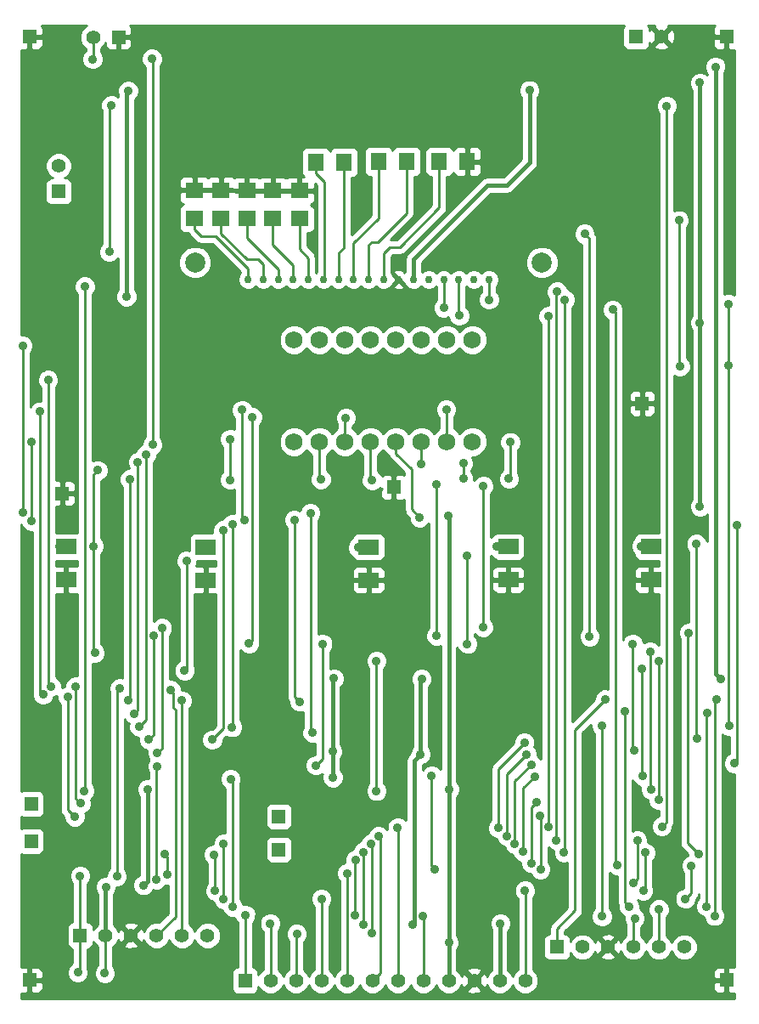
<source format=gbl>
G04 (created by PCBNEW (2013-07-07 BZR 4022)-stable) date 03/03/2017 9:59:17 AM*
%MOIN*%
G04 Gerber Fmt 3.4, Leading zero omitted, Abs format*
%FSLAX34Y34*%
G01*
G70*
G90*
G04 APERTURE LIST*
%ADD10C,0.00590551*%
%ADD11R,0.08X0.06*%
%ADD12R,0.055X0.055*%
%ADD13C,0.055*%
%ADD14C,0.0295276*%
%ADD15C,0.0787402*%
%ADD16C,0.0688976*%
%ADD17R,0.063X0.071*%
%ADD18R,0.071X0.063*%
%ADD19C,0.035*%
%ADD20C,0.015748*%
%ADD21C,0.01*%
G04 APERTURE END LIST*
G54D10*
G54D11*
X89803Y-60334D03*
X89803Y-61634D03*
X84212Y-60334D03*
X84212Y-61634D03*
X78720Y-60353D03*
X78720Y-61653D03*
X72322Y-60353D03*
X72322Y-61653D03*
X66850Y-60334D03*
X66850Y-61634D03*
G54D12*
X67401Y-75590D03*
G54D13*
X68401Y-75590D03*
X69401Y-75590D03*
X70401Y-75590D03*
X71401Y-75590D03*
X72401Y-75590D03*
G54D12*
X86122Y-76043D03*
G54D13*
X87122Y-76043D03*
X88122Y-76043D03*
X89122Y-76043D03*
X90122Y-76043D03*
X91122Y-76043D03*
G54D12*
X89224Y-40334D03*
G54D13*
X90224Y-40334D03*
G54D12*
X68905Y-40354D03*
G54D13*
X67905Y-40354D03*
G54D12*
X73870Y-77362D03*
G54D13*
X74870Y-77362D03*
X75870Y-77362D03*
X76870Y-77362D03*
X77870Y-77362D03*
X78870Y-77362D03*
X79870Y-77362D03*
X80870Y-77362D03*
X81870Y-77362D03*
X82870Y-77362D03*
X83870Y-77362D03*
X84870Y-77362D03*
G54D12*
X75196Y-70925D03*
X65472Y-71889D03*
X75196Y-72224D03*
X65472Y-70433D03*
G54D14*
X73996Y-49862D03*
X74586Y-49862D03*
X75177Y-49862D03*
X75767Y-49862D03*
X76358Y-49862D03*
X76948Y-49862D03*
X77539Y-49862D03*
X78129Y-49862D03*
X78720Y-49862D03*
X79311Y-49862D03*
X79901Y-49862D03*
X80492Y-49862D03*
X81082Y-49862D03*
X81673Y-49862D03*
X82263Y-49862D03*
X82854Y-49862D03*
X83444Y-49862D03*
G54D15*
X85531Y-49192D03*
X71909Y-49192D03*
G54D16*
X75799Y-56232D03*
X76799Y-56232D03*
X77799Y-56232D03*
X78799Y-56232D03*
X79799Y-56232D03*
X80799Y-56232D03*
X81799Y-56232D03*
X82799Y-56232D03*
X82799Y-52232D03*
X81799Y-52232D03*
X80799Y-52232D03*
X79799Y-52232D03*
X78799Y-52232D03*
X77799Y-52232D03*
X76799Y-52232D03*
X75799Y-52232D03*
G54D17*
X81497Y-45236D03*
X82597Y-45236D03*
X80215Y-45236D03*
X79115Y-45236D03*
X76654Y-45255D03*
X77754Y-45255D03*
G54D18*
X76003Y-47479D03*
X76003Y-46379D03*
X74960Y-47479D03*
X74960Y-46379D03*
X73937Y-47479D03*
X73937Y-46379D03*
X72933Y-47459D03*
X72933Y-46359D03*
X71889Y-47459D03*
X71889Y-46359D03*
G54D12*
X79704Y-58011D03*
X65413Y-77342D03*
X92775Y-77342D03*
X65413Y-40334D03*
X92775Y-40334D03*
X66692Y-58248D03*
X89468Y-54724D03*
X66555Y-46405D03*
G54D13*
X66555Y-45405D03*
G54D19*
X81889Y-69862D03*
X85039Y-42440D03*
X69212Y-50531D03*
X69291Y-42460D03*
X91732Y-42145D03*
X91732Y-51555D03*
X91732Y-58759D03*
X81850Y-59114D03*
X81870Y-75866D03*
X70039Y-69862D03*
X69881Y-73622D03*
X68405Y-73681D03*
X68366Y-77066D03*
X80866Y-74822D03*
X87893Y-74842D03*
X87874Y-67362D03*
X79862Y-71358D03*
X83818Y-71377D03*
X84842Y-68031D03*
X79114Y-71692D03*
X84153Y-71692D03*
X84921Y-68484D03*
X75905Y-75531D03*
X78838Y-75511D03*
X78818Y-72007D03*
X84468Y-72007D03*
X85118Y-68897D03*
X74862Y-75118D03*
X78523Y-75177D03*
X78503Y-72322D03*
X84783Y-72303D03*
X85236Y-69350D03*
X73877Y-74783D03*
X78188Y-74803D03*
X78208Y-72637D03*
X85118Y-72755D03*
X85314Y-70354D03*
X88799Y-66811D03*
X88956Y-74468D03*
X73385Y-74468D03*
X73307Y-69448D03*
X70944Y-65964D03*
X71397Y-66377D03*
X67303Y-77047D03*
X67401Y-73248D03*
X68838Y-73267D03*
X68956Y-65905D03*
X69350Y-57696D03*
X69291Y-66358D03*
X69665Y-57027D03*
X69507Y-66889D03*
X69980Y-56732D03*
X69724Y-67401D03*
X81377Y-57893D03*
X81377Y-63838D03*
X70295Y-63838D03*
X70098Y-67913D03*
X83228Y-57972D03*
X83228Y-63503D03*
X70610Y-63523D03*
X70433Y-68425D03*
X66141Y-53799D03*
X66259Y-65826D03*
X67224Y-65826D03*
X67421Y-70413D03*
X67578Y-50137D03*
X67559Y-69921D03*
X65472Y-56240D03*
X65492Y-59330D03*
X73011Y-59704D03*
X72578Y-67913D03*
X65137Y-52460D03*
X65157Y-58996D03*
X73385Y-59448D03*
X73366Y-67421D03*
X65826Y-55039D03*
X65944Y-66141D03*
X66909Y-66240D03*
X67185Y-70925D03*
X89271Y-71870D03*
X89114Y-73523D03*
X70393Y-73405D03*
X70433Y-68956D03*
X66830Y-62618D03*
X89173Y-74921D03*
X92303Y-74822D03*
X92381Y-66338D03*
X90118Y-74566D03*
X91988Y-74448D03*
X92007Y-66870D03*
X79035Y-69921D03*
X79035Y-64822D03*
X90118Y-64822D03*
X90118Y-70275D03*
X68090Y-57342D03*
X70236Y-56338D03*
X70216Y-41200D03*
X67893Y-41220D03*
X67913Y-60314D03*
X67972Y-64507D03*
X89783Y-64448D03*
X89803Y-69862D03*
X66594Y-60314D03*
X88011Y-66338D03*
X76870Y-74153D03*
X91397Y-72854D03*
X91161Y-74153D03*
X73031Y-74173D03*
X73031Y-71988D03*
X91673Y-72381D03*
X91299Y-63720D03*
X87401Y-63858D03*
X87204Y-48070D03*
X84862Y-73838D03*
X89586Y-72342D03*
X89507Y-73838D03*
X72696Y-73838D03*
X72657Y-72421D03*
X92854Y-53228D03*
X92854Y-50826D03*
X92874Y-67362D03*
X90905Y-47539D03*
X90944Y-53267D03*
X76004Y-66417D03*
X81771Y-54960D03*
X73759Y-54980D03*
X73838Y-59311D03*
X75807Y-59291D03*
X80728Y-59192D03*
X76437Y-59015D03*
X76515Y-67637D03*
X77834Y-55295D03*
X74153Y-55255D03*
X74035Y-64133D03*
X76909Y-64153D03*
X76653Y-68917D03*
X78858Y-57736D03*
X80787Y-57086D03*
X82440Y-57066D03*
X82440Y-57657D03*
X84291Y-56240D03*
X84232Y-57677D03*
X76850Y-57696D03*
X73287Y-56122D03*
X73287Y-57716D03*
X81200Y-69330D03*
X81318Y-72992D03*
X85472Y-72992D03*
X85452Y-70885D03*
X72125Y-60354D03*
X71574Y-60905D03*
X71496Y-65196D03*
X89468Y-65137D03*
X89488Y-69330D03*
X78307Y-60374D03*
X93169Y-59488D03*
X93070Y-68838D03*
X83740Y-60334D03*
X82598Y-60708D03*
X82598Y-64153D03*
X89094Y-64153D03*
X89153Y-68346D03*
X89431Y-60317D03*
X91594Y-60236D03*
X91633Y-67854D03*
X82283Y-51279D03*
X85787Y-51299D03*
X85787Y-71338D03*
X86102Y-71850D03*
X86122Y-50334D03*
X83444Y-50649D03*
X86417Y-50649D03*
X86397Y-72342D03*
X68543Y-48779D03*
X68622Y-43031D03*
X90433Y-43051D03*
X90236Y-71318D03*
X81673Y-50964D03*
X88307Y-51043D03*
X88484Y-72834D03*
X77874Y-73149D03*
X70826Y-73208D03*
X70708Y-72401D03*
X77322Y-69389D03*
X77303Y-68366D03*
X77362Y-65511D03*
X92342Y-41515D03*
X92539Y-65531D03*
X80807Y-65531D03*
X80767Y-68484D03*
X80452Y-75177D03*
X83897Y-75118D03*
G54D20*
X81889Y-69862D02*
X81870Y-69881D01*
X80492Y-49862D02*
X80492Y-49055D01*
X85039Y-45275D02*
X85039Y-42440D01*
X84153Y-46161D02*
X85039Y-45275D01*
X83385Y-46161D02*
X84153Y-46161D01*
X80492Y-49055D02*
X83385Y-46161D01*
X91732Y-51555D02*
X91732Y-42145D01*
X69212Y-42539D02*
X69212Y-50531D01*
X69291Y-42460D02*
X69212Y-42539D01*
X91732Y-58759D02*
X91732Y-51555D01*
X81870Y-75866D02*
X81870Y-69881D01*
X81870Y-69881D02*
X81870Y-59133D01*
X81870Y-59133D02*
X81850Y-59114D01*
X81870Y-75866D02*
X81870Y-77362D01*
X68401Y-75590D02*
X68401Y-73685D01*
X70039Y-73464D02*
X70039Y-69862D01*
X69881Y-73622D02*
X70039Y-73464D01*
X68401Y-73685D02*
X68405Y-73681D01*
G54D21*
X68401Y-75590D02*
X68401Y-77031D01*
X68401Y-77031D02*
X68366Y-77066D01*
X80870Y-74826D02*
X80870Y-77362D01*
X80866Y-74822D02*
X80870Y-74826D01*
X87893Y-67381D02*
X87893Y-74842D01*
X87874Y-67362D02*
X87893Y-67381D01*
X79870Y-71366D02*
X79870Y-77362D01*
X79862Y-71358D02*
X79870Y-71366D01*
X83818Y-69055D02*
X83818Y-71377D01*
X84842Y-68031D02*
X83818Y-69055D01*
X79173Y-77059D02*
X78870Y-77362D01*
X79173Y-71751D02*
X79173Y-77059D01*
X79114Y-71692D02*
X79173Y-71751D01*
X84153Y-69251D02*
X84153Y-71692D01*
X84921Y-68484D02*
X84153Y-69251D01*
X75870Y-75566D02*
X75870Y-77362D01*
X75905Y-75531D02*
X75870Y-75566D01*
X78838Y-72027D02*
X78838Y-75511D01*
X78818Y-72007D02*
X78838Y-72027D01*
X84468Y-69547D02*
X84468Y-72007D01*
X85118Y-68897D02*
X84468Y-69547D01*
X74870Y-75125D02*
X74870Y-77362D01*
X74862Y-75118D02*
X74870Y-75125D01*
X78523Y-72342D02*
X78523Y-75177D01*
X78503Y-72322D02*
X78523Y-72342D01*
X84783Y-69803D02*
X84783Y-72303D01*
X85236Y-69350D02*
X84783Y-69803D01*
X73870Y-74791D02*
X73870Y-77362D01*
X73877Y-74783D02*
X73870Y-74791D01*
X78188Y-72657D02*
X78188Y-74803D01*
X78208Y-72637D02*
X78188Y-72657D01*
X85118Y-70551D02*
X85118Y-72755D01*
X85314Y-70354D02*
X85118Y-70551D01*
X88799Y-74311D02*
X88799Y-66811D01*
X88956Y-74468D02*
X88799Y-74311D01*
X73385Y-69527D02*
X73385Y-74468D01*
X73307Y-69448D02*
X73385Y-69527D01*
X71141Y-74850D02*
X70401Y-75590D01*
X71141Y-66732D02*
X71141Y-74850D01*
X71062Y-66653D02*
X71141Y-66732D01*
X71062Y-66082D02*
X71062Y-66653D01*
X70944Y-65964D02*
X71062Y-66082D01*
X71401Y-66854D02*
X71401Y-75590D01*
X71397Y-66377D02*
X71401Y-66854D01*
X67401Y-75590D02*
X67401Y-76948D01*
X67401Y-76948D02*
X67303Y-77047D01*
X67401Y-73248D02*
X67401Y-75590D01*
X68838Y-66023D02*
X68838Y-73267D01*
X68956Y-65905D02*
X68838Y-66023D01*
X69350Y-66299D02*
X69350Y-57696D01*
X69291Y-66358D02*
X69350Y-66299D01*
X69665Y-66732D02*
X69665Y-57027D01*
X69507Y-66889D02*
X69665Y-66732D01*
X69980Y-67145D02*
X69980Y-56732D01*
X69724Y-67401D02*
X69980Y-67145D01*
X81377Y-63464D02*
X81377Y-57893D01*
X81377Y-63838D02*
X81377Y-63464D01*
X70295Y-67716D02*
X70295Y-63838D01*
X70098Y-67913D02*
X70295Y-67716D01*
X83228Y-63228D02*
X83228Y-57972D01*
X83228Y-63503D02*
X83228Y-63228D01*
X70610Y-68248D02*
X70610Y-63523D01*
X70433Y-68425D02*
X70610Y-68248D01*
X66141Y-65708D02*
X66141Y-53799D01*
X66259Y-65826D02*
X66141Y-65708D01*
X67224Y-70216D02*
X67224Y-65826D01*
X67421Y-70413D02*
X67224Y-70216D01*
X67578Y-69901D02*
X67578Y-50137D01*
X67559Y-69921D02*
X67578Y-69901D01*
X65472Y-59311D02*
X65472Y-56240D01*
X65492Y-59330D02*
X65472Y-59311D01*
X73011Y-67480D02*
X73011Y-59704D01*
X72578Y-67913D02*
X73011Y-67480D01*
X65137Y-58976D02*
X65137Y-52460D01*
X65157Y-58996D02*
X65137Y-58976D01*
X73385Y-67401D02*
X73385Y-59448D01*
X73366Y-67421D02*
X73385Y-67401D01*
X65826Y-66023D02*
X65826Y-55039D01*
X65944Y-66141D02*
X65826Y-66023D01*
X66909Y-70649D02*
X66909Y-66240D01*
X67185Y-70925D02*
X66909Y-70649D01*
X89271Y-73366D02*
X89271Y-71870D01*
X89114Y-73523D02*
X89271Y-73366D01*
X70393Y-68996D02*
X70393Y-73405D01*
X70433Y-68956D02*
X70393Y-68996D01*
X66850Y-61634D02*
X66850Y-62598D01*
X66850Y-62598D02*
X66830Y-62618D01*
X89122Y-74972D02*
X89122Y-76043D01*
X89173Y-74921D02*
X89122Y-74972D01*
X92303Y-66417D02*
X92303Y-74822D01*
X92381Y-66338D02*
X92303Y-66417D01*
X90122Y-74570D02*
X90122Y-76043D01*
X90118Y-74566D02*
X90122Y-74570D01*
X91988Y-66889D02*
X91988Y-74448D01*
X92007Y-66870D02*
X91988Y-66889D01*
X79035Y-64822D02*
X79035Y-69921D01*
X90118Y-70275D02*
X90118Y-64822D01*
X67905Y-40354D02*
X67905Y-41208D01*
X67913Y-57519D02*
X67913Y-60314D01*
X68090Y-57342D02*
X67913Y-57519D01*
X70236Y-41220D02*
X70236Y-56338D01*
X70216Y-41200D02*
X70236Y-41220D01*
X67905Y-41208D02*
X67893Y-41220D01*
X67913Y-64448D02*
X67913Y-60314D01*
X67972Y-64507D02*
X67913Y-64448D01*
X89783Y-69842D02*
X89783Y-64448D01*
X89803Y-69862D02*
X89783Y-69842D01*
X66594Y-60314D02*
X66613Y-60334D01*
X66613Y-60334D02*
X66850Y-60334D01*
X86122Y-75314D02*
X86122Y-76043D01*
X86830Y-74606D02*
X86122Y-75314D01*
X86830Y-67519D02*
X86830Y-74606D01*
X88011Y-66338D02*
X86830Y-67519D01*
X76870Y-77362D02*
X76870Y-74153D01*
X91397Y-73917D02*
X91397Y-72854D01*
X91161Y-74153D02*
X91397Y-73917D01*
X73031Y-71988D02*
X73031Y-74173D01*
X91240Y-71948D02*
X91673Y-72381D01*
X91240Y-63779D02*
X91240Y-71948D01*
X91299Y-63720D02*
X91240Y-63779D01*
X87401Y-48267D02*
X87401Y-63858D01*
X87204Y-48070D02*
X87401Y-48267D01*
X84870Y-77362D02*
X84870Y-73846D01*
X84870Y-73846D02*
X84862Y-73838D01*
X89586Y-73759D02*
X89586Y-72342D01*
X89507Y-73838D02*
X89586Y-73759D01*
X72696Y-72460D02*
X72696Y-73838D01*
X72657Y-72421D02*
X72696Y-72460D01*
X76003Y-47479D02*
X76003Y-48661D01*
X76358Y-49015D02*
X76358Y-49862D01*
X76003Y-48661D02*
X76358Y-49015D01*
X74960Y-47479D02*
X74960Y-48503D01*
X75767Y-49311D02*
X75767Y-49862D01*
X74960Y-48503D02*
X75767Y-49311D01*
X73937Y-47479D02*
X73937Y-48228D01*
X75177Y-49468D02*
X75177Y-49862D01*
X73937Y-48228D02*
X75177Y-49468D01*
X71889Y-47459D02*
X71889Y-47893D01*
X73996Y-49429D02*
X73996Y-49862D01*
X72716Y-48149D02*
X73996Y-49429D01*
X72145Y-48149D02*
X72716Y-48149D01*
X71889Y-47893D02*
X72145Y-48149D01*
X72933Y-47459D02*
X72933Y-48051D01*
X74586Y-49271D02*
X74586Y-49862D01*
X74370Y-49055D02*
X74586Y-49271D01*
X73937Y-49055D02*
X74370Y-49055D01*
X72933Y-48051D02*
X73937Y-49055D01*
X77754Y-45255D02*
X77754Y-48603D01*
X77539Y-48818D02*
X77539Y-49862D01*
X77754Y-48603D02*
X77539Y-48818D01*
X76654Y-45255D02*
X76654Y-45709D01*
X76988Y-49822D02*
X76948Y-49862D01*
X76988Y-46043D02*
X76988Y-49822D01*
X76654Y-45709D02*
X76988Y-46043D01*
X79115Y-45236D02*
X79115Y-47459D01*
X78129Y-48444D02*
X78129Y-49862D01*
X79115Y-47459D02*
X78129Y-48444D01*
X92854Y-67342D02*
X92854Y-53228D01*
X92854Y-53228D02*
X92854Y-50826D01*
X92874Y-67362D02*
X92854Y-67342D01*
X90905Y-53228D02*
X90905Y-47539D01*
X90944Y-53267D02*
X90905Y-53228D01*
X81799Y-56232D02*
X81799Y-54988D01*
X81771Y-54960D02*
X81799Y-54988D01*
X73759Y-59232D02*
X73759Y-54980D01*
X73838Y-59311D02*
X73759Y-59232D01*
X75807Y-66220D02*
X75807Y-59291D01*
X75807Y-66220D02*
X76004Y-66417D01*
X79799Y-56688D02*
X79799Y-56232D01*
X80413Y-57303D02*
X79799Y-56688D01*
X80413Y-58877D02*
X80413Y-57303D01*
X80728Y-59192D02*
X80413Y-58877D01*
X76437Y-67559D02*
X76437Y-59015D01*
X76515Y-67637D02*
X76437Y-67559D01*
X77799Y-55330D02*
X77799Y-56232D01*
X77834Y-55295D02*
X77799Y-55330D01*
X74153Y-64015D02*
X74153Y-55255D01*
X74035Y-64133D02*
X74153Y-64015D01*
X76909Y-68661D02*
X76909Y-64153D01*
X76653Y-68917D02*
X76909Y-68661D01*
X78799Y-57677D02*
X78799Y-56232D01*
X78858Y-57736D02*
X78799Y-57677D01*
X80799Y-57074D02*
X80799Y-56232D01*
X80787Y-57086D02*
X80799Y-57074D01*
X82440Y-57657D02*
X82440Y-57066D01*
X84291Y-57618D02*
X84291Y-56240D01*
X84232Y-57677D02*
X84291Y-57618D01*
X76799Y-57645D02*
X76799Y-56232D01*
X76850Y-57696D02*
X76799Y-57645D01*
X80215Y-45236D02*
X80215Y-47264D01*
X78720Y-48503D02*
X78720Y-49862D01*
X78838Y-48385D02*
X78720Y-48503D01*
X79094Y-48385D02*
X78838Y-48385D01*
X80215Y-47264D02*
X79094Y-48385D01*
X73287Y-57716D02*
X73287Y-56122D01*
X81497Y-45236D02*
X81497Y-47046D01*
X79311Y-48838D02*
X79311Y-49862D01*
X79547Y-48602D02*
X79311Y-48838D01*
X79940Y-48602D02*
X79547Y-48602D01*
X81497Y-47046D02*
X79940Y-48602D01*
X81200Y-72874D02*
X81200Y-69330D01*
X81318Y-72992D02*
X81200Y-72874D01*
X85472Y-70905D02*
X85472Y-72992D01*
X85452Y-70885D02*
X85472Y-70905D01*
X72126Y-60353D02*
X72322Y-60353D01*
X72125Y-60354D02*
X72126Y-60353D01*
X71574Y-65118D02*
X71574Y-60905D01*
X71496Y-65196D02*
X71574Y-65118D01*
X89468Y-69311D02*
X89468Y-65137D01*
X89488Y-69330D02*
X89468Y-69311D01*
X78327Y-60353D02*
X78720Y-60353D01*
X78307Y-60374D02*
X78327Y-60353D01*
X93169Y-68740D02*
X93169Y-59488D01*
X93070Y-68838D02*
X93169Y-68740D01*
X83740Y-60334D02*
X84212Y-60334D01*
X83740Y-60334D02*
X83740Y-60334D01*
X82598Y-64153D02*
X82598Y-60708D01*
X89094Y-68287D02*
X89094Y-64153D01*
X89153Y-68346D02*
X89094Y-68287D01*
X89448Y-60334D02*
X89803Y-60334D01*
X89431Y-60317D02*
X89448Y-60334D01*
X91594Y-67814D02*
X91594Y-60236D01*
X91633Y-67854D02*
X91594Y-67814D01*
X82263Y-51259D02*
X82263Y-49862D01*
X82283Y-51279D02*
X82263Y-51259D01*
X85787Y-71338D02*
X85787Y-51299D01*
X86102Y-50354D02*
X86102Y-71850D01*
X86122Y-50334D02*
X86102Y-50354D01*
X83444Y-50649D02*
X83444Y-49862D01*
X86417Y-72322D02*
X86417Y-50649D01*
X86397Y-72342D02*
X86417Y-72322D01*
X68543Y-43110D02*
X68543Y-48779D01*
X68622Y-43031D02*
X68543Y-43110D01*
X90433Y-71122D02*
X90433Y-43051D01*
X90236Y-71318D02*
X90433Y-71122D01*
X81673Y-50964D02*
X81673Y-49862D01*
X88405Y-51141D02*
X88307Y-51043D01*
X88405Y-72755D02*
X88405Y-51141D01*
X88484Y-72834D02*
X88405Y-72755D01*
X77870Y-77362D02*
X77870Y-73153D01*
X77870Y-73153D02*
X77874Y-73149D01*
X70826Y-72519D02*
X70826Y-73208D01*
X70708Y-72401D02*
X70826Y-72519D01*
G54D20*
X77303Y-68366D02*
X77303Y-69370D01*
X77303Y-69370D02*
X77322Y-69389D01*
X77303Y-65570D02*
X77303Y-68366D01*
X77362Y-65511D02*
X77303Y-65570D01*
X80767Y-68484D02*
X80767Y-65570D01*
X92342Y-65334D02*
X92342Y-41515D01*
X92539Y-65531D02*
X92342Y-65334D01*
X80767Y-65570D02*
X80807Y-65531D01*
X83870Y-77362D02*
X83870Y-75145D01*
X80511Y-68740D02*
X80767Y-68484D01*
X80511Y-75118D02*
X80511Y-68740D01*
X80452Y-75177D02*
X80511Y-75118D01*
X83870Y-75145D02*
X83897Y-75118D01*
G54D10*
G36*
X67278Y-65401D02*
X67140Y-65401D01*
X66983Y-65466D01*
X66864Y-65585D01*
X66799Y-65741D01*
X66799Y-65825D01*
X66684Y-65873D01*
X66684Y-65742D01*
X66620Y-65586D01*
X66500Y-65466D01*
X66441Y-65442D01*
X66441Y-62184D01*
X66499Y-62184D01*
X66737Y-62184D01*
X66800Y-62121D01*
X66800Y-61684D01*
X66792Y-61684D01*
X66792Y-61584D01*
X66800Y-61584D01*
X66800Y-61146D01*
X66737Y-61084D01*
X66499Y-61084D01*
X66441Y-61084D01*
X66441Y-60884D01*
X66499Y-60884D01*
X67278Y-60884D01*
X67278Y-61084D01*
X67200Y-61084D01*
X66962Y-61084D01*
X66900Y-61146D01*
X66900Y-61584D01*
X66908Y-61584D01*
X66908Y-61684D01*
X66900Y-61684D01*
X66900Y-62121D01*
X66962Y-62184D01*
X67200Y-62184D01*
X67278Y-62184D01*
X67278Y-65401D01*
X67278Y-65401D01*
G37*
G54D21*
X67278Y-65401D02*
X67140Y-65401D01*
X66983Y-65466D01*
X66864Y-65585D01*
X66799Y-65741D01*
X66799Y-65825D01*
X66684Y-65873D01*
X66684Y-65742D01*
X66620Y-65586D01*
X66500Y-65466D01*
X66441Y-65442D01*
X66441Y-62184D01*
X66499Y-62184D01*
X66737Y-62184D01*
X66800Y-62121D01*
X66800Y-61684D01*
X66792Y-61684D01*
X66792Y-61584D01*
X66800Y-61584D01*
X66800Y-61146D01*
X66737Y-61084D01*
X66499Y-61084D01*
X66441Y-61084D01*
X66441Y-60884D01*
X66499Y-60884D01*
X67278Y-60884D01*
X67278Y-61084D01*
X67200Y-61084D01*
X66962Y-61084D01*
X66900Y-61146D01*
X66900Y-61584D01*
X66908Y-61584D01*
X66908Y-61684D01*
X66900Y-61684D01*
X66900Y-62121D01*
X66962Y-62184D01*
X67200Y-62184D01*
X67278Y-62184D01*
X67278Y-65401D01*
G54D10*
G36*
X93096Y-78057D02*
X92725Y-78057D01*
X92725Y-77805D01*
X92725Y-77392D01*
X92725Y-77292D01*
X92725Y-76880D01*
X92663Y-76817D01*
X92451Y-76817D01*
X92359Y-76855D01*
X92288Y-76925D01*
X92250Y-77017D01*
X92250Y-77117D01*
X92250Y-77230D01*
X92313Y-77292D01*
X92725Y-77292D01*
X92725Y-77392D01*
X92313Y-77392D01*
X92250Y-77455D01*
X92250Y-77568D01*
X92250Y-77667D01*
X92288Y-77759D01*
X92359Y-77829D01*
X92451Y-77867D01*
X92663Y-77867D01*
X92725Y-77805D01*
X92725Y-78057D01*
X91647Y-78057D01*
X91647Y-75939D01*
X91567Y-75746D01*
X91419Y-75598D01*
X91226Y-75518D01*
X91018Y-75518D01*
X90825Y-75597D01*
X90677Y-75745D01*
X90622Y-75878D01*
X90567Y-75746D01*
X90422Y-75600D01*
X90422Y-74864D01*
X90478Y-74807D01*
X90543Y-74651D01*
X90543Y-74482D01*
X90478Y-74326D01*
X90359Y-74206D01*
X90203Y-74142D01*
X90033Y-74141D01*
X89877Y-74206D01*
X89758Y-74325D01*
X89693Y-74482D01*
X89693Y-74651D01*
X89757Y-74807D01*
X89822Y-74871D01*
X89822Y-75600D01*
X89677Y-75745D01*
X89622Y-75878D01*
X89567Y-75746D01*
X89422Y-75600D01*
X89422Y-75273D01*
X89533Y-75162D01*
X89598Y-75006D01*
X89598Y-74837D01*
X89533Y-74680D01*
X89414Y-74561D01*
X89381Y-74547D01*
X89381Y-74384D01*
X89317Y-74228D01*
X89302Y-74213D01*
X89422Y-74263D01*
X89592Y-74263D01*
X89748Y-74199D01*
X89867Y-74079D01*
X89932Y-73923D01*
X89932Y-73754D01*
X89886Y-73642D01*
X89886Y-72643D01*
X89946Y-72583D01*
X90011Y-72427D01*
X90011Y-72258D01*
X89947Y-72102D01*
X89827Y-71982D01*
X89696Y-71928D01*
X89696Y-71785D01*
X89632Y-71629D01*
X89512Y-71509D01*
X89356Y-71445D01*
X89187Y-71445D01*
X89099Y-71481D01*
X89099Y-69502D01*
X89127Y-69571D01*
X89247Y-69690D01*
X89389Y-69749D01*
X89378Y-69777D01*
X89378Y-69946D01*
X89442Y-70102D01*
X89562Y-70222D01*
X89693Y-70276D01*
X89693Y-70359D01*
X89757Y-70516D01*
X89877Y-70635D01*
X90033Y-70700D01*
X90133Y-70700D01*
X90133Y-70901D01*
X89995Y-70958D01*
X89876Y-71077D01*
X89811Y-71233D01*
X89811Y-71403D01*
X89875Y-71559D01*
X89995Y-71678D01*
X90151Y-71743D01*
X90320Y-71743D01*
X90476Y-71679D01*
X90596Y-71559D01*
X90661Y-71403D01*
X90661Y-71310D01*
X90661Y-71310D01*
X90710Y-71236D01*
X90733Y-71122D01*
X90733Y-71122D01*
X90733Y-53639D01*
X90859Y-53692D01*
X91029Y-53692D01*
X91185Y-53628D01*
X91304Y-53508D01*
X91369Y-53352D01*
X91369Y-53183D01*
X91305Y-53027D01*
X91205Y-52927D01*
X91205Y-47840D01*
X91265Y-47780D01*
X91330Y-47624D01*
X91330Y-47455D01*
X91266Y-47298D01*
X91146Y-47179D01*
X90990Y-47114D01*
X90821Y-47114D01*
X90733Y-47150D01*
X90733Y-43352D01*
X90793Y-43292D01*
X90857Y-43136D01*
X90858Y-42967D01*
X90793Y-42810D01*
X90754Y-42771D01*
X90754Y-40410D01*
X90742Y-40201D01*
X90684Y-40061D01*
X90592Y-40037D01*
X90295Y-40334D01*
X90592Y-40631D01*
X90684Y-40607D01*
X90754Y-40410D01*
X90754Y-42771D01*
X90674Y-42691D01*
X90521Y-42627D01*
X90521Y-40702D01*
X90224Y-40405D01*
X89927Y-40702D01*
X89951Y-40795D01*
X90148Y-40864D01*
X90357Y-40853D01*
X90497Y-40795D01*
X90521Y-40702D01*
X90521Y-42627D01*
X90517Y-42626D01*
X90348Y-42626D01*
X90192Y-42690D01*
X90072Y-42810D01*
X90008Y-42966D01*
X90007Y-43135D01*
X90072Y-43291D01*
X90133Y-43352D01*
X90133Y-59784D01*
X89993Y-59784D01*
X89993Y-54949D01*
X89993Y-54498D01*
X89993Y-54399D01*
X89955Y-54307D01*
X89884Y-54237D01*
X89793Y-54199D01*
X89581Y-54199D01*
X89518Y-54261D01*
X89518Y-54674D01*
X89931Y-54674D01*
X89993Y-54611D01*
X89993Y-54498D01*
X89993Y-54949D01*
X89993Y-54836D01*
X89931Y-54774D01*
X89518Y-54774D01*
X89518Y-55186D01*
X89581Y-55249D01*
X89793Y-55249D01*
X89884Y-55211D01*
X89955Y-55141D01*
X89993Y-55049D01*
X89993Y-54949D01*
X89993Y-59784D01*
X89418Y-59784D01*
X89418Y-55186D01*
X89418Y-54774D01*
X89418Y-54674D01*
X89418Y-54261D01*
X89356Y-54199D01*
X89143Y-54199D01*
X89052Y-54237D01*
X88981Y-54307D01*
X88943Y-54399D01*
X88943Y-54498D01*
X88943Y-54611D01*
X89006Y-54674D01*
X89418Y-54674D01*
X89418Y-54774D01*
X89006Y-54774D01*
X88943Y-54836D01*
X88943Y-54949D01*
X88943Y-55049D01*
X88981Y-55141D01*
X89052Y-55211D01*
X89143Y-55249D01*
X89356Y-55249D01*
X89418Y-55186D01*
X89418Y-59784D01*
X89353Y-59784D01*
X89261Y-59822D01*
X89191Y-59892D01*
X89153Y-59984D01*
X89153Y-59994D01*
X89071Y-60076D01*
X89006Y-60232D01*
X89006Y-60401D01*
X89070Y-60557D01*
X89153Y-60640D01*
X89153Y-60683D01*
X89191Y-60775D01*
X89261Y-60846D01*
X89353Y-60884D01*
X89452Y-60884D01*
X90133Y-60884D01*
X90133Y-61084D01*
X89915Y-61084D01*
X89853Y-61146D01*
X89853Y-61584D01*
X89861Y-61584D01*
X89861Y-61684D01*
X89853Y-61684D01*
X89853Y-62121D01*
X89915Y-62184D01*
X90133Y-62184D01*
X90133Y-64197D01*
X90024Y-64088D01*
X89868Y-64023D01*
X89753Y-64023D01*
X89753Y-62121D01*
X89753Y-61684D01*
X89753Y-61584D01*
X89753Y-61146D01*
X89690Y-61084D01*
X89452Y-61084D01*
X89353Y-61084D01*
X89261Y-61122D01*
X89191Y-61192D01*
X89153Y-61284D01*
X89153Y-61521D01*
X89215Y-61584D01*
X89753Y-61584D01*
X89753Y-61684D01*
X89215Y-61684D01*
X89153Y-61746D01*
X89153Y-61983D01*
X89191Y-62075D01*
X89261Y-62146D01*
X89353Y-62184D01*
X89452Y-62184D01*
X89690Y-62184D01*
X89753Y-62121D01*
X89753Y-64023D01*
X89699Y-64023D01*
X89543Y-64088D01*
X89519Y-64111D01*
X89519Y-64069D01*
X89454Y-63913D01*
X89335Y-63793D01*
X89179Y-63728D01*
X89010Y-63728D01*
X88854Y-63793D01*
X88734Y-63912D01*
X88705Y-63982D01*
X88705Y-51192D01*
X88732Y-51128D01*
X88732Y-50959D01*
X88667Y-50802D01*
X88548Y-50683D01*
X88391Y-50618D01*
X88222Y-50618D01*
X88066Y-50682D01*
X87946Y-50802D01*
X87882Y-50958D01*
X87882Y-51127D01*
X87946Y-51283D01*
X88066Y-51403D01*
X88105Y-51419D01*
X88105Y-65917D01*
X88096Y-65913D01*
X87927Y-65913D01*
X87826Y-65955D01*
X87826Y-63774D01*
X87762Y-63617D01*
X87701Y-63557D01*
X87701Y-48267D01*
X87701Y-48267D01*
X87678Y-48152D01*
X87629Y-48079D01*
X87629Y-48079D01*
X87629Y-47986D01*
X87565Y-47830D01*
X87445Y-47710D01*
X87289Y-47645D01*
X87120Y-47645D01*
X86964Y-47710D01*
X86844Y-47829D01*
X86779Y-47985D01*
X86779Y-48155D01*
X86844Y-48311D01*
X86963Y-48430D01*
X87101Y-48488D01*
X87101Y-63557D01*
X87041Y-63617D01*
X86976Y-63773D01*
X86976Y-63942D01*
X87041Y-64098D01*
X87160Y-64218D01*
X87316Y-64283D01*
X87485Y-64283D01*
X87642Y-64218D01*
X87761Y-64099D01*
X87826Y-63943D01*
X87826Y-63774D01*
X87826Y-65955D01*
X87771Y-65978D01*
X87651Y-66097D01*
X87586Y-66253D01*
X87586Y-66339D01*
X86717Y-67208D01*
X86717Y-50950D01*
X86777Y-50890D01*
X86842Y-50734D01*
X86842Y-50565D01*
X86777Y-50409D01*
X86658Y-50289D01*
X86543Y-50241D01*
X86482Y-50094D01*
X86363Y-49974D01*
X86206Y-49909D01*
X86175Y-49909D01*
X86175Y-49065D01*
X86077Y-48828D01*
X85896Y-48647D01*
X85660Y-48549D01*
X85464Y-48549D01*
X85464Y-42356D01*
X85399Y-42200D01*
X85280Y-42080D01*
X85124Y-42016D01*
X84955Y-42015D01*
X84798Y-42080D01*
X84679Y-42199D01*
X84614Y-42356D01*
X84614Y-42525D01*
X84678Y-42681D01*
X84710Y-42713D01*
X84710Y-45139D01*
X84017Y-45832D01*
X83385Y-45832D01*
X83260Y-45857D01*
X83162Y-45923D01*
X83162Y-45541D01*
X83162Y-44930D01*
X83162Y-44831D01*
X83124Y-44739D01*
X83053Y-44669D01*
X82961Y-44631D01*
X82709Y-44631D01*
X82647Y-44693D01*
X82647Y-45186D01*
X83099Y-45186D01*
X83162Y-45123D01*
X83162Y-44930D01*
X83162Y-45541D01*
X83162Y-45348D01*
X83099Y-45286D01*
X82647Y-45286D01*
X82647Y-45778D01*
X82709Y-45841D01*
X82961Y-45841D01*
X83053Y-45803D01*
X83124Y-45733D01*
X83162Y-45641D01*
X83162Y-45541D01*
X83162Y-45923D01*
X83153Y-45928D01*
X82547Y-46535D01*
X82547Y-45778D01*
X82547Y-45286D01*
X82539Y-45286D01*
X82539Y-45186D01*
X82547Y-45186D01*
X82547Y-44693D01*
X82484Y-44631D01*
X82232Y-44631D01*
X82140Y-44669D01*
X82070Y-44739D01*
X82047Y-44795D01*
X82024Y-44739D01*
X81954Y-44669D01*
X81862Y-44631D01*
X81762Y-44631D01*
X81132Y-44631D01*
X81040Y-44669D01*
X80970Y-44739D01*
X80932Y-44831D01*
X80932Y-44930D01*
X80932Y-45640D01*
X80970Y-45732D01*
X81040Y-45803D01*
X81132Y-45841D01*
X81197Y-45841D01*
X81197Y-46921D01*
X79816Y-48302D01*
X79602Y-48302D01*
X80427Y-47477D01*
X80492Y-47379D01*
X80492Y-47379D01*
X80515Y-47264D01*
X80515Y-47264D01*
X80515Y-45841D01*
X80579Y-45841D01*
X80671Y-45803D01*
X80742Y-45733D01*
X80780Y-45641D01*
X80780Y-45541D01*
X80780Y-44831D01*
X80742Y-44739D01*
X80672Y-44669D01*
X80580Y-44631D01*
X80480Y-44631D01*
X79850Y-44631D01*
X79758Y-44669D01*
X79688Y-44739D01*
X79665Y-44795D01*
X79642Y-44739D01*
X79572Y-44669D01*
X79480Y-44631D01*
X79380Y-44631D01*
X78750Y-44631D01*
X78658Y-44669D01*
X78588Y-44739D01*
X78550Y-44831D01*
X78550Y-44930D01*
X78550Y-45640D01*
X78588Y-45732D01*
X78658Y-45803D01*
X78750Y-45841D01*
X78815Y-45841D01*
X78815Y-47335D01*
X78054Y-48095D01*
X78054Y-45860D01*
X78119Y-45860D01*
X78211Y-45822D01*
X78281Y-45752D01*
X78319Y-45660D01*
X78319Y-45561D01*
X78319Y-44851D01*
X78281Y-44759D01*
X78211Y-44689D01*
X78119Y-44650D01*
X78020Y-44650D01*
X77390Y-44650D01*
X77298Y-44688D01*
X77227Y-44759D01*
X77204Y-44814D01*
X77181Y-44759D01*
X77111Y-44689D01*
X77019Y-44650D01*
X76920Y-44650D01*
X76290Y-44650D01*
X76198Y-44688D01*
X76127Y-44759D01*
X76089Y-44850D01*
X76089Y-44950D01*
X76089Y-45660D01*
X76127Y-45752D01*
X76189Y-45814D01*
X76116Y-45814D01*
X76053Y-45876D01*
X76053Y-46329D01*
X76546Y-46329D01*
X76608Y-46266D01*
X76608Y-46088D01*
X76688Y-46167D01*
X76688Y-49560D01*
X76658Y-49590D01*
X76658Y-49015D01*
X76635Y-48900D01*
X76570Y-48803D01*
X76570Y-48803D01*
X76303Y-48537D01*
X76303Y-48044D01*
X76408Y-48044D01*
X76500Y-48006D01*
X76570Y-47935D01*
X76608Y-47844D01*
X76608Y-47744D01*
X76608Y-47114D01*
X76571Y-47022D01*
X76500Y-46952D01*
X76444Y-46929D01*
X76500Y-46905D01*
X76571Y-46835D01*
X76608Y-46743D01*
X76608Y-46491D01*
X76546Y-46429D01*
X76053Y-46429D01*
X76053Y-46437D01*
X75953Y-46437D01*
X75953Y-46429D01*
X75953Y-46329D01*
X75953Y-45876D01*
X75891Y-45814D01*
X75698Y-45814D01*
X75598Y-45814D01*
X75507Y-45852D01*
X75482Y-45877D01*
X75457Y-45852D01*
X75365Y-45814D01*
X75266Y-45814D01*
X75073Y-45814D01*
X75010Y-45876D01*
X75010Y-46329D01*
X75461Y-46329D01*
X75503Y-46329D01*
X75953Y-46329D01*
X75953Y-46429D01*
X75503Y-46429D01*
X75461Y-46429D01*
X75010Y-46429D01*
X75010Y-46437D01*
X74910Y-46437D01*
X74910Y-46429D01*
X74910Y-46329D01*
X74910Y-45876D01*
X74848Y-45814D01*
X74655Y-45814D01*
X74555Y-45814D01*
X74463Y-45852D01*
X74448Y-45867D01*
X74433Y-45852D01*
X74341Y-45814D01*
X74242Y-45814D01*
X74049Y-45814D01*
X73987Y-45876D01*
X73987Y-46329D01*
X74418Y-46329D01*
X74479Y-46329D01*
X74910Y-46329D01*
X74910Y-46429D01*
X74479Y-46429D01*
X74418Y-46429D01*
X73987Y-46429D01*
X73987Y-46437D01*
X73887Y-46437D01*
X73887Y-46429D01*
X73887Y-46329D01*
X73887Y-45876D01*
X73824Y-45814D01*
X73631Y-45814D01*
X73532Y-45814D01*
X73446Y-45849D01*
X73429Y-45832D01*
X73338Y-45794D01*
X73238Y-45794D01*
X73045Y-45794D01*
X72983Y-45856D01*
X72983Y-46309D01*
X73374Y-46309D01*
X73394Y-46329D01*
X73887Y-46329D01*
X73887Y-46429D01*
X73495Y-46429D01*
X73475Y-46409D01*
X72983Y-46409D01*
X72983Y-46417D01*
X72883Y-46417D01*
X72883Y-46409D01*
X72883Y-46309D01*
X72883Y-45856D01*
X72820Y-45794D01*
X72627Y-45794D01*
X72528Y-45794D01*
X72436Y-45832D01*
X72411Y-45857D01*
X72386Y-45832D01*
X72294Y-45794D01*
X72195Y-45794D01*
X72002Y-45794D01*
X71939Y-45856D01*
X71939Y-46309D01*
X72390Y-46309D01*
X72432Y-46309D01*
X72883Y-46309D01*
X72883Y-46409D01*
X72432Y-46409D01*
X72390Y-46409D01*
X71939Y-46409D01*
X71939Y-46417D01*
X71839Y-46417D01*
X71839Y-46409D01*
X71839Y-46309D01*
X71839Y-45856D01*
X71777Y-45794D01*
X71584Y-45794D01*
X71484Y-45794D01*
X71392Y-45832D01*
X71322Y-45903D01*
X71284Y-45994D01*
X71284Y-46246D01*
X71347Y-46309D01*
X71839Y-46309D01*
X71839Y-46409D01*
X71347Y-46409D01*
X71284Y-46471D01*
X71284Y-46723D01*
X71322Y-46815D01*
X71392Y-46886D01*
X71448Y-46909D01*
X71393Y-46932D01*
X71322Y-47002D01*
X71284Y-47094D01*
X71284Y-47193D01*
X71284Y-47823D01*
X71322Y-47915D01*
X71392Y-47986D01*
X71484Y-48024D01*
X71584Y-48024D01*
X71623Y-48024D01*
X71623Y-48024D01*
X71677Y-48105D01*
X71933Y-48361D01*
X71933Y-48361D01*
X72030Y-48426D01*
X72145Y-48449D01*
X72145Y-48449D01*
X72592Y-48449D01*
X73696Y-49553D01*
X73696Y-49599D01*
X73659Y-49636D01*
X73598Y-49782D01*
X73598Y-49940D01*
X73658Y-50087D01*
X73770Y-50199D01*
X73916Y-50259D01*
X74074Y-50259D01*
X74221Y-50199D01*
X74291Y-50129D01*
X74361Y-50199D01*
X74507Y-50259D01*
X74665Y-50259D01*
X74811Y-50199D01*
X74881Y-50129D01*
X74951Y-50199D01*
X75097Y-50259D01*
X75255Y-50259D01*
X75402Y-50199D01*
X75472Y-50129D01*
X75542Y-50199D01*
X75688Y-50259D01*
X75846Y-50259D01*
X75992Y-50199D01*
X76063Y-50129D01*
X76132Y-50199D01*
X76278Y-50259D01*
X76437Y-50259D01*
X76583Y-50199D01*
X76653Y-50129D01*
X76723Y-50199D01*
X76869Y-50259D01*
X77027Y-50259D01*
X77173Y-50199D01*
X77244Y-50129D01*
X77313Y-50199D01*
X77459Y-50259D01*
X77618Y-50259D01*
X77764Y-50199D01*
X77834Y-50129D01*
X77904Y-50199D01*
X78050Y-50259D01*
X78208Y-50259D01*
X78354Y-50199D01*
X78425Y-50129D01*
X78494Y-50199D01*
X78641Y-50259D01*
X78799Y-50259D01*
X78945Y-50199D01*
X79015Y-50129D01*
X79085Y-50199D01*
X79231Y-50259D01*
X79389Y-50259D01*
X79535Y-50199D01*
X79647Y-50087D01*
X79678Y-50014D01*
X79830Y-49862D01*
X79678Y-49709D01*
X79648Y-49637D01*
X79611Y-49599D01*
X79611Y-48962D01*
X79671Y-48902D01*
X79940Y-48902D01*
X79940Y-48902D01*
X80055Y-48879D01*
X80055Y-48879D01*
X80153Y-48814D01*
X81709Y-47258D01*
X81709Y-47258D01*
X81774Y-47160D01*
X81797Y-47046D01*
X81797Y-47046D01*
X81797Y-45841D01*
X81861Y-45841D01*
X81953Y-45803D01*
X82024Y-45733D01*
X82047Y-45677D01*
X82070Y-45733D01*
X82140Y-45803D01*
X82232Y-45841D01*
X82484Y-45841D01*
X82547Y-45778D01*
X82547Y-46535D01*
X80259Y-48822D01*
X80188Y-48929D01*
X80163Y-49055D01*
X80163Y-49552D01*
X80152Y-49540D01*
X80106Y-49586D01*
X80097Y-49507D01*
X79946Y-49459D01*
X79789Y-49472D01*
X79705Y-49507D01*
X79697Y-49586D01*
X79901Y-49791D01*
X79907Y-49785D01*
X79977Y-49856D01*
X79972Y-49862D01*
X80124Y-50014D01*
X80154Y-50087D01*
X80266Y-50199D01*
X80412Y-50259D01*
X80570Y-50259D01*
X80717Y-50199D01*
X80787Y-50129D01*
X80857Y-50199D01*
X81003Y-50259D01*
X81161Y-50259D01*
X81307Y-50199D01*
X81373Y-50134D01*
X81373Y-50663D01*
X81313Y-50723D01*
X81248Y-50879D01*
X81248Y-51048D01*
X81312Y-51204D01*
X81432Y-51324D01*
X81588Y-51389D01*
X81757Y-51389D01*
X81858Y-51347D01*
X81858Y-51363D01*
X81922Y-51519D01*
X82042Y-51639D01*
X82198Y-51704D01*
X82367Y-51704D01*
X82523Y-51640D01*
X82643Y-51520D01*
X82708Y-51364D01*
X82708Y-51195D01*
X82643Y-51039D01*
X82563Y-50958D01*
X82563Y-50133D01*
X82628Y-50199D01*
X82774Y-50259D01*
X82933Y-50259D01*
X83079Y-50199D01*
X83144Y-50134D01*
X83144Y-50348D01*
X83084Y-50408D01*
X83019Y-50564D01*
X83019Y-50733D01*
X83084Y-50890D01*
X83203Y-51009D01*
X83359Y-51074D01*
X83529Y-51074D01*
X83685Y-51010D01*
X83804Y-50890D01*
X83869Y-50734D01*
X83869Y-50565D01*
X83805Y-50409D01*
X83744Y-50348D01*
X83744Y-50124D01*
X83781Y-50087D01*
X83842Y-49941D01*
X83842Y-49783D01*
X83782Y-49637D01*
X83670Y-49525D01*
X83524Y-49464D01*
X83366Y-49464D01*
X83219Y-49524D01*
X83149Y-49595D01*
X83079Y-49525D01*
X82933Y-49464D01*
X82775Y-49464D01*
X82629Y-49524D01*
X82559Y-49595D01*
X82489Y-49525D01*
X82343Y-49464D01*
X82185Y-49464D01*
X82038Y-49524D01*
X81968Y-49595D01*
X81898Y-49525D01*
X81752Y-49464D01*
X81594Y-49464D01*
X81448Y-49524D01*
X81377Y-49595D01*
X81308Y-49525D01*
X81162Y-49464D01*
X81003Y-49464D01*
X80857Y-49524D01*
X80820Y-49561D01*
X80820Y-49191D01*
X83521Y-46490D01*
X84153Y-46490D01*
X84279Y-46465D01*
X84279Y-46465D01*
X84385Y-46393D01*
X85271Y-45508D01*
X85271Y-45508D01*
X85343Y-45401D01*
X85368Y-45275D01*
X85368Y-45275D01*
X85368Y-42713D01*
X85399Y-42682D01*
X85464Y-42525D01*
X85464Y-42356D01*
X85464Y-48549D01*
X85404Y-48549D01*
X85167Y-48646D01*
X84986Y-48827D01*
X84887Y-49064D01*
X84887Y-49320D01*
X84985Y-49557D01*
X85166Y-49738D01*
X85402Y-49836D01*
X85658Y-49836D01*
X85895Y-49738D01*
X86076Y-49558D01*
X86175Y-49321D01*
X86175Y-49065D01*
X86175Y-49909D01*
X86037Y-49909D01*
X85881Y-49974D01*
X85761Y-50093D01*
X85697Y-50249D01*
X85696Y-50418D01*
X85761Y-50575D01*
X85802Y-50615D01*
X85802Y-50874D01*
X85703Y-50874D01*
X85546Y-50938D01*
X85427Y-51058D01*
X85362Y-51214D01*
X85362Y-51383D01*
X85426Y-51539D01*
X85487Y-51600D01*
X85487Y-68678D01*
X85478Y-68657D01*
X85359Y-68537D01*
X85346Y-68532D01*
X85346Y-68400D01*
X85281Y-68243D01*
X85234Y-68196D01*
X85267Y-68116D01*
X85267Y-67947D01*
X85203Y-67791D01*
X85083Y-67671D01*
X84927Y-67606D01*
X84862Y-67606D01*
X84862Y-61983D01*
X84862Y-61284D01*
X84862Y-60584D01*
X84862Y-59984D01*
X84824Y-59892D01*
X84754Y-59822D01*
X84716Y-59806D01*
X84716Y-56155D01*
X84651Y-55999D01*
X84532Y-55880D01*
X84376Y-55815D01*
X84207Y-55815D01*
X84050Y-55879D01*
X83931Y-55999D01*
X83866Y-56155D01*
X83866Y-56324D01*
X83930Y-56480D01*
X83991Y-56541D01*
X83991Y-57317D01*
X83872Y-57436D01*
X83807Y-57592D01*
X83807Y-57761D01*
X83871Y-57917D01*
X83991Y-58037D01*
X84147Y-58102D01*
X84316Y-58102D01*
X84472Y-58037D01*
X84592Y-57918D01*
X84657Y-57762D01*
X84657Y-57592D01*
X84592Y-57436D01*
X84591Y-57435D01*
X84591Y-56541D01*
X84651Y-56481D01*
X84716Y-56325D01*
X84716Y-56155D01*
X84716Y-59806D01*
X84662Y-59784D01*
X84563Y-59784D01*
X83763Y-59784D01*
X83671Y-59822D01*
X83600Y-59892D01*
X83580Y-59940D01*
X83528Y-59962D01*
X83528Y-58273D01*
X83588Y-58213D01*
X83653Y-58057D01*
X83653Y-57888D01*
X83588Y-57732D01*
X83469Y-57612D01*
X83313Y-57547D01*
X83144Y-57547D01*
X82987Y-57611D01*
X82868Y-57731D01*
X82865Y-57737D01*
X82866Y-57573D01*
X82801Y-57417D01*
X82746Y-57362D01*
X82801Y-57307D01*
X82865Y-57151D01*
X82866Y-56982D01*
X82801Y-56826D01*
X82916Y-56826D01*
X83135Y-56736D01*
X83302Y-56569D01*
X83393Y-56351D01*
X83393Y-56114D01*
X83393Y-52114D01*
X83303Y-51895D01*
X83136Y-51728D01*
X82917Y-51637D01*
X82681Y-51637D01*
X82462Y-51728D01*
X82299Y-51891D01*
X82136Y-51728D01*
X81917Y-51637D01*
X81681Y-51637D01*
X81462Y-51728D01*
X81299Y-51891D01*
X81136Y-51728D01*
X80917Y-51637D01*
X80681Y-51637D01*
X80462Y-51728D01*
X80299Y-51891D01*
X80136Y-51728D01*
X80106Y-51716D01*
X80106Y-50137D01*
X79901Y-49932D01*
X79697Y-50137D01*
X79705Y-50217D01*
X79856Y-50265D01*
X80013Y-50251D01*
X80097Y-50217D01*
X80106Y-50137D01*
X80106Y-51716D01*
X79917Y-51637D01*
X79681Y-51637D01*
X79462Y-51728D01*
X79299Y-51891D01*
X79136Y-51728D01*
X78917Y-51637D01*
X78681Y-51637D01*
X78462Y-51728D01*
X78299Y-51891D01*
X78136Y-51728D01*
X77917Y-51637D01*
X77681Y-51637D01*
X77462Y-51728D01*
X77299Y-51891D01*
X77136Y-51728D01*
X76917Y-51637D01*
X76681Y-51637D01*
X76462Y-51728D01*
X76299Y-51891D01*
X76136Y-51728D01*
X75917Y-51637D01*
X75681Y-51637D01*
X75462Y-51728D01*
X75295Y-51895D01*
X75204Y-52113D01*
X75204Y-52350D01*
X75294Y-52568D01*
X75462Y-52735D01*
X75680Y-52826D01*
X75916Y-52826D01*
X76135Y-52736D01*
X76299Y-52573D01*
X76462Y-52735D01*
X76680Y-52826D01*
X76916Y-52826D01*
X77135Y-52736D01*
X77299Y-52573D01*
X77462Y-52735D01*
X77680Y-52826D01*
X77916Y-52826D01*
X78135Y-52736D01*
X78299Y-52573D01*
X78462Y-52735D01*
X78680Y-52826D01*
X78916Y-52826D01*
X79135Y-52736D01*
X79299Y-52573D01*
X79462Y-52735D01*
X79680Y-52826D01*
X79916Y-52826D01*
X80135Y-52736D01*
X80299Y-52573D01*
X80462Y-52735D01*
X80680Y-52826D01*
X80916Y-52826D01*
X81135Y-52736D01*
X81299Y-52573D01*
X81462Y-52735D01*
X81680Y-52826D01*
X81916Y-52826D01*
X82135Y-52736D01*
X82299Y-52573D01*
X82462Y-52735D01*
X82680Y-52826D01*
X82916Y-52826D01*
X83135Y-52736D01*
X83302Y-52569D01*
X83393Y-52351D01*
X83393Y-52114D01*
X83393Y-56114D01*
X83303Y-55895D01*
X83136Y-55728D01*
X82917Y-55637D01*
X82681Y-55637D01*
X82462Y-55728D01*
X82299Y-55891D01*
X82136Y-55728D01*
X82099Y-55713D01*
X82099Y-55234D01*
X82131Y-55201D01*
X82196Y-55045D01*
X82196Y-54876D01*
X82132Y-54720D01*
X82012Y-54600D01*
X81856Y-54535D01*
X81687Y-54535D01*
X81531Y-54600D01*
X81411Y-54719D01*
X81346Y-54875D01*
X81346Y-55044D01*
X81411Y-55201D01*
X81499Y-55289D01*
X81499Y-55713D01*
X81462Y-55728D01*
X81299Y-55891D01*
X81136Y-55728D01*
X80917Y-55637D01*
X80681Y-55637D01*
X80462Y-55728D01*
X80299Y-55891D01*
X80136Y-55728D01*
X79917Y-55637D01*
X79681Y-55637D01*
X79462Y-55728D01*
X79299Y-55891D01*
X79136Y-55728D01*
X78917Y-55637D01*
X78681Y-55637D01*
X78462Y-55728D01*
X78299Y-55891D01*
X78136Y-55728D01*
X78099Y-55713D01*
X78099Y-55631D01*
X78194Y-55536D01*
X78259Y-55380D01*
X78259Y-55211D01*
X78195Y-55054D01*
X78075Y-54935D01*
X77919Y-54870D01*
X77750Y-54870D01*
X77594Y-54934D01*
X77474Y-55054D01*
X77409Y-55210D01*
X77409Y-55379D01*
X77474Y-55535D01*
X77499Y-55560D01*
X77499Y-55713D01*
X77462Y-55728D01*
X77299Y-55891D01*
X77136Y-55728D01*
X76917Y-55637D01*
X76681Y-55637D01*
X76462Y-55728D01*
X76299Y-55891D01*
X76136Y-55728D01*
X75917Y-55637D01*
X75681Y-55637D01*
X75462Y-55728D01*
X75295Y-55895D01*
X75204Y-56113D01*
X75204Y-56350D01*
X75294Y-56568D01*
X75462Y-56735D01*
X75680Y-56826D01*
X75916Y-56826D01*
X76135Y-56736D01*
X76299Y-56573D01*
X76462Y-56735D01*
X76499Y-56751D01*
X76499Y-57446D01*
X76490Y-57455D01*
X76425Y-57611D01*
X76425Y-57781D01*
X76489Y-57937D01*
X76609Y-58056D01*
X76765Y-58121D01*
X76934Y-58121D01*
X77090Y-58057D01*
X77210Y-57937D01*
X77275Y-57781D01*
X77275Y-57612D01*
X77210Y-57456D01*
X77099Y-57344D01*
X77099Y-56751D01*
X77135Y-56736D01*
X77299Y-56573D01*
X77462Y-56735D01*
X77680Y-56826D01*
X77916Y-56826D01*
X78135Y-56736D01*
X78299Y-56573D01*
X78462Y-56735D01*
X78499Y-56751D01*
X78499Y-57494D01*
X78498Y-57495D01*
X78433Y-57651D01*
X78433Y-57820D01*
X78497Y-57976D01*
X78617Y-58096D01*
X78773Y-58161D01*
X78942Y-58161D01*
X79098Y-58096D01*
X79179Y-58015D01*
X79179Y-58061D01*
X79242Y-58061D01*
X79179Y-58124D01*
X79179Y-58237D01*
X79179Y-58336D01*
X79217Y-58428D01*
X79288Y-58498D01*
X79380Y-58536D01*
X79592Y-58536D01*
X79654Y-58474D01*
X79654Y-58061D01*
X79646Y-58061D01*
X79646Y-57961D01*
X79654Y-57961D01*
X79654Y-57549D01*
X79592Y-57486D01*
X79380Y-57486D01*
X79288Y-57524D01*
X79247Y-57565D01*
X79218Y-57495D01*
X79099Y-57376D01*
X79099Y-57376D01*
X79099Y-56751D01*
X79135Y-56736D01*
X79299Y-56573D01*
X79462Y-56735D01*
X79512Y-56757D01*
X79522Y-56803D01*
X79587Y-56901D01*
X80113Y-57427D01*
X80113Y-57521D01*
X80029Y-57486D01*
X79817Y-57486D01*
X79754Y-57549D01*
X79754Y-57961D01*
X79762Y-57961D01*
X79762Y-58061D01*
X79754Y-58061D01*
X79754Y-58474D01*
X79817Y-58536D01*
X80029Y-58536D01*
X80113Y-58502D01*
X80113Y-58877D01*
X80136Y-58992D01*
X80201Y-59090D01*
X80303Y-59192D01*
X80303Y-59277D01*
X80367Y-59433D01*
X80487Y-59553D01*
X80643Y-59617D01*
X80812Y-59617D01*
X80968Y-59553D01*
X81077Y-59444D01*
X81077Y-63464D01*
X81077Y-63537D01*
X81017Y-63597D01*
X80953Y-63753D01*
X80952Y-63922D01*
X81017Y-64079D01*
X81136Y-64198D01*
X81293Y-64263D01*
X81462Y-64263D01*
X81541Y-64230D01*
X81541Y-69070D01*
X81441Y-68970D01*
X81285Y-68905D01*
X81116Y-68905D01*
X80960Y-68970D01*
X80840Y-69089D01*
X80840Y-69090D01*
X80840Y-68909D01*
X80851Y-68909D01*
X81008Y-68844D01*
X81127Y-68725D01*
X81192Y-68569D01*
X81192Y-68400D01*
X81128Y-68243D01*
X81096Y-68212D01*
X81096Y-65843D01*
X81167Y-65772D01*
X81232Y-65616D01*
X81232Y-65447D01*
X81167Y-65291D01*
X81048Y-65171D01*
X80891Y-65106D01*
X80722Y-65106D01*
X80566Y-65170D01*
X80446Y-65290D01*
X80382Y-65446D01*
X80382Y-65615D01*
X80438Y-65753D01*
X80438Y-68211D01*
X80407Y-68243D01*
X80342Y-68399D01*
X80342Y-68444D01*
X80279Y-68507D01*
X80208Y-68614D01*
X80183Y-68740D01*
X80183Y-71078D01*
X80103Y-70998D01*
X79947Y-70933D01*
X79778Y-70933D01*
X79654Y-70984D01*
X79621Y-70997D01*
X79502Y-71117D01*
X79460Y-71217D01*
X79460Y-69837D01*
X79395Y-69680D01*
X79335Y-69620D01*
X79335Y-65123D01*
X79395Y-65063D01*
X79460Y-64907D01*
X79460Y-64738D01*
X79395Y-64582D01*
X79370Y-64556D01*
X79370Y-62003D01*
X79370Y-61304D01*
X79370Y-60604D01*
X79370Y-60004D01*
X79332Y-59912D01*
X79262Y-59842D01*
X79170Y-59803D01*
X79070Y-59803D01*
X78270Y-59803D01*
X78179Y-59841D01*
X78108Y-59912D01*
X78070Y-60003D01*
X78070Y-60011D01*
X78066Y-60013D01*
X77946Y-60132D01*
X77882Y-60289D01*
X77882Y-60458D01*
X77946Y-60614D01*
X78066Y-60734D01*
X78086Y-60742D01*
X78108Y-60795D01*
X78178Y-60865D01*
X78270Y-60903D01*
X78369Y-60903D01*
X79169Y-60903D01*
X79261Y-60866D01*
X79332Y-60795D01*
X79370Y-60703D01*
X79370Y-60604D01*
X79370Y-61304D01*
X79332Y-61212D01*
X79262Y-61142D01*
X79170Y-61103D01*
X79070Y-61103D01*
X78832Y-61103D01*
X78770Y-61166D01*
X78770Y-61603D01*
X79307Y-61603D01*
X79370Y-61541D01*
X79370Y-61304D01*
X79370Y-62003D01*
X79370Y-61766D01*
X79307Y-61703D01*
X78770Y-61703D01*
X78770Y-62141D01*
X78832Y-62203D01*
X79070Y-62203D01*
X79170Y-62203D01*
X79262Y-62165D01*
X79332Y-62095D01*
X79370Y-62003D01*
X79370Y-64556D01*
X79276Y-64462D01*
X79120Y-64397D01*
X78951Y-64397D01*
X78795Y-64462D01*
X78675Y-64581D01*
X78670Y-64593D01*
X78670Y-62141D01*
X78670Y-61703D01*
X78670Y-61603D01*
X78670Y-61166D01*
X78607Y-61103D01*
X78369Y-61103D01*
X78270Y-61103D01*
X78178Y-61142D01*
X78108Y-61212D01*
X78070Y-61304D01*
X78070Y-61541D01*
X78132Y-61603D01*
X78670Y-61603D01*
X78670Y-61703D01*
X78132Y-61703D01*
X78070Y-61766D01*
X78070Y-62003D01*
X78108Y-62095D01*
X78178Y-62165D01*
X78270Y-62203D01*
X78369Y-62203D01*
X78607Y-62203D01*
X78670Y-62141D01*
X78670Y-64593D01*
X78610Y-64737D01*
X78610Y-64907D01*
X78674Y-65063D01*
X78735Y-65123D01*
X78735Y-69620D01*
X78675Y-69680D01*
X78610Y-69836D01*
X78610Y-70005D01*
X78674Y-70161D01*
X78794Y-70281D01*
X78950Y-70346D01*
X79119Y-70346D01*
X79275Y-70281D01*
X79395Y-70162D01*
X79460Y-70006D01*
X79460Y-69837D01*
X79460Y-71217D01*
X79437Y-71273D01*
X79437Y-71414D01*
X79355Y-71332D01*
X79199Y-71267D01*
X79030Y-71267D01*
X78873Y-71332D01*
X78754Y-71451D01*
X78692Y-71600D01*
X78578Y-71647D01*
X78458Y-71766D01*
X78401Y-71905D01*
X78263Y-71962D01*
X78143Y-72081D01*
X78082Y-72230D01*
X77968Y-72277D01*
X77848Y-72396D01*
X77787Y-72544D01*
X77787Y-65427D01*
X77722Y-65271D01*
X77603Y-65151D01*
X77447Y-65086D01*
X77278Y-65086D01*
X77209Y-65115D01*
X77209Y-64454D01*
X77269Y-64394D01*
X77334Y-64238D01*
X77334Y-64069D01*
X77269Y-63913D01*
X77150Y-63793D01*
X76994Y-63728D01*
X76825Y-63728D01*
X76737Y-63764D01*
X76737Y-59316D01*
X76797Y-59256D01*
X76861Y-59100D01*
X76862Y-58931D01*
X76797Y-58775D01*
X76678Y-58655D01*
X76521Y-58590D01*
X76352Y-58590D01*
X76196Y-58655D01*
X76076Y-58774D01*
X76017Y-58918D01*
X75891Y-58866D01*
X75722Y-58866D01*
X75566Y-58930D01*
X75446Y-59050D01*
X75382Y-59206D01*
X75382Y-59375D01*
X75446Y-59531D01*
X75507Y-59592D01*
X75507Y-66220D01*
X75529Y-66334D01*
X75579Y-66408D01*
X75579Y-66501D01*
X75643Y-66657D01*
X75763Y-66777D01*
X75919Y-66842D01*
X76088Y-66842D01*
X76137Y-66822D01*
X76137Y-67441D01*
X76090Y-67552D01*
X76090Y-67721D01*
X76155Y-67878D01*
X76274Y-67997D01*
X76430Y-68062D01*
X76599Y-68062D01*
X76609Y-68058D01*
X76609Y-68492D01*
X76569Y-68492D01*
X76413Y-68556D01*
X76293Y-68676D01*
X76228Y-68832D01*
X76228Y-69001D01*
X76293Y-69157D01*
X76412Y-69277D01*
X76568Y-69342D01*
X76737Y-69342D01*
X76893Y-69277D01*
X76919Y-69251D01*
X76897Y-69304D01*
X76897Y-69473D01*
X76962Y-69630D01*
X77081Y-69749D01*
X77237Y-69814D01*
X77407Y-69814D01*
X77563Y-69750D01*
X77682Y-69630D01*
X77747Y-69474D01*
X77747Y-69305D01*
X77683Y-69149D01*
X77631Y-69097D01*
X77631Y-68638D01*
X77663Y-68607D01*
X77728Y-68451D01*
X77728Y-68281D01*
X77663Y-68125D01*
X77631Y-68093D01*
X77631Y-65843D01*
X77722Y-65752D01*
X77787Y-65596D01*
X77787Y-65427D01*
X77787Y-72544D01*
X77783Y-72552D01*
X77783Y-72721D01*
X77785Y-72726D01*
X77633Y-72789D01*
X77513Y-72908D01*
X77449Y-73064D01*
X77448Y-73233D01*
X77513Y-73390D01*
X77570Y-73446D01*
X77570Y-76919D01*
X77425Y-77064D01*
X77370Y-77197D01*
X77315Y-77065D01*
X77170Y-76919D01*
X77170Y-74454D01*
X77230Y-74394D01*
X77295Y-74238D01*
X77295Y-74069D01*
X77230Y-73913D01*
X77111Y-73793D01*
X76954Y-73728D01*
X76785Y-73728D01*
X76629Y-73793D01*
X76509Y-73912D01*
X76445Y-74068D01*
X76445Y-74237D01*
X76509Y-74393D01*
X76570Y-74454D01*
X76570Y-76919D01*
X76425Y-77064D01*
X76370Y-77197D01*
X76315Y-77065D01*
X76170Y-76919D01*
X76170Y-75867D01*
X76265Y-75772D01*
X76330Y-75616D01*
X76330Y-75447D01*
X76266Y-75291D01*
X76146Y-75171D01*
X75990Y-75106D01*
X75821Y-75106D01*
X75721Y-75147D01*
X75721Y-72449D01*
X75721Y-71899D01*
X75721Y-71150D01*
X75721Y-70600D01*
X75683Y-70508D01*
X75613Y-70438D01*
X75521Y-70400D01*
X75422Y-70400D01*
X74872Y-70400D01*
X74780Y-70438D01*
X74710Y-70508D01*
X74671Y-70600D01*
X74671Y-70699D01*
X74671Y-71249D01*
X74709Y-71341D01*
X74780Y-71412D01*
X74871Y-71450D01*
X74971Y-71450D01*
X75521Y-71450D01*
X75613Y-71412D01*
X75683Y-71341D01*
X75721Y-71250D01*
X75721Y-71150D01*
X75721Y-71899D01*
X75683Y-71807D01*
X75613Y-71737D01*
X75521Y-71699D01*
X75422Y-71699D01*
X74872Y-71699D01*
X74780Y-71737D01*
X74710Y-71807D01*
X74671Y-71899D01*
X74671Y-71998D01*
X74671Y-72548D01*
X74709Y-72640D01*
X74780Y-72711D01*
X74871Y-72749D01*
X74971Y-72749D01*
X75521Y-72749D01*
X75613Y-72711D01*
X75683Y-72641D01*
X75721Y-72549D01*
X75721Y-72449D01*
X75721Y-75147D01*
X75665Y-75170D01*
X75545Y-75290D01*
X75480Y-75446D01*
X75480Y-75615D01*
X75545Y-75771D01*
X75570Y-75797D01*
X75570Y-76919D01*
X75425Y-77064D01*
X75370Y-77197D01*
X75315Y-77065D01*
X75170Y-76919D01*
X75170Y-75411D01*
X75222Y-75359D01*
X75287Y-75203D01*
X75287Y-75033D01*
X75222Y-74877D01*
X75103Y-74758D01*
X74947Y-74693D01*
X74778Y-74693D01*
X74621Y-74757D01*
X74578Y-74800D01*
X74578Y-55171D01*
X74514Y-55015D01*
X74394Y-54895D01*
X74238Y-54830D01*
X74157Y-54830D01*
X74120Y-54739D01*
X74000Y-54620D01*
X73844Y-54555D01*
X73675Y-54555D01*
X73519Y-54619D01*
X73399Y-54739D01*
X73334Y-54895D01*
X73334Y-55064D01*
X73399Y-55220D01*
X73459Y-55281D01*
X73459Y-55733D01*
X73372Y-55697D01*
X73203Y-55696D01*
X73046Y-55761D01*
X72927Y-55880D01*
X72862Y-56037D01*
X72862Y-56206D01*
X72926Y-56362D01*
X72987Y-56423D01*
X72987Y-57415D01*
X72927Y-57475D01*
X72862Y-57631D01*
X72862Y-57800D01*
X72926Y-57956D01*
X73046Y-58076D01*
X73202Y-58141D01*
X73371Y-58141D01*
X73459Y-58105D01*
X73459Y-59023D01*
X73301Y-59023D01*
X73145Y-59088D01*
X73025Y-59207D01*
X72995Y-59279D01*
X72927Y-59279D01*
X72771Y-59344D01*
X72651Y-59463D01*
X72586Y-59619D01*
X72586Y-59788D01*
X72592Y-59803D01*
X72553Y-59803D01*
X72553Y-49065D01*
X72455Y-48828D01*
X72274Y-48647D01*
X72038Y-48549D01*
X71781Y-48549D01*
X71545Y-48646D01*
X71364Y-48827D01*
X71265Y-49064D01*
X71265Y-49320D01*
X71363Y-49557D01*
X71544Y-49738D01*
X71780Y-49836D01*
X72036Y-49836D01*
X72273Y-49738D01*
X72454Y-49558D01*
X72553Y-49321D01*
X72553Y-49065D01*
X72553Y-59803D01*
X71873Y-59803D01*
X71781Y-59841D01*
X71711Y-59912D01*
X71672Y-60003D01*
X71672Y-60103D01*
X71672Y-60486D01*
X71659Y-60480D01*
X71490Y-60480D01*
X71334Y-60545D01*
X71214Y-60664D01*
X71149Y-60820D01*
X71149Y-60989D01*
X71214Y-61145D01*
X71274Y-61206D01*
X71274Y-64828D01*
X71255Y-64836D01*
X71135Y-64955D01*
X71071Y-65111D01*
X71070Y-65281D01*
X71135Y-65437D01*
X71255Y-65556D01*
X71411Y-65621D01*
X71580Y-65621D01*
X71736Y-65557D01*
X71856Y-65437D01*
X71920Y-65281D01*
X71921Y-65112D01*
X71874Y-65000D01*
X71874Y-62203D01*
X71972Y-62203D01*
X72210Y-62203D01*
X72272Y-62141D01*
X72272Y-61703D01*
X72264Y-61703D01*
X72264Y-61603D01*
X72272Y-61603D01*
X72272Y-61166D01*
X72210Y-61103D01*
X71972Y-61103D01*
X71952Y-61103D01*
X71999Y-60990D01*
X71999Y-60903D01*
X72711Y-60903D01*
X72711Y-61103D01*
X72673Y-61103D01*
X72435Y-61103D01*
X72372Y-61166D01*
X72372Y-61603D01*
X72380Y-61603D01*
X72380Y-61703D01*
X72372Y-61703D01*
X72372Y-62141D01*
X72435Y-62203D01*
X72673Y-62203D01*
X72711Y-62203D01*
X72711Y-67356D01*
X72579Y-67488D01*
X72494Y-67488D01*
X72338Y-67552D01*
X72218Y-67672D01*
X72153Y-67828D01*
X72153Y-67997D01*
X72218Y-68153D01*
X72337Y-68273D01*
X72493Y-68338D01*
X72662Y-68338D01*
X72819Y-68273D01*
X72938Y-68154D01*
X73003Y-67998D01*
X73003Y-67912D01*
X73132Y-67784D01*
X73281Y-67846D01*
X73450Y-67846D01*
X73606Y-67781D01*
X73726Y-67662D01*
X73791Y-67506D01*
X73791Y-67337D01*
X73726Y-67180D01*
X73685Y-67139D01*
X73685Y-64385D01*
X73794Y-64493D01*
X73950Y-64558D01*
X74119Y-64558D01*
X74275Y-64494D01*
X74395Y-64374D01*
X74460Y-64218D01*
X74460Y-64049D01*
X74451Y-64027D01*
X74453Y-64015D01*
X74453Y-64015D01*
X74453Y-55556D01*
X74513Y-55496D01*
X74578Y-55340D01*
X74578Y-55171D01*
X74578Y-74800D01*
X74502Y-74877D01*
X74437Y-75033D01*
X74437Y-75202D01*
X74501Y-75358D01*
X74570Y-75427D01*
X74570Y-76919D01*
X74425Y-77064D01*
X74395Y-77137D01*
X74395Y-77037D01*
X74357Y-76945D01*
X74286Y-76875D01*
X74195Y-76837D01*
X74170Y-76837D01*
X74170Y-75092D01*
X74238Y-75024D01*
X74302Y-74868D01*
X74303Y-74699D01*
X74238Y-74543D01*
X74119Y-74423D01*
X73962Y-74358D01*
X73800Y-74358D01*
X73746Y-74228D01*
X73685Y-74167D01*
X73685Y-69644D01*
X73732Y-69533D01*
X73732Y-69364D01*
X73667Y-69208D01*
X73548Y-69088D01*
X73391Y-69023D01*
X73222Y-69023D01*
X73066Y-69088D01*
X72946Y-69207D01*
X72882Y-69363D01*
X72882Y-69532D01*
X72946Y-69689D01*
X73066Y-69808D01*
X73085Y-69817D01*
X73085Y-71563D01*
X72947Y-71563D01*
X72791Y-71627D01*
X72671Y-71747D01*
X72606Y-71903D01*
X72606Y-71996D01*
X72573Y-71996D01*
X72417Y-72060D01*
X72297Y-72180D01*
X72232Y-72336D01*
X72232Y-72505D01*
X72296Y-72661D01*
X72396Y-72761D01*
X72396Y-73537D01*
X72336Y-73597D01*
X72271Y-73753D01*
X72271Y-73922D01*
X72336Y-74079D01*
X72455Y-74198D01*
X72608Y-74262D01*
X72670Y-74413D01*
X72790Y-74533D01*
X72946Y-74598D01*
X72979Y-74598D01*
X73025Y-74708D01*
X73144Y-74828D01*
X73300Y-74893D01*
X73463Y-74893D01*
X73517Y-75023D01*
X73570Y-75076D01*
X73570Y-76837D01*
X73545Y-76837D01*
X73453Y-76875D01*
X73383Y-76945D01*
X73345Y-77037D01*
X73345Y-77136D01*
X73345Y-77686D01*
X73383Y-77778D01*
X73453Y-77849D01*
X73545Y-77887D01*
X73644Y-77887D01*
X74194Y-77887D01*
X74286Y-77849D01*
X74356Y-77779D01*
X74395Y-77687D01*
X74395Y-77587D01*
X74395Y-77587D01*
X74424Y-77659D01*
X74572Y-77807D01*
X74765Y-77887D01*
X74974Y-77887D01*
X75167Y-77807D01*
X75314Y-77659D01*
X75370Y-77526D01*
X75424Y-77659D01*
X75572Y-77807D01*
X75765Y-77887D01*
X75974Y-77887D01*
X76167Y-77807D01*
X76314Y-77659D01*
X76370Y-77526D01*
X76424Y-77659D01*
X76572Y-77807D01*
X76765Y-77887D01*
X76974Y-77887D01*
X77167Y-77807D01*
X77314Y-77659D01*
X77370Y-77526D01*
X77424Y-77659D01*
X77572Y-77807D01*
X77765Y-77887D01*
X77974Y-77887D01*
X78167Y-77807D01*
X78314Y-77659D01*
X78370Y-77526D01*
X78424Y-77659D01*
X78572Y-77807D01*
X78765Y-77887D01*
X78974Y-77887D01*
X79167Y-77807D01*
X79314Y-77659D01*
X79370Y-77526D01*
X79424Y-77659D01*
X79572Y-77807D01*
X79765Y-77887D01*
X79974Y-77887D01*
X80167Y-77807D01*
X80314Y-77659D01*
X80370Y-77526D01*
X80424Y-77659D01*
X80572Y-77807D01*
X80765Y-77887D01*
X80974Y-77887D01*
X81167Y-77807D01*
X81314Y-77659D01*
X81370Y-77526D01*
X81424Y-77659D01*
X81572Y-77807D01*
X81765Y-77887D01*
X81974Y-77887D01*
X82167Y-77807D01*
X82314Y-77659D01*
X82367Y-77533D01*
X82409Y-77635D01*
X82502Y-77659D01*
X82799Y-77362D01*
X82502Y-77065D01*
X82409Y-77089D01*
X82370Y-77199D01*
X82315Y-77065D01*
X82198Y-76948D01*
X82198Y-76138D01*
X82230Y-76107D01*
X82295Y-75951D01*
X82295Y-75781D01*
X82230Y-75625D01*
X82198Y-75593D01*
X82198Y-70154D01*
X82249Y-70103D01*
X82314Y-69947D01*
X82314Y-69778D01*
X82250Y-69621D01*
X82198Y-69570D01*
X82198Y-64299D01*
X82237Y-64393D01*
X82357Y-64513D01*
X82513Y-64578D01*
X82682Y-64578D01*
X82838Y-64514D01*
X82958Y-64394D01*
X83023Y-64238D01*
X83023Y-64069D01*
X82958Y-63913D01*
X82898Y-63852D01*
X82898Y-63775D01*
X82987Y-63864D01*
X83143Y-63928D01*
X83312Y-63929D01*
X83468Y-63864D01*
X83588Y-63744D01*
X83653Y-63588D01*
X83653Y-63419D01*
X83588Y-63263D01*
X83528Y-63202D01*
X83528Y-60706D01*
X83581Y-60728D01*
X83600Y-60775D01*
X83670Y-60846D01*
X83762Y-60884D01*
X83862Y-60884D01*
X84662Y-60884D01*
X84754Y-60846D01*
X84824Y-60776D01*
X84862Y-60684D01*
X84862Y-60584D01*
X84862Y-61284D01*
X84824Y-61192D01*
X84754Y-61122D01*
X84662Y-61084D01*
X84563Y-61084D01*
X84325Y-61084D01*
X84262Y-61146D01*
X84262Y-61584D01*
X84800Y-61584D01*
X84862Y-61521D01*
X84862Y-61284D01*
X84862Y-61983D01*
X84862Y-61746D01*
X84800Y-61684D01*
X84262Y-61684D01*
X84262Y-62121D01*
X84325Y-62184D01*
X84563Y-62184D01*
X84662Y-62184D01*
X84754Y-62146D01*
X84824Y-62075D01*
X84862Y-61983D01*
X84862Y-67606D01*
X84758Y-67606D01*
X84602Y-67670D01*
X84482Y-67790D01*
X84417Y-67946D01*
X84417Y-68032D01*
X84162Y-68287D01*
X84162Y-62121D01*
X84162Y-61684D01*
X84162Y-61584D01*
X84162Y-61146D01*
X84100Y-61084D01*
X83862Y-61084D01*
X83762Y-61084D01*
X83670Y-61122D01*
X83600Y-61192D01*
X83562Y-61284D01*
X83562Y-61521D01*
X83625Y-61584D01*
X84162Y-61584D01*
X84162Y-61684D01*
X83625Y-61684D01*
X83562Y-61746D01*
X83562Y-61983D01*
X83600Y-62075D01*
X83670Y-62146D01*
X83762Y-62184D01*
X83862Y-62184D01*
X84100Y-62184D01*
X84162Y-62121D01*
X84162Y-68287D01*
X83606Y-68842D01*
X83541Y-68940D01*
X83518Y-69055D01*
X83518Y-71076D01*
X83458Y-71136D01*
X83393Y-71293D01*
X83393Y-71462D01*
X83458Y-71618D01*
X83577Y-71738D01*
X83733Y-71802D01*
X83739Y-71802D01*
X83793Y-71933D01*
X83912Y-72053D01*
X84051Y-72110D01*
X84107Y-72248D01*
X84227Y-72367D01*
X84375Y-72429D01*
X84422Y-72543D01*
X84542Y-72663D01*
X84693Y-72725D01*
X84693Y-72840D01*
X84757Y-72996D01*
X84877Y-73115D01*
X85033Y-73180D01*
X85090Y-73180D01*
X85111Y-73232D01*
X85231Y-73352D01*
X85387Y-73417D01*
X85556Y-73417D01*
X85712Y-73352D01*
X85832Y-73233D01*
X85897Y-73077D01*
X85897Y-72907D01*
X85832Y-72751D01*
X85772Y-72691D01*
X85772Y-72121D01*
X85861Y-72210D01*
X85973Y-72256D01*
X85972Y-72257D01*
X85972Y-72426D01*
X86037Y-72582D01*
X86156Y-72702D01*
X86312Y-72767D01*
X86481Y-72767D01*
X86530Y-72747D01*
X86530Y-74482D01*
X85909Y-75102D01*
X85844Y-75200D01*
X85822Y-75314D01*
X85822Y-75518D01*
X85797Y-75518D01*
X85705Y-75556D01*
X85635Y-75626D01*
X85597Y-75718D01*
X85597Y-75817D01*
X85597Y-76367D01*
X85634Y-76459D01*
X85705Y-76530D01*
X85797Y-76568D01*
X85896Y-76568D01*
X86446Y-76568D01*
X86538Y-76530D01*
X86608Y-76460D01*
X86647Y-76368D01*
X86647Y-76268D01*
X86647Y-76268D01*
X86676Y-76340D01*
X86824Y-76488D01*
X87017Y-76568D01*
X87226Y-76568D01*
X87419Y-76488D01*
X87566Y-76341D01*
X87619Y-76214D01*
X87661Y-76316D01*
X87754Y-76340D01*
X88051Y-76043D01*
X87754Y-75746D01*
X87661Y-75770D01*
X87622Y-75880D01*
X87567Y-75746D01*
X87419Y-75598D01*
X87226Y-75518D01*
X87018Y-75518D01*
X86825Y-75597D01*
X86677Y-75745D01*
X86647Y-75818D01*
X86647Y-75718D01*
X86609Y-75626D01*
X86538Y-75556D01*
X86446Y-75518D01*
X86422Y-75518D01*
X86422Y-75439D01*
X87042Y-74818D01*
X87042Y-74818D01*
X87107Y-74721D01*
X87130Y-74606D01*
X87130Y-74606D01*
X87130Y-67643D01*
X87449Y-67325D01*
X87448Y-67446D01*
X87513Y-67602D01*
X87593Y-67682D01*
X87593Y-74541D01*
X87533Y-74601D01*
X87468Y-74757D01*
X87468Y-74926D01*
X87533Y-75082D01*
X87652Y-75202D01*
X87808Y-75267D01*
X87977Y-75267D01*
X88134Y-75203D01*
X88253Y-75083D01*
X88318Y-74927D01*
X88318Y-74758D01*
X88254Y-74602D01*
X88193Y-74541D01*
X88193Y-73145D01*
X88243Y-73194D01*
X88399Y-73259D01*
X88499Y-73259D01*
X88499Y-74311D01*
X88522Y-74425D01*
X88531Y-74440D01*
X88531Y-74552D01*
X88596Y-74708D01*
X88715Y-74828D01*
X88748Y-74842D01*
X88748Y-75005D01*
X88812Y-75161D01*
X88822Y-75171D01*
X88822Y-75600D01*
X88677Y-75745D01*
X88624Y-75872D01*
X88582Y-75770D01*
X88489Y-75746D01*
X88419Y-75816D01*
X88419Y-75675D01*
X88394Y-75582D01*
X88197Y-75513D01*
X87989Y-75524D01*
X87849Y-75582D01*
X87824Y-75675D01*
X88122Y-75972D01*
X88419Y-75675D01*
X88419Y-75816D01*
X88192Y-76043D01*
X88489Y-76340D01*
X88582Y-76316D01*
X88621Y-76206D01*
X88676Y-76340D01*
X88824Y-76488D01*
X89017Y-76568D01*
X89226Y-76568D01*
X89419Y-76488D01*
X89566Y-76341D01*
X89622Y-76208D01*
X89676Y-76340D01*
X89824Y-76488D01*
X90017Y-76568D01*
X90226Y-76568D01*
X90419Y-76488D01*
X90566Y-76341D01*
X90622Y-76208D01*
X90676Y-76340D01*
X90824Y-76488D01*
X91017Y-76568D01*
X91226Y-76568D01*
X91419Y-76488D01*
X91566Y-76341D01*
X91646Y-76148D01*
X91647Y-75939D01*
X91647Y-78057D01*
X88419Y-78057D01*
X88419Y-76411D01*
X88122Y-76114D01*
X87824Y-76411D01*
X87849Y-76503D01*
X88046Y-76573D01*
X88254Y-76561D01*
X88394Y-76503D01*
X88419Y-76411D01*
X88419Y-78057D01*
X85395Y-78057D01*
X85395Y-77258D01*
X85315Y-77065D01*
X85170Y-76919D01*
X85170Y-74131D01*
X85222Y-74079D01*
X85287Y-73923D01*
X85287Y-73754D01*
X85222Y-73598D01*
X85103Y-73478D01*
X84947Y-73413D01*
X84778Y-73413D01*
X84621Y-73478D01*
X84502Y-73597D01*
X84437Y-73753D01*
X84437Y-73922D01*
X84501Y-74079D01*
X84570Y-74147D01*
X84570Y-76919D01*
X84425Y-77064D01*
X84370Y-77197D01*
X84315Y-77065D01*
X84198Y-76948D01*
X84198Y-75417D01*
X84257Y-75359D01*
X84322Y-75203D01*
X84322Y-75033D01*
X84258Y-74877D01*
X84138Y-74758D01*
X83982Y-74693D01*
X83813Y-74693D01*
X83657Y-74757D01*
X83537Y-74877D01*
X83472Y-75033D01*
X83472Y-75202D01*
X83537Y-75358D01*
X83541Y-75362D01*
X83541Y-76948D01*
X83425Y-77064D01*
X83372Y-77190D01*
X83330Y-77089D01*
X83237Y-77065D01*
X83167Y-77135D01*
X83167Y-76994D01*
X83142Y-76901D01*
X82945Y-76832D01*
X82737Y-76843D01*
X82597Y-76901D01*
X82572Y-76994D01*
X82870Y-77291D01*
X83167Y-76994D01*
X83167Y-77135D01*
X82940Y-77362D01*
X83237Y-77659D01*
X83330Y-77635D01*
X83369Y-77525D01*
X83424Y-77659D01*
X83572Y-77807D01*
X83765Y-77887D01*
X83974Y-77887D01*
X84167Y-77807D01*
X84314Y-77659D01*
X84370Y-77526D01*
X84424Y-77659D01*
X84572Y-77807D01*
X84765Y-77887D01*
X84974Y-77887D01*
X85167Y-77807D01*
X85314Y-77659D01*
X85394Y-77467D01*
X85395Y-77258D01*
X85395Y-78057D01*
X83167Y-78057D01*
X83167Y-77729D01*
X82870Y-77432D01*
X82572Y-77729D01*
X82597Y-77822D01*
X82794Y-77892D01*
X83002Y-77880D01*
X83142Y-77822D01*
X83167Y-77729D01*
X83167Y-78057D01*
X72926Y-78057D01*
X72926Y-75486D01*
X72846Y-75293D01*
X72699Y-75145D01*
X72506Y-75065D01*
X72297Y-75065D01*
X72104Y-75145D01*
X71956Y-75292D01*
X71901Y-75425D01*
X71846Y-75293D01*
X71701Y-75147D01*
X71701Y-66854D01*
X71701Y-66853D01*
X71701Y-66851D01*
X71700Y-66676D01*
X71757Y-66619D01*
X71822Y-66462D01*
X71822Y-66293D01*
X71758Y-66137D01*
X71638Y-66017D01*
X71482Y-65953D01*
X71369Y-65952D01*
X71369Y-65880D01*
X71305Y-65724D01*
X71185Y-65604D01*
X71029Y-65539D01*
X70910Y-65539D01*
X70910Y-63824D01*
X70970Y-63764D01*
X71035Y-63608D01*
X71035Y-63439D01*
X70970Y-63283D01*
X70851Y-63163D01*
X70695Y-63098D01*
X70526Y-63098D01*
X70369Y-63163D01*
X70280Y-63252D01*
X70280Y-57033D01*
X70340Y-56973D01*
X70405Y-56817D01*
X70405Y-56728D01*
X70476Y-56699D01*
X70596Y-56579D01*
X70661Y-56423D01*
X70661Y-56254D01*
X70596Y-56098D01*
X70536Y-56037D01*
X70536Y-41482D01*
X70576Y-41441D01*
X70641Y-41285D01*
X70641Y-41116D01*
X70577Y-40960D01*
X70457Y-40840D01*
X70301Y-40775D01*
X70132Y-40775D01*
X69976Y-40840D01*
X69856Y-40959D01*
X69791Y-41115D01*
X69791Y-41284D01*
X69856Y-41441D01*
X69936Y-41521D01*
X69936Y-56037D01*
X69876Y-56097D01*
X69811Y-56253D01*
X69811Y-56342D01*
X69739Y-56371D01*
X69716Y-56395D01*
X69716Y-42376D01*
X69651Y-42220D01*
X69532Y-42100D01*
X69430Y-42058D01*
X69430Y-40579D01*
X69430Y-40466D01*
X69368Y-40404D01*
X68955Y-40404D01*
X68955Y-40816D01*
X69018Y-40879D01*
X69230Y-40879D01*
X69321Y-40841D01*
X69392Y-40771D01*
X69430Y-40679D01*
X69430Y-40579D01*
X69430Y-42058D01*
X69376Y-42035D01*
X69207Y-42035D01*
X69050Y-42100D01*
X68931Y-42219D01*
X68866Y-42375D01*
X68866Y-42544D01*
X68883Y-42587D01*
X68883Y-42692D01*
X68863Y-42671D01*
X68706Y-42606D01*
X68537Y-42606D01*
X68381Y-42670D01*
X68261Y-42790D01*
X68197Y-42946D01*
X68196Y-43115D01*
X68243Y-43227D01*
X68243Y-48478D01*
X68183Y-48538D01*
X68118Y-48694D01*
X68118Y-48863D01*
X68182Y-49019D01*
X68302Y-49139D01*
X68458Y-49204D01*
X68627Y-49204D01*
X68783Y-49140D01*
X68883Y-49040D01*
X68883Y-50259D01*
X68852Y-50290D01*
X68787Y-50446D01*
X68787Y-50615D01*
X68852Y-50771D01*
X68971Y-50891D01*
X69127Y-50956D01*
X69296Y-50956D01*
X69453Y-50892D01*
X69572Y-50772D01*
X69637Y-50616D01*
X69637Y-50447D01*
X69573Y-50291D01*
X69541Y-50259D01*
X69541Y-42811D01*
X69651Y-42701D01*
X69716Y-42545D01*
X69716Y-42376D01*
X69716Y-56395D01*
X69620Y-56491D01*
X69572Y-56606D01*
X69424Y-56667D01*
X69305Y-56786D01*
X69240Y-56942D01*
X69240Y-57111D01*
X69304Y-57267D01*
X69308Y-57271D01*
X69266Y-57271D01*
X69109Y-57336D01*
X68990Y-57455D01*
X68925Y-57611D01*
X68925Y-57781D01*
X68989Y-57937D01*
X69050Y-57997D01*
X69050Y-65484D01*
X69041Y-65480D01*
X68872Y-65480D01*
X68716Y-65545D01*
X68596Y-65664D01*
X68531Y-65820D01*
X68531Y-65989D01*
X68540Y-66012D01*
X68538Y-66023D01*
X68538Y-72966D01*
X68478Y-73026D01*
X68413Y-73182D01*
X68413Y-73256D01*
X68321Y-73256D01*
X68165Y-73320D01*
X68045Y-73440D01*
X67980Y-73596D01*
X67980Y-73765D01*
X68045Y-73921D01*
X68072Y-73949D01*
X68072Y-75176D01*
X67956Y-75292D01*
X67926Y-75365D01*
X67926Y-75266D01*
X67888Y-75174D01*
X67818Y-75103D01*
X67726Y-75065D01*
X67701Y-75065D01*
X67701Y-73549D01*
X67761Y-73489D01*
X67826Y-73332D01*
X67826Y-73163D01*
X67762Y-73007D01*
X67642Y-72887D01*
X67486Y-72823D01*
X67317Y-72822D01*
X67161Y-72887D01*
X67041Y-73006D01*
X66976Y-73163D01*
X66976Y-73332D01*
X67041Y-73488D01*
X67101Y-73549D01*
X67101Y-75065D01*
X67077Y-75065D01*
X66985Y-75103D01*
X66914Y-75173D01*
X66876Y-75265D01*
X66876Y-75365D01*
X66876Y-75915D01*
X66914Y-76006D01*
X66984Y-76077D01*
X67076Y-76115D01*
X67101Y-76115D01*
X67101Y-76670D01*
X67062Y-76686D01*
X66943Y-76806D01*
X66878Y-76962D01*
X66878Y-77131D01*
X66942Y-77287D01*
X67062Y-77407D01*
X67218Y-77472D01*
X67387Y-77472D01*
X67543Y-77407D01*
X67663Y-77288D01*
X67728Y-77132D01*
X67728Y-76963D01*
X67701Y-76898D01*
X67701Y-76115D01*
X67726Y-76115D01*
X67818Y-76077D01*
X67888Y-76007D01*
X67926Y-75915D01*
X67926Y-75816D01*
X67926Y-75815D01*
X67956Y-75887D01*
X68101Y-76033D01*
X68101Y-76730D01*
X68006Y-76825D01*
X67941Y-76982D01*
X67941Y-77151D01*
X68005Y-77307D01*
X68125Y-77427D01*
X68281Y-77491D01*
X68450Y-77492D01*
X68606Y-77427D01*
X68726Y-77307D01*
X68791Y-77151D01*
X68791Y-76982D01*
X68726Y-76826D01*
X68701Y-76801D01*
X68701Y-76032D01*
X68846Y-75888D01*
X68898Y-75761D01*
X68941Y-75863D01*
X69033Y-75887D01*
X69330Y-75590D01*
X69033Y-75293D01*
X68941Y-75317D01*
X68902Y-75427D01*
X68846Y-75293D01*
X68730Y-75176D01*
X68730Y-73957D01*
X68765Y-73922D01*
X68830Y-73766D01*
X68830Y-73692D01*
X68922Y-73692D01*
X69079Y-73628D01*
X69198Y-73508D01*
X69263Y-73352D01*
X69263Y-73183D01*
X69199Y-73027D01*
X69138Y-72966D01*
X69138Y-67108D01*
X69147Y-67130D01*
X69266Y-67249D01*
X69318Y-67271D01*
X69299Y-67316D01*
X69299Y-67485D01*
X69363Y-67642D01*
X69483Y-67761D01*
X69639Y-67826D01*
X69674Y-67826D01*
X69673Y-67828D01*
X69673Y-67997D01*
X69737Y-68153D01*
X69857Y-68273D01*
X70009Y-68336D01*
X70008Y-68340D01*
X70007Y-68509D01*
X70072Y-68665D01*
X70097Y-68690D01*
X70072Y-68715D01*
X70008Y-68871D01*
X70007Y-69040D01*
X70072Y-69197D01*
X70093Y-69218D01*
X70093Y-69437D01*
X69955Y-69437D01*
X69798Y-69501D01*
X69679Y-69621D01*
X69614Y-69777D01*
X69614Y-69946D01*
X69678Y-70102D01*
X69710Y-70134D01*
X69710Y-73232D01*
X69641Y-73261D01*
X69521Y-73380D01*
X69456Y-73537D01*
X69456Y-73706D01*
X69521Y-73862D01*
X69640Y-73982D01*
X69796Y-74046D01*
X69966Y-74047D01*
X70122Y-73982D01*
X70241Y-73863D01*
X70263Y-73811D01*
X70308Y-73830D01*
X70477Y-73830D01*
X70634Y-73766D01*
X70753Y-73646D01*
X70759Y-73633D01*
X70841Y-73633D01*
X70841Y-74726D01*
X70502Y-75065D01*
X70297Y-75065D01*
X70104Y-75145D01*
X69956Y-75292D01*
X69904Y-75419D01*
X69862Y-75317D01*
X69769Y-75293D01*
X69698Y-75364D01*
X69698Y-75222D01*
X69674Y-75130D01*
X69477Y-75060D01*
X69268Y-75071D01*
X69128Y-75130D01*
X69104Y-75222D01*
X69401Y-75519D01*
X69698Y-75222D01*
X69698Y-75364D01*
X69472Y-75590D01*
X69769Y-75887D01*
X69862Y-75863D01*
X69900Y-75753D01*
X69956Y-75887D01*
X70103Y-76035D01*
X70296Y-76115D01*
X70505Y-76115D01*
X70698Y-76035D01*
X70846Y-75888D01*
X70901Y-75755D01*
X70956Y-75887D01*
X71103Y-76035D01*
X71296Y-76115D01*
X71505Y-76115D01*
X71698Y-76035D01*
X71846Y-75888D01*
X71901Y-75755D01*
X71956Y-75887D01*
X72103Y-76035D01*
X72296Y-76115D01*
X72505Y-76115D01*
X72698Y-76035D01*
X72846Y-75888D01*
X72926Y-75695D01*
X72926Y-75486D01*
X72926Y-78057D01*
X69698Y-78057D01*
X69698Y-75958D01*
X69401Y-75661D01*
X69104Y-75958D01*
X69128Y-76051D01*
X69325Y-76120D01*
X69534Y-76109D01*
X69674Y-76051D01*
X69698Y-75958D01*
X69698Y-78057D01*
X65938Y-78057D01*
X65938Y-77568D01*
X65938Y-77117D01*
X65938Y-77017D01*
X65900Y-76925D01*
X65829Y-76855D01*
X65737Y-76817D01*
X65525Y-76817D01*
X65463Y-76880D01*
X65463Y-77292D01*
X65875Y-77292D01*
X65938Y-77230D01*
X65938Y-77117D01*
X65938Y-77568D01*
X65938Y-77455D01*
X65875Y-77392D01*
X65463Y-77392D01*
X65463Y-77805D01*
X65525Y-77867D01*
X65737Y-77867D01*
X65829Y-77829D01*
X65900Y-77759D01*
X65938Y-77667D01*
X65938Y-77568D01*
X65938Y-78057D01*
X65092Y-78057D01*
X65092Y-77867D01*
X65300Y-77867D01*
X65363Y-77805D01*
X65363Y-77392D01*
X65355Y-77392D01*
X65355Y-77292D01*
X65363Y-77292D01*
X65363Y-76880D01*
X65300Y-76817D01*
X65092Y-76817D01*
X65092Y-72391D01*
X65147Y-72414D01*
X65246Y-72414D01*
X65796Y-72414D01*
X65888Y-72376D01*
X65959Y-72306D01*
X65997Y-72214D01*
X65997Y-72115D01*
X65997Y-71565D01*
X65959Y-71473D01*
X65889Y-71402D01*
X65797Y-71364D01*
X65697Y-71364D01*
X65147Y-71364D01*
X65092Y-71387D01*
X65092Y-70935D01*
X65147Y-70958D01*
X65246Y-70958D01*
X65796Y-70958D01*
X65888Y-70920D01*
X65959Y-70849D01*
X65997Y-70758D01*
X65997Y-70658D01*
X65997Y-70108D01*
X65959Y-70016D01*
X65889Y-69946D01*
X65797Y-69908D01*
X65697Y-69908D01*
X65147Y-69908D01*
X65092Y-69930D01*
X65092Y-59476D01*
X65131Y-59571D01*
X65251Y-59690D01*
X65407Y-59755D01*
X65526Y-59755D01*
X65526Y-66023D01*
X65529Y-66034D01*
X65529Y-66034D01*
X65519Y-66056D01*
X65519Y-66225D01*
X65584Y-66382D01*
X65703Y-66501D01*
X65859Y-66566D01*
X66029Y-66566D01*
X66185Y-66502D01*
X66304Y-66382D01*
X66362Y-66244D01*
X66484Y-66193D01*
X66484Y-66324D01*
X66548Y-66480D01*
X66609Y-66541D01*
X66609Y-70649D01*
X66632Y-70764D01*
X66697Y-70861D01*
X66760Y-70924D01*
X66759Y-71009D01*
X66824Y-71165D01*
X66943Y-71285D01*
X67100Y-71350D01*
X67269Y-71350D01*
X67425Y-71285D01*
X67545Y-71166D01*
X67609Y-71010D01*
X67610Y-70841D01*
X67593Y-70801D01*
X67661Y-70773D01*
X67781Y-70654D01*
X67846Y-70498D01*
X67846Y-70329D01*
X67818Y-70262D01*
X67919Y-70162D01*
X67983Y-70006D01*
X67984Y-69837D01*
X67919Y-69680D01*
X67878Y-69639D01*
X67878Y-64929D01*
X67887Y-64932D01*
X68056Y-64932D01*
X68212Y-64868D01*
X68332Y-64748D01*
X68397Y-64592D01*
X68397Y-64423D01*
X68332Y-64267D01*
X68213Y-64147D01*
X68213Y-64147D01*
X68213Y-60616D01*
X68273Y-60556D01*
X68338Y-60399D01*
X68338Y-60230D01*
X68273Y-60074D01*
X68213Y-60013D01*
X68213Y-57751D01*
X68330Y-57703D01*
X68450Y-57583D01*
X68515Y-57427D01*
X68515Y-57258D01*
X68451Y-57102D01*
X68331Y-56982D01*
X68175Y-56917D01*
X68006Y-56917D01*
X67878Y-56970D01*
X67878Y-50438D01*
X67938Y-50378D01*
X68003Y-50222D01*
X68003Y-50053D01*
X67939Y-49897D01*
X67819Y-49777D01*
X67663Y-49712D01*
X67494Y-49712D01*
X67338Y-49777D01*
X67218Y-49896D01*
X67153Y-50052D01*
X67153Y-50221D01*
X67218Y-50378D01*
X67278Y-50438D01*
X67278Y-59784D01*
X67217Y-59784D01*
X67217Y-58473D01*
X67217Y-58022D01*
X67217Y-57923D01*
X67179Y-57831D01*
X67109Y-57760D01*
X67080Y-57748D01*
X67080Y-45301D01*
X67000Y-45108D01*
X66852Y-44960D01*
X66660Y-44880D01*
X66451Y-44880D01*
X66258Y-44960D01*
X66110Y-45107D01*
X66030Y-45300D01*
X66030Y-45509D01*
X66109Y-45702D01*
X66257Y-45850D01*
X66329Y-45880D01*
X66230Y-45880D01*
X66138Y-45918D01*
X66068Y-45988D01*
X66030Y-46080D01*
X66030Y-46180D01*
X66030Y-46730D01*
X66068Y-46821D01*
X66138Y-46892D01*
X66230Y-46930D01*
X66329Y-46930D01*
X66879Y-46930D01*
X66971Y-46892D01*
X67041Y-46822D01*
X67080Y-46730D01*
X67080Y-46631D01*
X67080Y-46081D01*
X67042Y-45989D01*
X66971Y-45918D01*
X66880Y-45880D01*
X66780Y-45880D01*
X66780Y-45880D01*
X66852Y-45850D01*
X66999Y-45703D01*
X67080Y-45510D01*
X67080Y-45301D01*
X67080Y-57748D01*
X67017Y-57722D01*
X66805Y-57723D01*
X66742Y-57785D01*
X66742Y-58198D01*
X67155Y-58198D01*
X67217Y-58135D01*
X67217Y-58022D01*
X67217Y-58473D01*
X67217Y-58360D01*
X67155Y-58298D01*
X66742Y-58298D01*
X66742Y-58710D01*
X66805Y-58773D01*
X67017Y-58773D01*
X67109Y-58735D01*
X67179Y-58664D01*
X67217Y-58572D01*
X67217Y-58473D01*
X67217Y-59784D01*
X67200Y-59784D01*
X66441Y-59784D01*
X66441Y-58773D01*
X66580Y-58773D01*
X66642Y-58710D01*
X66642Y-58298D01*
X66635Y-58298D01*
X66635Y-58198D01*
X66642Y-58198D01*
X66642Y-57785D01*
X66580Y-57723D01*
X66441Y-57723D01*
X66441Y-54100D01*
X66501Y-54040D01*
X66566Y-53884D01*
X66566Y-53715D01*
X66502Y-53558D01*
X66382Y-53439D01*
X66226Y-53374D01*
X66057Y-53374D01*
X65938Y-53423D01*
X65938Y-40560D01*
X65938Y-40447D01*
X65875Y-40384D01*
X65463Y-40384D01*
X65463Y-40797D01*
X65525Y-40859D01*
X65737Y-40859D01*
X65829Y-40821D01*
X65900Y-40751D01*
X65938Y-40659D01*
X65938Y-40560D01*
X65938Y-53423D01*
X65901Y-53438D01*
X65781Y-53558D01*
X65716Y-53714D01*
X65716Y-53883D01*
X65781Y-54039D01*
X65841Y-54100D01*
X65841Y-54614D01*
X65742Y-54614D01*
X65586Y-54678D01*
X65466Y-54798D01*
X65437Y-54867D01*
X65437Y-52761D01*
X65497Y-52701D01*
X65562Y-52545D01*
X65562Y-52376D01*
X65498Y-52220D01*
X65378Y-52100D01*
X65222Y-52035D01*
X65092Y-52035D01*
X65092Y-40859D01*
X65300Y-40859D01*
X65363Y-40797D01*
X65363Y-40384D01*
X65355Y-40384D01*
X65355Y-40284D01*
X65363Y-40284D01*
X65363Y-40276D01*
X65463Y-40276D01*
X65463Y-40284D01*
X65875Y-40284D01*
X65938Y-40222D01*
X65938Y-40109D01*
X65938Y-40009D01*
X65900Y-39917D01*
X65877Y-39895D01*
X67640Y-39895D01*
X67608Y-39908D01*
X67460Y-40056D01*
X67380Y-40249D01*
X67380Y-40458D01*
X67460Y-40651D01*
X67605Y-40796D01*
X67605Y-40907D01*
X67533Y-40979D01*
X67468Y-41135D01*
X67468Y-41304D01*
X67533Y-41460D01*
X67652Y-41580D01*
X67808Y-41645D01*
X67977Y-41645D01*
X68134Y-41580D01*
X68253Y-41461D01*
X68318Y-41305D01*
X68318Y-41136D01*
X68254Y-40980D01*
X68205Y-40931D01*
X68205Y-40796D01*
X68350Y-40652D01*
X68380Y-40579D01*
X68380Y-40579D01*
X68380Y-40679D01*
X68418Y-40771D01*
X68489Y-40841D01*
X68581Y-40879D01*
X68793Y-40879D01*
X68855Y-40816D01*
X68855Y-40404D01*
X68847Y-40404D01*
X68847Y-40304D01*
X68855Y-40304D01*
X68855Y-40296D01*
X68955Y-40296D01*
X68955Y-40304D01*
X69368Y-40304D01*
X69430Y-40241D01*
X69430Y-40128D01*
X69430Y-40029D01*
X69392Y-39937D01*
X69350Y-39895D01*
X88759Y-39895D01*
X88737Y-39917D01*
X88699Y-40009D01*
X88699Y-40109D01*
X88699Y-40659D01*
X88737Y-40751D01*
X88807Y-40821D01*
X88899Y-40859D01*
X88998Y-40859D01*
X89548Y-40859D01*
X89640Y-40821D01*
X89711Y-40751D01*
X89749Y-40659D01*
X89749Y-40572D01*
X89763Y-40607D01*
X89856Y-40631D01*
X90153Y-40334D01*
X89856Y-40037D01*
X89763Y-40061D01*
X89749Y-40102D01*
X89749Y-40010D01*
X89711Y-39918D01*
X89688Y-39895D01*
X89945Y-39895D01*
X89927Y-39966D01*
X90224Y-40263D01*
X90521Y-39966D01*
X90502Y-39895D01*
X92310Y-39895D01*
X92288Y-39917D01*
X92250Y-40009D01*
X92250Y-40109D01*
X92250Y-40222D01*
X92313Y-40284D01*
X92725Y-40284D01*
X92725Y-40276D01*
X92825Y-40276D01*
X92825Y-40284D01*
X92833Y-40284D01*
X92833Y-40384D01*
X92825Y-40384D01*
X92825Y-40797D01*
X92888Y-40859D01*
X93096Y-40859D01*
X93096Y-50467D01*
X93095Y-50466D01*
X92939Y-50401D01*
X92770Y-50401D01*
X92671Y-50442D01*
X92671Y-41788D01*
X92702Y-41756D01*
X92767Y-41600D01*
X92767Y-41431D01*
X92725Y-41329D01*
X92725Y-40797D01*
X92725Y-40384D01*
X92313Y-40384D01*
X92250Y-40447D01*
X92250Y-40560D01*
X92250Y-40659D01*
X92288Y-40751D01*
X92359Y-40821D01*
X92451Y-40859D01*
X92663Y-40859D01*
X92725Y-40797D01*
X92725Y-41329D01*
X92703Y-41275D01*
X92583Y-41155D01*
X92427Y-41090D01*
X92258Y-41090D01*
X92102Y-41155D01*
X91982Y-41274D01*
X91917Y-41430D01*
X91917Y-41599D01*
X91982Y-41756D01*
X92013Y-41787D01*
X92013Y-41826D01*
X91973Y-41785D01*
X91817Y-41720D01*
X91648Y-41720D01*
X91491Y-41785D01*
X91372Y-41904D01*
X91307Y-42060D01*
X91307Y-42229D01*
X91371Y-42386D01*
X91403Y-42417D01*
X91403Y-51282D01*
X91372Y-51314D01*
X91307Y-51470D01*
X91307Y-51639D01*
X91371Y-51795D01*
X91403Y-51827D01*
X91403Y-58487D01*
X91372Y-58518D01*
X91307Y-58674D01*
X91307Y-58844D01*
X91371Y-59000D01*
X91491Y-59119D01*
X91647Y-59184D01*
X91816Y-59184D01*
X91972Y-59120D01*
X92013Y-59079D01*
X92013Y-60138D01*
X91954Y-59995D01*
X91835Y-59876D01*
X91679Y-59811D01*
X91510Y-59811D01*
X91354Y-59875D01*
X91234Y-59995D01*
X91169Y-60151D01*
X91169Y-60320D01*
X91233Y-60476D01*
X91294Y-60537D01*
X91294Y-63295D01*
X91215Y-63295D01*
X91058Y-63359D01*
X90939Y-63479D01*
X90874Y-63635D01*
X90874Y-63804D01*
X90938Y-63960D01*
X90940Y-63962D01*
X90940Y-71948D01*
X90962Y-72063D01*
X91028Y-72160D01*
X91248Y-72381D01*
X91248Y-72456D01*
X91157Y-72493D01*
X91037Y-72613D01*
X90972Y-72769D01*
X90972Y-72938D01*
X91037Y-73094D01*
X91097Y-73155D01*
X91097Y-73728D01*
X91077Y-73728D01*
X90920Y-73793D01*
X90801Y-73912D01*
X90736Y-74068D01*
X90736Y-74237D01*
X90800Y-74393D01*
X90920Y-74513D01*
X91076Y-74578D01*
X91245Y-74578D01*
X91401Y-74514D01*
X91521Y-74394D01*
X91586Y-74238D01*
X91586Y-74152D01*
X91609Y-74129D01*
X91674Y-74032D01*
X91688Y-73964D01*
X91688Y-74147D01*
X91628Y-74207D01*
X91563Y-74363D01*
X91563Y-74532D01*
X91627Y-74689D01*
X91747Y-74808D01*
X91878Y-74863D01*
X91878Y-74907D01*
X91942Y-75063D01*
X92062Y-75182D01*
X92218Y-75247D01*
X92387Y-75247D01*
X92543Y-75183D01*
X92663Y-75063D01*
X92728Y-74907D01*
X92728Y-74738D01*
X92663Y-74582D01*
X92603Y-74521D01*
X92603Y-67692D01*
X92632Y-67722D01*
X92789Y-67787D01*
X92869Y-67787D01*
X92869Y-68462D01*
X92830Y-68478D01*
X92710Y-68597D01*
X92645Y-68753D01*
X92645Y-68922D01*
X92710Y-69079D01*
X92829Y-69198D01*
X92985Y-69263D01*
X93096Y-69263D01*
X93096Y-76817D01*
X92888Y-76817D01*
X92825Y-76880D01*
X92825Y-77292D01*
X92833Y-77292D01*
X92833Y-77392D01*
X92825Y-77392D01*
X92825Y-77805D01*
X92888Y-77867D01*
X93096Y-77867D01*
X93096Y-78057D01*
X93096Y-78057D01*
G37*
G54D21*
X93096Y-78057D02*
X92725Y-78057D01*
X92725Y-77805D01*
X92725Y-77392D01*
X92725Y-77292D01*
X92725Y-76880D01*
X92663Y-76817D01*
X92451Y-76817D01*
X92359Y-76855D01*
X92288Y-76925D01*
X92250Y-77017D01*
X92250Y-77117D01*
X92250Y-77230D01*
X92313Y-77292D01*
X92725Y-77292D01*
X92725Y-77392D01*
X92313Y-77392D01*
X92250Y-77455D01*
X92250Y-77568D01*
X92250Y-77667D01*
X92288Y-77759D01*
X92359Y-77829D01*
X92451Y-77867D01*
X92663Y-77867D01*
X92725Y-77805D01*
X92725Y-78057D01*
X91647Y-78057D01*
X91647Y-75939D01*
X91567Y-75746D01*
X91419Y-75598D01*
X91226Y-75518D01*
X91018Y-75518D01*
X90825Y-75597D01*
X90677Y-75745D01*
X90622Y-75878D01*
X90567Y-75746D01*
X90422Y-75600D01*
X90422Y-74864D01*
X90478Y-74807D01*
X90543Y-74651D01*
X90543Y-74482D01*
X90478Y-74326D01*
X90359Y-74206D01*
X90203Y-74142D01*
X90033Y-74141D01*
X89877Y-74206D01*
X89758Y-74325D01*
X89693Y-74482D01*
X89693Y-74651D01*
X89757Y-74807D01*
X89822Y-74871D01*
X89822Y-75600D01*
X89677Y-75745D01*
X89622Y-75878D01*
X89567Y-75746D01*
X89422Y-75600D01*
X89422Y-75273D01*
X89533Y-75162D01*
X89598Y-75006D01*
X89598Y-74837D01*
X89533Y-74680D01*
X89414Y-74561D01*
X89381Y-74547D01*
X89381Y-74384D01*
X89317Y-74228D01*
X89302Y-74213D01*
X89422Y-74263D01*
X89592Y-74263D01*
X89748Y-74199D01*
X89867Y-74079D01*
X89932Y-73923D01*
X89932Y-73754D01*
X89886Y-73642D01*
X89886Y-72643D01*
X89946Y-72583D01*
X90011Y-72427D01*
X90011Y-72258D01*
X89947Y-72102D01*
X89827Y-71982D01*
X89696Y-71928D01*
X89696Y-71785D01*
X89632Y-71629D01*
X89512Y-71509D01*
X89356Y-71445D01*
X89187Y-71445D01*
X89099Y-71481D01*
X89099Y-69502D01*
X89127Y-69571D01*
X89247Y-69690D01*
X89389Y-69749D01*
X89378Y-69777D01*
X89378Y-69946D01*
X89442Y-70102D01*
X89562Y-70222D01*
X89693Y-70276D01*
X89693Y-70359D01*
X89757Y-70516D01*
X89877Y-70635D01*
X90033Y-70700D01*
X90133Y-70700D01*
X90133Y-70901D01*
X89995Y-70958D01*
X89876Y-71077D01*
X89811Y-71233D01*
X89811Y-71403D01*
X89875Y-71559D01*
X89995Y-71678D01*
X90151Y-71743D01*
X90320Y-71743D01*
X90476Y-71679D01*
X90596Y-71559D01*
X90661Y-71403D01*
X90661Y-71310D01*
X90661Y-71310D01*
X90710Y-71236D01*
X90733Y-71122D01*
X90733Y-71122D01*
X90733Y-53639D01*
X90859Y-53692D01*
X91029Y-53692D01*
X91185Y-53628D01*
X91304Y-53508D01*
X91369Y-53352D01*
X91369Y-53183D01*
X91305Y-53027D01*
X91205Y-52927D01*
X91205Y-47840D01*
X91265Y-47780D01*
X91330Y-47624D01*
X91330Y-47455D01*
X91266Y-47298D01*
X91146Y-47179D01*
X90990Y-47114D01*
X90821Y-47114D01*
X90733Y-47150D01*
X90733Y-43352D01*
X90793Y-43292D01*
X90857Y-43136D01*
X90858Y-42967D01*
X90793Y-42810D01*
X90754Y-42771D01*
X90754Y-40410D01*
X90742Y-40201D01*
X90684Y-40061D01*
X90592Y-40037D01*
X90295Y-40334D01*
X90592Y-40631D01*
X90684Y-40607D01*
X90754Y-40410D01*
X90754Y-42771D01*
X90674Y-42691D01*
X90521Y-42627D01*
X90521Y-40702D01*
X90224Y-40405D01*
X89927Y-40702D01*
X89951Y-40795D01*
X90148Y-40864D01*
X90357Y-40853D01*
X90497Y-40795D01*
X90521Y-40702D01*
X90521Y-42627D01*
X90517Y-42626D01*
X90348Y-42626D01*
X90192Y-42690D01*
X90072Y-42810D01*
X90008Y-42966D01*
X90007Y-43135D01*
X90072Y-43291D01*
X90133Y-43352D01*
X90133Y-59784D01*
X89993Y-59784D01*
X89993Y-54949D01*
X89993Y-54498D01*
X89993Y-54399D01*
X89955Y-54307D01*
X89884Y-54237D01*
X89793Y-54199D01*
X89581Y-54199D01*
X89518Y-54261D01*
X89518Y-54674D01*
X89931Y-54674D01*
X89993Y-54611D01*
X89993Y-54498D01*
X89993Y-54949D01*
X89993Y-54836D01*
X89931Y-54774D01*
X89518Y-54774D01*
X89518Y-55186D01*
X89581Y-55249D01*
X89793Y-55249D01*
X89884Y-55211D01*
X89955Y-55141D01*
X89993Y-55049D01*
X89993Y-54949D01*
X89993Y-59784D01*
X89418Y-59784D01*
X89418Y-55186D01*
X89418Y-54774D01*
X89418Y-54674D01*
X89418Y-54261D01*
X89356Y-54199D01*
X89143Y-54199D01*
X89052Y-54237D01*
X88981Y-54307D01*
X88943Y-54399D01*
X88943Y-54498D01*
X88943Y-54611D01*
X89006Y-54674D01*
X89418Y-54674D01*
X89418Y-54774D01*
X89006Y-54774D01*
X88943Y-54836D01*
X88943Y-54949D01*
X88943Y-55049D01*
X88981Y-55141D01*
X89052Y-55211D01*
X89143Y-55249D01*
X89356Y-55249D01*
X89418Y-55186D01*
X89418Y-59784D01*
X89353Y-59784D01*
X89261Y-59822D01*
X89191Y-59892D01*
X89153Y-59984D01*
X89153Y-59994D01*
X89071Y-60076D01*
X89006Y-60232D01*
X89006Y-60401D01*
X89070Y-60557D01*
X89153Y-60640D01*
X89153Y-60683D01*
X89191Y-60775D01*
X89261Y-60846D01*
X89353Y-60884D01*
X89452Y-60884D01*
X90133Y-60884D01*
X90133Y-61084D01*
X89915Y-61084D01*
X89853Y-61146D01*
X89853Y-61584D01*
X89861Y-61584D01*
X89861Y-61684D01*
X89853Y-61684D01*
X89853Y-62121D01*
X89915Y-62184D01*
X90133Y-62184D01*
X90133Y-64197D01*
X90024Y-64088D01*
X89868Y-64023D01*
X89753Y-64023D01*
X89753Y-62121D01*
X89753Y-61684D01*
X89753Y-61584D01*
X89753Y-61146D01*
X89690Y-61084D01*
X89452Y-61084D01*
X89353Y-61084D01*
X89261Y-61122D01*
X89191Y-61192D01*
X89153Y-61284D01*
X89153Y-61521D01*
X89215Y-61584D01*
X89753Y-61584D01*
X89753Y-61684D01*
X89215Y-61684D01*
X89153Y-61746D01*
X89153Y-61983D01*
X89191Y-62075D01*
X89261Y-62146D01*
X89353Y-62184D01*
X89452Y-62184D01*
X89690Y-62184D01*
X89753Y-62121D01*
X89753Y-64023D01*
X89699Y-64023D01*
X89543Y-64088D01*
X89519Y-64111D01*
X89519Y-64069D01*
X89454Y-63913D01*
X89335Y-63793D01*
X89179Y-63728D01*
X89010Y-63728D01*
X88854Y-63793D01*
X88734Y-63912D01*
X88705Y-63982D01*
X88705Y-51192D01*
X88732Y-51128D01*
X88732Y-50959D01*
X88667Y-50802D01*
X88548Y-50683D01*
X88391Y-50618D01*
X88222Y-50618D01*
X88066Y-50682D01*
X87946Y-50802D01*
X87882Y-50958D01*
X87882Y-51127D01*
X87946Y-51283D01*
X88066Y-51403D01*
X88105Y-51419D01*
X88105Y-65917D01*
X88096Y-65913D01*
X87927Y-65913D01*
X87826Y-65955D01*
X87826Y-63774D01*
X87762Y-63617D01*
X87701Y-63557D01*
X87701Y-48267D01*
X87701Y-48267D01*
X87678Y-48152D01*
X87629Y-48079D01*
X87629Y-48079D01*
X87629Y-47986D01*
X87565Y-47830D01*
X87445Y-47710D01*
X87289Y-47645D01*
X87120Y-47645D01*
X86964Y-47710D01*
X86844Y-47829D01*
X86779Y-47985D01*
X86779Y-48155D01*
X86844Y-48311D01*
X86963Y-48430D01*
X87101Y-48488D01*
X87101Y-63557D01*
X87041Y-63617D01*
X86976Y-63773D01*
X86976Y-63942D01*
X87041Y-64098D01*
X87160Y-64218D01*
X87316Y-64283D01*
X87485Y-64283D01*
X87642Y-64218D01*
X87761Y-64099D01*
X87826Y-63943D01*
X87826Y-63774D01*
X87826Y-65955D01*
X87771Y-65978D01*
X87651Y-66097D01*
X87586Y-66253D01*
X87586Y-66339D01*
X86717Y-67208D01*
X86717Y-50950D01*
X86777Y-50890D01*
X86842Y-50734D01*
X86842Y-50565D01*
X86777Y-50409D01*
X86658Y-50289D01*
X86543Y-50241D01*
X86482Y-50094D01*
X86363Y-49974D01*
X86206Y-49909D01*
X86175Y-49909D01*
X86175Y-49065D01*
X86077Y-48828D01*
X85896Y-48647D01*
X85660Y-48549D01*
X85464Y-48549D01*
X85464Y-42356D01*
X85399Y-42200D01*
X85280Y-42080D01*
X85124Y-42016D01*
X84955Y-42015D01*
X84798Y-42080D01*
X84679Y-42199D01*
X84614Y-42356D01*
X84614Y-42525D01*
X84678Y-42681D01*
X84710Y-42713D01*
X84710Y-45139D01*
X84017Y-45832D01*
X83385Y-45832D01*
X83260Y-45857D01*
X83162Y-45923D01*
X83162Y-45541D01*
X83162Y-44930D01*
X83162Y-44831D01*
X83124Y-44739D01*
X83053Y-44669D01*
X82961Y-44631D01*
X82709Y-44631D01*
X82647Y-44693D01*
X82647Y-45186D01*
X83099Y-45186D01*
X83162Y-45123D01*
X83162Y-44930D01*
X83162Y-45541D01*
X83162Y-45348D01*
X83099Y-45286D01*
X82647Y-45286D01*
X82647Y-45778D01*
X82709Y-45841D01*
X82961Y-45841D01*
X83053Y-45803D01*
X83124Y-45733D01*
X83162Y-45641D01*
X83162Y-45541D01*
X83162Y-45923D01*
X83153Y-45928D01*
X82547Y-46535D01*
X82547Y-45778D01*
X82547Y-45286D01*
X82539Y-45286D01*
X82539Y-45186D01*
X82547Y-45186D01*
X82547Y-44693D01*
X82484Y-44631D01*
X82232Y-44631D01*
X82140Y-44669D01*
X82070Y-44739D01*
X82047Y-44795D01*
X82024Y-44739D01*
X81954Y-44669D01*
X81862Y-44631D01*
X81762Y-44631D01*
X81132Y-44631D01*
X81040Y-44669D01*
X80970Y-44739D01*
X80932Y-44831D01*
X80932Y-44930D01*
X80932Y-45640D01*
X80970Y-45732D01*
X81040Y-45803D01*
X81132Y-45841D01*
X81197Y-45841D01*
X81197Y-46921D01*
X79816Y-48302D01*
X79602Y-48302D01*
X80427Y-47477D01*
X80492Y-47379D01*
X80492Y-47379D01*
X80515Y-47264D01*
X80515Y-47264D01*
X80515Y-45841D01*
X80579Y-45841D01*
X80671Y-45803D01*
X80742Y-45733D01*
X80780Y-45641D01*
X80780Y-45541D01*
X80780Y-44831D01*
X80742Y-44739D01*
X80672Y-44669D01*
X80580Y-44631D01*
X80480Y-44631D01*
X79850Y-44631D01*
X79758Y-44669D01*
X79688Y-44739D01*
X79665Y-44795D01*
X79642Y-44739D01*
X79572Y-44669D01*
X79480Y-44631D01*
X79380Y-44631D01*
X78750Y-44631D01*
X78658Y-44669D01*
X78588Y-44739D01*
X78550Y-44831D01*
X78550Y-44930D01*
X78550Y-45640D01*
X78588Y-45732D01*
X78658Y-45803D01*
X78750Y-45841D01*
X78815Y-45841D01*
X78815Y-47335D01*
X78054Y-48095D01*
X78054Y-45860D01*
X78119Y-45860D01*
X78211Y-45822D01*
X78281Y-45752D01*
X78319Y-45660D01*
X78319Y-45561D01*
X78319Y-44851D01*
X78281Y-44759D01*
X78211Y-44689D01*
X78119Y-44650D01*
X78020Y-44650D01*
X77390Y-44650D01*
X77298Y-44688D01*
X77227Y-44759D01*
X77204Y-44814D01*
X77181Y-44759D01*
X77111Y-44689D01*
X77019Y-44650D01*
X76920Y-44650D01*
X76290Y-44650D01*
X76198Y-44688D01*
X76127Y-44759D01*
X76089Y-44850D01*
X76089Y-44950D01*
X76089Y-45660D01*
X76127Y-45752D01*
X76189Y-45814D01*
X76116Y-45814D01*
X76053Y-45876D01*
X76053Y-46329D01*
X76546Y-46329D01*
X76608Y-46266D01*
X76608Y-46088D01*
X76688Y-46167D01*
X76688Y-49560D01*
X76658Y-49590D01*
X76658Y-49015D01*
X76635Y-48900D01*
X76570Y-48803D01*
X76570Y-48803D01*
X76303Y-48537D01*
X76303Y-48044D01*
X76408Y-48044D01*
X76500Y-48006D01*
X76570Y-47935D01*
X76608Y-47844D01*
X76608Y-47744D01*
X76608Y-47114D01*
X76571Y-47022D01*
X76500Y-46952D01*
X76444Y-46929D01*
X76500Y-46905D01*
X76571Y-46835D01*
X76608Y-46743D01*
X76608Y-46491D01*
X76546Y-46429D01*
X76053Y-46429D01*
X76053Y-46437D01*
X75953Y-46437D01*
X75953Y-46429D01*
X75953Y-46329D01*
X75953Y-45876D01*
X75891Y-45814D01*
X75698Y-45814D01*
X75598Y-45814D01*
X75507Y-45852D01*
X75482Y-45877D01*
X75457Y-45852D01*
X75365Y-45814D01*
X75266Y-45814D01*
X75073Y-45814D01*
X75010Y-45876D01*
X75010Y-46329D01*
X75461Y-46329D01*
X75503Y-46329D01*
X75953Y-46329D01*
X75953Y-46429D01*
X75503Y-46429D01*
X75461Y-46429D01*
X75010Y-46429D01*
X75010Y-46437D01*
X74910Y-46437D01*
X74910Y-46429D01*
X74910Y-46329D01*
X74910Y-45876D01*
X74848Y-45814D01*
X74655Y-45814D01*
X74555Y-45814D01*
X74463Y-45852D01*
X74448Y-45867D01*
X74433Y-45852D01*
X74341Y-45814D01*
X74242Y-45814D01*
X74049Y-45814D01*
X73987Y-45876D01*
X73987Y-46329D01*
X74418Y-46329D01*
X74479Y-46329D01*
X74910Y-46329D01*
X74910Y-46429D01*
X74479Y-46429D01*
X74418Y-46429D01*
X73987Y-46429D01*
X73987Y-46437D01*
X73887Y-46437D01*
X73887Y-46429D01*
X73887Y-46329D01*
X73887Y-45876D01*
X73824Y-45814D01*
X73631Y-45814D01*
X73532Y-45814D01*
X73446Y-45849D01*
X73429Y-45832D01*
X73338Y-45794D01*
X73238Y-45794D01*
X73045Y-45794D01*
X72983Y-45856D01*
X72983Y-46309D01*
X73374Y-46309D01*
X73394Y-46329D01*
X73887Y-46329D01*
X73887Y-46429D01*
X73495Y-46429D01*
X73475Y-46409D01*
X72983Y-46409D01*
X72983Y-46417D01*
X72883Y-46417D01*
X72883Y-46409D01*
X72883Y-46309D01*
X72883Y-45856D01*
X72820Y-45794D01*
X72627Y-45794D01*
X72528Y-45794D01*
X72436Y-45832D01*
X72411Y-45857D01*
X72386Y-45832D01*
X72294Y-45794D01*
X72195Y-45794D01*
X72002Y-45794D01*
X71939Y-45856D01*
X71939Y-46309D01*
X72390Y-46309D01*
X72432Y-46309D01*
X72883Y-46309D01*
X72883Y-46409D01*
X72432Y-46409D01*
X72390Y-46409D01*
X71939Y-46409D01*
X71939Y-46417D01*
X71839Y-46417D01*
X71839Y-46409D01*
X71839Y-46309D01*
X71839Y-45856D01*
X71777Y-45794D01*
X71584Y-45794D01*
X71484Y-45794D01*
X71392Y-45832D01*
X71322Y-45903D01*
X71284Y-45994D01*
X71284Y-46246D01*
X71347Y-46309D01*
X71839Y-46309D01*
X71839Y-46409D01*
X71347Y-46409D01*
X71284Y-46471D01*
X71284Y-46723D01*
X71322Y-46815D01*
X71392Y-46886D01*
X71448Y-46909D01*
X71393Y-46932D01*
X71322Y-47002D01*
X71284Y-47094D01*
X71284Y-47193D01*
X71284Y-47823D01*
X71322Y-47915D01*
X71392Y-47986D01*
X71484Y-48024D01*
X71584Y-48024D01*
X71623Y-48024D01*
X71623Y-48024D01*
X71677Y-48105D01*
X71933Y-48361D01*
X71933Y-48361D01*
X72030Y-48426D01*
X72145Y-48449D01*
X72145Y-48449D01*
X72592Y-48449D01*
X73696Y-49553D01*
X73696Y-49599D01*
X73659Y-49636D01*
X73598Y-49782D01*
X73598Y-49940D01*
X73658Y-50087D01*
X73770Y-50199D01*
X73916Y-50259D01*
X74074Y-50259D01*
X74221Y-50199D01*
X74291Y-50129D01*
X74361Y-50199D01*
X74507Y-50259D01*
X74665Y-50259D01*
X74811Y-50199D01*
X74881Y-50129D01*
X74951Y-50199D01*
X75097Y-50259D01*
X75255Y-50259D01*
X75402Y-50199D01*
X75472Y-50129D01*
X75542Y-50199D01*
X75688Y-50259D01*
X75846Y-50259D01*
X75992Y-50199D01*
X76063Y-50129D01*
X76132Y-50199D01*
X76278Y-50259D01*
X76437Y-50259D01*
X76583Y-50199D01*
X76653Y-50129D01*
X76723Y-50199D01*
X76869Y-50259D01*
X77027Y-50259D01*
X77173Y-50199D01*
X77244Y-50129D01*
X77313Y-50199D01*
X77459Y-50259D01*
X77618Y-50259D01*
X77764Y-50199D01*
X77834Y-50129D01*
X77904Y-50199D01*
X78050Y-50259D01*
X78208Y-50259D01*
X78354Y-50199D01*
X78425Y-50129D01*
X78494Y-50199D01*
X78641Y-50259D01*
X78799Y-50259D01*
X78945Y-50199D01*
X79015Y-50129D01*
X79085Y-50199D01*
X79231Y-50259D01*
X79389Y-50259D01*
X79535Y-50199D01*
X79647Y-50087D01*
X79678Y-50014D01*
X79830Y-49862D01*
X79678Y-49709D01*
X79648Y-49637D01*
X79611Y-49599D01*
X79611Y-48962D01*
X79671Y-48902D01*
X79940Y-48902D01*
X79940Y-48902D01*
X80055Y-48879D01*
X80055Y-48879D01*
X80153Y-48814D01*
X81709Y-47258D01*
X81709Y-47258D01*
X81774Y-47160D01*
X81797Y-47046D01*
X81797Y-47046D01*
X81797Y-45841D01*
X81861Y-45841D01*
X81953Y-45803D01*
X82024Y-45733D01*
X82047Y-45677D01*
X82070Y-45733D01*
X82140Y-45803D01*
X82232Y-45841D01*
X82484Y-45841D01*
X82547Y-45778D01*
X82547Y-46535D01*
X80259Y-48822D01*
X80188Y-48929D01*
X80163Y-49055D01*
X80163Y-49552D01*
X80152Y-49540D01*
X80106Y-49586D01*
X80097Y-49507D01*
X79946Y-49459D01*
X79789Y-49472D01*
X79705Y-49507D01*
X79697Y-49586D01*
X79901Y-49791D01*
X79907Y-49785D01*
X79977Y-49856D01*
X79972Y-49862D01*
X80124Y-50014D01*
X80154Y-50087D01*
X80266Y-50199D01*
X80412Y-50259D01*
X80570Y-50259D01*
X80717Y-50199D01*
X80787Y-50129D01*
X80857Y-50199D01*
X81003Y-50259D01*
X81161Y-50259D01*
X81307Y-50199D01*
X81373Y-50134D01*
X81373Y-50663D01*
X81313Y-50723D01*
X81248Y-50879D01*
X81248Y-51048D01*
X81312Y-51204D01*
X81432Y-51324D01*
X81588Y-51389D01*
X81757Y-51389D01*
X81858Y-51347D01*
X81858Y-51363D01*
X81922Y-51519D01*
X82042Y-51639D01*
X82198Y-51704D01*
X82367Y-51704D01*
X82523Y-51640D01*
X82643Y-51520D01*
X82708Y-51364D01*
X82708Y-51195D01*
X82643Y-51039D01*
X82563Y-50958D01*
X82563Y-50133D01*
X82628Y-50199D01*
X82774Y-50259D01*
X82933Y-50259D01*
X83079Y-50199D01*
X83144Y-50134D01*
X83144Y-50348D01*
X83084Y-50408D01*
X83019Y-50564D01*
X83019Y-50733D01*
X83084Y-50890D01*
X83203Y-51009D01*
X83359Y-51074D01*
X83529Y-51074D01*
X83685Y-51010D01*
X83804Y-50890D01*
X83869Y-50734D01*
X83869Y-50565D01*
X83805Y-50409D01*
X83744Y-50348D01*
X83744Y-50124D01*
X83781Y-50087D01*
X83842Y-49941D01*
X83842Y-49783D01*
X83782Y-49637D01*
X83670Y-49525D01*
X83524Y-49464D01*
X83366Y-49464D01*
X83219Y-49524D01*
X83149Y-49595D01*
X83079Y-49525D01*
X82933Y-49464D01*
X82775Y-49464D01*
X82629Y-49524D01*
X82559Y-49595D01*
X82489Y-49525D01*
X82343Y-49464D01*
X82185Y-49464D01*
X82038Y-49524D01*
X81968Y-49595D01*
X81898Y-49525D01*
X81752Y-49464D01*
X81594Y-49464D01*
X81448Y-49524D01*
X81377Y-49595D01*
X81308Y-49525D01*
X81162Y-49464D01*
X81003Y-49464D01*
X80857Y-49524D01*
X80820Y-49561D01*
X80820Y-49191D01*
X83521Y-46490D01*
X84153Y-46490D01*
X84279Y-46465D01*
X84279Y-46465D01*
X84385Y-46393D01*
X85271Y-45508D01*
X85271Y-45508D01*
X85343Y-45401D01*
X85368Y-45275D01*
X85368Y-45275D01*
X85368Y-42713D01*
X85399Y-42682D01*
X85464Y-42525D01*
X85464Y-42356D01*
X85464Y-48549D01*
X85404Y-48549D01*
X85167Y-48646D01*
X84986Y-48827D01*
X84887Y-49064D01*
X84887Y-49320D01*
X84985Y-49557D01*
X85166Y-49738D01*
X85402Y-49836D01*
X85658Y-49836D01*
X85895Y-49738D01*
X86076Y-49558D01*
X86175Y-49321D01*
X86175Y-49065D01*
X86175Y-49909D01*
X86037Y-49909D01*
X85881Y-49974D01*
X85761Y-50093D01*
X85697Y-50249D01*
X85696Y-50418D01*
X85761Y-50575D01*
X85802Y-50615D01*
X85802Y-50874D01*
X85703Y-50874D01*
X85546Y-50938D01*
X85427Y-51058D01*
X85362Y-51214D01*
X85362Y-51383D01*
X85426Y-51539D01*
X85487Y-51600D01*
X85487Y-68678D01*
X85478Y-68657D01*
X85359Y-68537D01*
X85346Y-68532D01*
X85346Y-68400D01*
X85281Y-68243D01*
X85234Y-68196D01*
X85267Y-68116D01*
X85267Y-67947D01*
X85203Y-67791D01*
X85083Y-67671D01*
X84927Y-67606D01*
X84862Y-67606D01*
X84862Y-61983D01*
X84862Y-61284D01*
X84862Y-60584D01*
X84862Y-59984D01*
X84824Y-59892D01*
X84754Y-59822D01*
X84716Y-59806D01*
X84716Y-56155D01*
X84651Y-55999D01*
X84532Y-55880D01*
X84376Y-55815D01*
X84207Y-55815D01*
X84050Y-55879D01*
X83931Y-55999D01*
X83866Y-56155D01*
X83866Y-56324D01*
X83930Y-56480D01*
X83991Y-56541D01*
X83991Y-57317D01*
X83872Y-57436D01*
X83807Y-57592D01*
X83807Y-57761D01*
X83871Y-57917D01*
X83991Y-58037D01*
X84147Y-58102D01*
X84316Y-58102D01*
X84472Y-58037D01*
X84592Y-57918D01*
X84657Y-57762D01*
X84657Y-57592D01*
X84592Y-57436D01*
X84591Y-57435D01*
X84591Y-56541D01*
X84651Y-56481D01*
X84716Y-56325D01*
X84716Y-56155D01*
X84716Y-59806D01*
X84662Y-59784D01*
X84563Y-59784D01*
X83763Y-59784D01*
X83671Y-59822D01*
X83600Y-59892D01*
X83580Y-59940D01*
X83528Y-59962D01*
X83528Y-58273D01*
X83588Y-58213D01*
X83653Y-58057D01*
X83653Y-57888D01*
X83588Y-57732D01*
X83469Y-57612D01*
X83313Y-57547D01*
X83144Y-57547D01*
X82987Y-57611D01*
X82868Y-57731D01*
X82865Y-57737D01*
X82866Y-57573D01*
X82801Y-57417D01*
X82746Y-57362D01*
X82801Y-57307D01*
X82865Y-57151D01*
X82866Y-56982D01*
X82801Y-56826D01*
X82916Y-56826D01*
X83135Y-56736D01*
X83302Y-56569D01*
X83393Y-56351D01*
X83393Y-56114D01*
X83393Y-52114D01*
X83303Y-51895D01*
X83136Y-51728D01*
X82917Y-51637D01*
X82681Y-51637D01*
X82462Y-51728D01*
X82299Y-51891D01*
X82136Y-51728D01*
X81917Y-51637D01*
X81681Y-51637D01*
X81462Y-51728D01*
X81299Y-51891D01*
X81136Y-51728D01*
X80917Y-51637D01*
X80681Y-51637D01*
X80462Y-51728D01*
X80299Y-51891D01*
X80136Y-51728D01*
X80106Y-51716D01*
X80106Y-50137D01*
X79901Y-49932D01*
X79697Y-50137D01*
X79705Y-50217D01*
X79856Y-50265D01*
X80013Y-50251D01*
X80097Y-50217D01*
X80106Y-50137D01*
X80106Y-51716D01*
X79917Y-51637D01*
X79681Y-51637D01*
X79462Y-51728D01*
X79299Y-51891D01*
X79136Y-51728D01*
X78917Y-51637D01*
X78681Y-51637D01*
X78462Y-51728D01*
X78299Y-51891D01*
X78136Y-51728D01*
X77917Y-51637D01*
X77681Y-51637D01*
X77462Y-51728D01*
X77299Y-51891D01*
X77136Y-51728D01*
X76917Y-51637D01*
X76681Y-51637D01*
X76462Y-51728D01*
X76299Y-51891D01*
X76136Y-51728D01*
X75917Y-51637D01*
X75681Y-51637D01*
X75462Y-51728D01*
X75295Y-51895D01*
X75204Y-52113D01*
X75204Y-52350D01*
X75294Y-52568D01*
X75462Y-52735D01*
X75680Y-52826D01*
X75916Y-52826D01*
X76135Y-52736D01*
X76299Y-52573D01*
X76462Y-52735D01*
X76680Y-52826D01*
X76916Y-52826D01*
X77135Y-52736D01*
X77299Y-52573D01*
X77462Y-52735D01*
X77680Y-52826D01*
X77916Y-52826D01*
X78135Y-52736D01*
X78299Y-52573D01*
X78462Y-52735D01*
X78680Y-52826D01*
X78916Y-52826D01*
X79135Y-52736D01*
X79299Y-52573D01*
X79462Y-52735D01*
X79680Y-52826D01*
X79916Y-52826D01*
X80135Y-52736D01*
X80299Y-52573D01*
X80462Y-52735D01*
X80680Y-52826D01*
X80916Y-52826D01*
X81135Y-52736D01*
X81299Y-52573D01*
X81462Y-52735D01*
X81680Y-52826D01*
X81916Y-52826D01*
X82135Y-52736D01*
X82299Y-52573D01*
X82462Y-52735D01*
X82680Y-52826D01*
X82916Y-52826D01*
X83135Y-52736D01*
X83302Y-52569D01*
X83393Y-52351D01*
X83393Y-52114D01*
X83393Y-56114D01*
X83303Y-55895D01*
X83136Y-55728D01*
X82917Y-55637D01*
X82681Y-55637D01*
X82462Y-55728D01*
X82299Y-55891D01*
X82136Y-55728D01*
X82099Y-55713D01*
X82099Y-55234D01*
X82131Y-55201D01*
X82196Y-55045D01*
X82196Y-54876D01*
X82132Y-54720D01*
X82012Y-54600D01*
X81856Y-54535D01*
X81687Y-54535D01*
X81531Y-54600D01*
X81411Y-54719D01*
X81346Y-54875D01*
X81346Y-55044D01*
X81411Y-55201D01*
X81499Y-55289D01*
X81499Y-55713D01*
X81462Y-55728D01*
X81299Y-55891D01*
X81136Y-55728D01*
X80917Y-55637D01*
X80681Y-55637D01*
X80462Y-55728D01*
X80299Y-55891D01*
X80136Y-55728D01*
X79917Y-55637D01*
X79681Y-55637D01*
X79462Y-55728D01*
X79299Y-55891D01*
X79136Y-55728D01*
X78917Y-55637D01*
X78681Y-55637D01*
X78462Y-55728D01*
X78299Y-55891D01*
X78136Y-55728D01*
X78099Y-55713D01*
X78099Y-55631D01*
X78194Y-55536D01*
X78259Y-55380D01*
X78259Y-55211D01*
X78195Y-55054D01*
X78075Y-54935D01*
X77919Y-54870D01*
X77750Y-54870D01*
X77594Y-54934D01*
X77474Y-55054D01*
X77409Y-55210D01*
X77409Y-55379D01*
X77474Y-55535D01*
X77499Y-55560D01*
X77499Y-55713D01*
X77462Y-55728D01*
X77299Y-55891D01*
X77136Y-55728D01*
X76917Y-55637D01*
X76681Y-55637D01*
X76462Y-55728D01*
X76299Y-55891D01*
X76136Y-55728D01*
X75917Y-55637D01*
X75681Y-55637D01*
X75462Y-55728D01*
X75295Y-55895D01*
X75204Y-56113D01*
X75204Y-56350D01*
X75294Y-56568D01*
X75462Y-56735D01*
X75680Y-56826D01*
X75916Y-56826D01*
X76135Y-56736D01*
X76299Y-56573D01*
X76462Y-56735D01*
X76499Y-56751D01*
X76499Y-57446D01*
X76490Y-57455D01*
X76425Y-57611D01*
X76425Y-57781D01*
X76489Y-57937D01*
X76609Y-58056D01*
X76765Y-58121D01*
X76934Y-58121D01*
X77090Y-58057D01*
X77210Y-57937D01*
X77275Y-57781D01*
X77275Y-57612D01*
X77210Y-57456D01*
X77099Y-57344D01*
X77099Y-56751D01*
X77135Y-56736D01*
X77299Y-56573D01*
X77462Y-56735D01*
X77680Y-56826D01*
X77916Y-56826D01*
X78135Y-56736D01*
X78299Y-56573D01*
X78462Y-56735D01*
X78499Y-56751D01*
X78499Y-57494D01*
X78498Y-57495D01*
X78433Y-57651D01*
X78433Y-57820D01*
X78497Y-57976D01*
X78617Y-58096D01*
X78773Y-58161D01*
X78942Y-58161D01*
X79098Y-58096D01*
X79179Y-58015D01*
X79179Y-58061D01*
X79242Y-58061D01*
X79179Y-58124D01*
X79179Y-58237D01*
X79179Y-58336D01*
X79217Y-58428D01*
X79288Y-58498D01*
X79380Y-58536D01*
X79592Y-58536D01*
X79654Y-58474D01*
X79654Y-58061D01*
X79646Y-58061D01*
X79646Y-57961D01*
X79654Y-57961D01*
X79654Y-57549D01*
X79592Y-57486D01*
X79380Y-57486D01*
X79288Y-57524D01*
X79247Y-57565D01*
X79218Y-57495D01*
X79099Y-57376D01*
X79099Y-57376D01*
X79099Y-56751D01*
X79135Y-56736D01*
X79299Y-56573D01*
X79462Y-56735D01*
X79512Y-56757D01*
X79522Y-56803D01*
X79587Y-56901D01*
X80113Y-57427D01*
X80113Y-57521D01*
X80029Y-57486D01*
X79817Y-57486D01*
X79754Y-57549D01*
X79754Y-57961D01*
X79762Y-57961D01*
X79762Y-58061D01*
X79754Y-58061D01*
X79754Y-58474D01*
X79817Y-58536D01*
X80029Y-58536D01*
X80113Y-58502D01*
X80113Y-58877D01*
X80136Y-58992D01*
X80201Y-59090D01*
X80303Y-59192D01*
X80303Y-59277D01*
X80367Y-59433D01*
X80487Y-59553D01*
X80643Y-59617D01*
X80812Y-59617D01*
X80968Y-59553D01*
X81077Y-59444D01*
X81077Y-63464D01*
X81077Y-63537D01*
X81017Y-63597D01*
X80953Y-63753D01*
X80952Y-63922D01*
X81017Y-64079D01*
X81136Y-64198D01*
X81293Y-64263D01*
X81462Y-64263D01*
X81541Y-64230D01*
X81541Y-69070D01*
X81441Y-68970D01*
X81285Y-68905D01*
X81116Y-68905D01*
X80960Y-68970D01*
X80840Y-69089D01*
X80840Y-69090D01*
X80840Y-68909D01*
X80851Y-68909D01*
X81008Y-68844D01*
X81127Y-68725D01*
X81192Y-68569D01*
X81192Y-68400D01*
X81128Y-68243D01*
X81096Y-68212D01*
X81096Y-65843D01*
X81167Y-65772D01*
X81232Y-65616D01*
X81232Y-65447D01*
X81167Y-65291D01*
X81048Y-65171D01*
X80891Y-65106D01*
X80722Y-65106D01*
X80566Y-65170D01*
X80446Y-65290D01*
X80382Y-65446D01*
X80382Y-65615D01*
X80438Y-65753D01*
X80438Y-68211D01*
X80407Y-68243D01*
X80342Y-68399D01*
X80342Y-68444D01*
X80279Y-68507D01*
X80208Y-68614D01*
X80183Y-68740D01*
X80183Y-71078D01*
X80103Y-70998D01*
X79947Y-70933D01*
X79778Y-70933D01*
X79654Y-70984D01*
X79621Y-70997D01*
X79502Y-71117D01*
X79460Y-71217D01*
X79460Y-69837D01*
X79395Y-69680D01*
X79335Y-69620D01*
X79335Y-65123D01*
X79395Y-65063D01*
X79460Y-64907D01*
X79460Y-64738D01*
X79395Y-64582D01*
X79370Y-64556D01*
X79370Y-62003D01*
X79370Y-61304D01*
X79370Y-60604D01*
X79370Y-60004D01*
X79332Y-59912D01*
X79262Y-59842D01*
X79170Y-59803D01*
X79070Y-59803D01*
X78270Y-59803D01*
X78179Y-59841D01*
X78108Y-59912D01*
X78070Y-60003D01*
X78070Y-60011D01*
X78066Y-60013D01*
X77946Y-60132D01*
X77882Y-60289D01*
X77882Y-60458D01*
X77946Y-60614D01*
X78066Y-60734D01*
X78086Y-60742D01*
X78108Y-60795D01*
X78178Y-60865D01*
X78270Y-60903D01*
X78369Y-60903D01*
X79169Y-60903D01*
X79261Y-60866D01*
X79332Y-60795D01*
X79370Y-60703D01*
X79370Y-60604D01*
X79370Y-61304D01*
X79332Y-61212D01*
X79262Y-61142D01*
X79170Y-61103D01*
X79070Y-61103D01*
X78832Y-61103D01*
X78770Y-61166D01*
X78770Y-61603D01*
X79307Y-61603D01*
X79370Y-61541D01*
X79370Y-61304D01*
X79370Y-62003D01*
X79370Y-61766D01*
X79307Y-61703D01*
X78770Y-61703D01*
X78770Y-62141D01*
X78832Y-62203D01*
X79070Y-62203D01*
X79170Y-62203D01*
X79262Y-62165D01*
X79332Y-62095D01*
X79370Y-62003D01*
X79370Y-64556D01*
X79276Y-64462D01*
X79120Y-64397D01*
X78951Y-64397D01*
X78795Y-64462D01*
X78675Y-64581D01*
X78670Y-64593D01*
X78670Y-62141D01*
X78670Y-61703D01*
X78670Y-61603D01*
X78670Y-61166D01*
X78607Y-61103D01*
X78369Y-61103D01*
X78270Y-61103D01*
X78178Y-61142D01*
X78108Y-61212D01*
X78070Y-61304D01*
X78070Y-61541D01*
X78132Y-61603D01*
X78670Y-61603D01*
X78670Y-61703D01*
X78132Y-61703D01*
X78070Y-61766D01*
X78070Y-62003D01*
X78108Y-62095D01*
X78178Y-62165D01*
X78270Y-62203D01*
X78369Y-62203D01*
X78607Y-62203D01*
X78670Y-62141D01*
X78670Y-64593D01*
X78610Y-64737D01*
X78610Y-64907D01*
X78674Y-65063D01*
X78735Y-65123D01*
X78735Y-69620D01*
X78675Y-69680D01*
X78610Y-69836D01*
X78610Y-70005D01*
X78674Y-70161D01*
X78794Y-70281D01*
X78950Y-70346D01*
X79119Y-70346D01*
X79275Y-70281D01*
X79395Y-70162D01*
X79460Y-70006D01*
X79460Y-69837D01*
X79460Y-71217D01*
X79437Y-71273D01*
X79437Y-71414D01*
X79355Y-71332D01*
X79199Y-71267D01*
X79030Y-71267D01*
X78873Y-71332D01*
X78754Y-71451D01*
X78692Y-71600D01*
X78578Y-71647D01*
X78458Y-71766D01*
X78401Y-71905D01*
X78263Y-71962D01*
X78143Y-72081D01*
X78082Y-72230D01*
X77968Y-72277D01*
X77848Y-72396D01*
X77787Y-72544D01*
X77787Y-65427D01*
X77722Y-65271D01*
X77603Y-65151D01*
X77447Y-65086D01*
X77278Y-65086D01*
X77209Y-65115D01*
X77209Y-64454D01*
X77269Y-64394D01*
X77334Y-64238D01*
X77334Y-64069D01*
X77269Y-63913D01*
X77150Y-63793D01*
X76994Y-63728D01*
X76825Y-63728D01*
X76737Y-63764D01*
X76737Y-59316D01*
X76797Y-59256D01*
X76861Y-59100D01*
X76862Y-58931D01*
X76797Y-58775D01*
X76678Y-58655D01*
X76521Y-58590D01*
X76352Y-58590D01*
X76196Y-58655D01*
X76076Y-58774D01*
X76017Y-58918D01*
X75891Y-58866D01*
X75722Y-58866D01*
X75566Y-58930D01*
X75446Y-59050D01*
X75382Y-59206D01*
X75382Y-59375D01*
X75446Y-59531D01*
X75507Y-59592D01*
X75507Y-66220D01*
X75529Y-66334D01*
X75579Y-66408D01*
X75579Y-66501D01*
X75643Y-66657D01*
X75763Y-66777D01*
X75919Y-66842D01*
X76088Y-66842D01*
X76137Y-66822D01*
X76137Y-67441D01*
X76090Y-67552D01*
X76090Y-67721D01*
X76155Y-67878D01*
X76274Y-67997D01*
X76430Y-68062D01*
X76599Y-68062D01*
X76609Y-68058D01*
X76609Y-68492D01*
X76569Y-68492D01*
X76413Y-68556D01*
X76293Y-68676D01*
X76228Y-68832D01*
X76228Y-69001D01*
X76293Y-69157D01*
X76412Y-69277D01*
X76568Y-69342D01*
X76737Y-69342D01*
X76893Y-69277D01*
X76919Y-69251D01*
X76897Y-69304D01*
X76897Y-69473D01*
X76962Y-69630D01*
X77081Y-69749D01*
X77237Y-69814D01*
X77407Y-69814D01*
X77563Y-69750D01*
X77682Y-69630D01*
X77747Y-69474D01*
X77747Y-69305D01*
X77683Y-69149D01*
X77631Y-69097D01*
X77631Y-68638D01*
X77663Y-68607D01*
X77728Y-68451D01*
X77728Y-68281D01*
X77663Y-68125D01*
X77631Y-68093D01*
X77631Y-65843D01*
X77722Y-65752D01*
X77787Y-65596D01*
X77787Y-65427D01*
X77787Y-72544D01*
X77783Y-72552D01*
X77783Y-72721D01*
X77785Y-72726D01*
X77633Y-72789D01*
X77513Y-72908D01*
X77449Y-73064D01*
X77448Y-73233D01*
X77513Y-73390D01*
X77570Y-73446D01*
X77570Y-76919D01*
X77425Y-77064D01*
X77370Y-77197D01*
X77315Y-77065D01*
X77170Y-76919D01*
X77170Y-74454D01*
X77230Y-74394D01*
X77295Y-74238D01*
X77295Y-74069D01*
X77230Y-73913D01*
X77111Y-73793D01*
X76954Y-73728D01*
X76785Y-73728D01*
X76629Y-73793D01*
X76509Y-73912D01*
X76445Y-74068D01*
X76445Y-74237D01*
X76509Y-74393D01*
X76570Y-74454D01*
X76570Y-76919D01*
X76425Y-77064D01*
X76370Y-77197D01*
X76315Y-77065D01*
X76170Y-76919D01*
X76170Y-75867D01*
X76265Y-75772D01*
X76330Y-75616D01*
X76330Y-75447D01*
X76266Y-75291D01*
X76146Y-75171D01*
X75990Y-75106D01*
X75821Y-75106D01*
X75721Y-75147D01*
X75721Y-72449D01*
X75721Y-71899D01*
X75721Y-71150D01*
X75721Y-70600D01*
X75683Y-70508D01*
X75613Y-70438D01*
X75521Y-70400D01*
X75422Y-70400D01*
X74872Y-70400D01*
X74780Y-70438D01*
X74710Y-70508D01*
X74671Y-70600D01*
X74671Y-70699D01*
X74671Y-71249D01*
X74709Y-71341D01*
X74780Y-71412D01*
X74871Y-71450D01*
X74971Y-71450D01*
X75521Y-71450D01*
X75613Y-71412D01*
X75683Y-71341D01*
X75721Y-71250D01*
X75721Y-71150D01*
X75721Y-71899D01*
X75683Y-71807D01*
X75613Y-71737D01*
X75521Y-71699D01*
X75422Y-71699D01*
X74872Y-71699D01*
X74780Y-71737D01*
X74710Y-71807D01*
X74671Y-71899D01*
X74671Y-71998D01*
X74671Y-72548D01*
X74709Y-72640D01*
X74780Y-72711D01*
X74871Y-72749D01*
X74971Y-72749D01*
X75521Y-72749D01*
X75613Y-72711D01*
X75683Y-72641D01*
X75721Y-72549D01*
X75721Y-72449D01*
X75721Y-75147D01*
X75665Y-75170D01*
X75545Y-75290D01*
X75480Y-75446D01*
X75480Y-75615D01*
X75545Y-75771D01*
X75570Y-75797D01*
X75570Y-76919D01*
X75425Y-77064D01*
X75370Y-77197D01*
X75315Y-77065D01*
X75170Y-76919D01*
X75170Y-75411D01*
X75222Y-75359D01*
X75287Y-75203D01*
X75287Y-75033D01*
X75222Y-74877D01*
X75103Y-74758D01*
X74947Y-74693D01*
X74778Y-74693D01*
X74621Y-74757D01*
X74578Y-74800D01*
X74578Y-55171D01*
X74514Y-55015D01*
X74394Y-54895D01*
X74238Y-54830D01*
X74157Y-54830D01*
X74120Y-54739D01*
X74000Y-54620D01*
X73844Y-54555D01*
X73675Y-54555D01*
X73519Y-54619D01*
X73399Y-54739D01*
X73334Y-54895D01*
X73334Y-55064D01*
X73399Y-55220D01*
X73459Y-55281D01*
X73459Y-55733D01*
X73372Y-55697D01*
X73203Y-55696D01*
X73046Y-55761D01*
X72927Y-55880D01*
X72862Y-56037D01*
X72862Y-56206D01*
X72926Y-56362D01*
X72987Y-56423D01*
X72987Y-57415D01*
X72927Y-57475D01*
X72862Y-57631D01*
X72862Y-57800D01*
X72926Y-57956D01*
X73046Y-58076D01*
X73202Y-58141D01*
X73371Y-58141D01*
X73459Y-58105D01*
X73459Y-59023D01*
X73301Y-59023D01*
X73145Y-59088D01*
X73025Y-59207D01*
X72995Y-59279D01*
X72927Y-59279D01*
X72771Y-59344D01*
X72651Y-59463D01*
X72586Y-59619D01*
X72586Y-59788D01*
X72592Y-59803D01*
X72553Y-59803D01*
X72553Y-49065D01*
X72455Y-48828D01*
X72274Y-48647D01*
X72038Y-48549D01*
X71781Y-48549D01*
X71545Y-48646D01*
X71364Y-48827D01*
X71265Y-49064D01*
X71265Y-49320D01*
X71363Y-49557D01*
X71544Y-49738D01*
X71780Y-49836D01*
X72036Y-49836D01*
X72273Y-49738D01*
X72454Y-49558D01*
X72553Y-49321D01*
X72553Y-49065D01*
X72553Y-59803D01*
X71873Y-59803D01*
X71781Y-59841D01*
X71711Y-59912D01*
X71672Y-60003D01*
X71672Y-60103D01*
X71672Y-60486D01*
X71659Y-60480D01*
X71490Y-60480D01*
X71334Y-60545D01*
X71214Y-60664D01*
X71149Y-60820D01*
X71149Y-60989D01*
X71214Y-61145D01*
X71274Y-61206D01*
X71274Y-64828D01*
X71255Y-64836D01*
X71135Y-64955D01*
X71071Y-65111D01*
X71070Y-65281D01*
X71135Y-65437D01*
X71255Y-65556D01*
X71411Y-65621D01*
X71580Y-65621D01*
X71736Y-65557D01*
X71856Y-65437D01*
X71920Y-65281D01*
X71921Y-65112D01*
X71874Y-65000D01*
X71874Y-62203D01*
X71972Y-62203D01*
X72210Y-62203D01*
X72272Y-62141D01*
X72272Y-61703D01*
X72264Y-61703D01*
X72264Y-61603D01*
X72272Y-61603D01*
X72272Y-61166D01*
X72210Y-61103D01*
X71972Y-61103D01*
X71952Y-61103D01*
X71999Y-60990D01*
X71999Y-60903D01*
X72711Y-60903D01*
X72711Y-61103D01*
X72673Y-61103D01*
X72435Y-61103D01*
X72372Y-61166D01*
X72372Y-61603D01*
X72380Y-61603D01*
X72380Y-61703D01*
X72372Y-61703D01*
X72372Y-62141D01*
X72435Y-62203D01*
X72673Y-62203D01*
X72711Y-62203D01*
X72711Y-67356D01*
X72579Y-67488D01*
X72494Y-67488D01*
X72338Y-67552D01*
X72218Y-67672D01*
X72153Y-67828D01*
X72153Y-67997D01*
X72218Y-68153D01*
X72337Y-68273D01*
X72493Y-68338D01*
X72662Y-68338D01*
X72819Y-68273D01*
X72938Y-68154D01*
X73003Y-67998D01*
X73003Y-67912D01*
X73132Y-67784D01*
X73281Y-67846D01*
X73450Y-67846D01*
X73606Y-67781D01*
X73726Y-67662D01*
X73791Y-67506D01*
X73791Y-67337D01*
X73726Y-67180D01*
X73685Y-67139D01*
X73685Y-64385D01*
X73794Y-64493D01*
X73950Y-64558D01*
X74119Y-64558D01*
X74275Y-64494D01*
X74395Y-64374D01*
X74460Y-64218D01*
X74460Y-64049D01*
X74451Y-64027D01*
X74453Y-64015D01*
X74453Y-64015D01*
X74453Y-55556D01*
X74513Y-55496D01*
X74578Y-55340D01*
X74578Y-55171D01*
X74578Y-74800D01*
X74502Y-74877D01*
X74437Y-75033D01*
X74437Y-75202D01*
X74501Y-75358D01*
X74570Y-75427D01*
X74570Y-76919D01*
X74425Y-77064D01*
X74395Y-77137D01*
X74395Y-77037D01*
X74357Y-76945D01*
X74286Y-76875D01*
X74195Y-76837D01*
X74170Y-76837D01*
X74170Y-75092D01*
X74238Y-75024D01*
X74302Y-74868D01*
X74303Y-74699D01*
X74238Y-74543D01*
X74119Y-74423D01*
X73962Y-74358D01*
X73800Y-74358D01*
X73746Y-74228D01*
X73685Y-74167D01*
X73685Y-69644D01*
X73732Y-69533D01*
X73732Y-69364D01*
X73667Y-69208D01*
X73548Y-69088D01*
X73391Y-69023D01*
X73222Y-69023D01*
X73066Y-69088D01*
X72946Y-69207D01*
X72882Y-69363D01*
X72882Y-69532D01*
X72946Y-69689D01*
X73066Y-69808D01*
X73085Y-69817D01*
X73085Y-71563D01*
X72947Y-71563D01*
X72791Y-71627D01*
X72671Y-71747D01*
X72606Y-71903D01*
X72606Y-71996D01*
X72573Y-71996D01*
X72417Y-72060D01*
X72297Y-72180D01*
X72232Y-72336D01*
X72232Y-72505D01*
X72296Y-72661D01*
X72396Y-72761D01*
X72396Y-73537D01*
X72336Y-73597D01*
X72271Y-73753D01*
X72271Y-73922D01*
X72336Y-74079D01*
X72455Y-74198D01*
X72608Y-74262D01*
X72670Y-74413D01*
X72790Y-74533D01*
X72946Y-74598D01*
X72979Y-74598D01*
X73025Y-74708D01*
X73144Y-74828D01*
X73300Y-74893D01*
X73463Y-74893D01*
X73517Y-75023D01*
X73570Y-75076D01*
X73570Y-76837D01*
X73545Y-76837D01*
X73453Y-76875D01*
X73383Y-76945D01*
X73345Y-77037D01*
X73345Y-77136D01*
X73345Y-77686D01*
X73383Y-77778D01*
X73453Y-77849D01*
X73545Y-77887D01*
X73644Y-77887D01*
X74194Y-77887D01*
X74286Y-77849D01*
X74356Y-77779D01*
X74395Y-77687D01*
X74395Y-77587D01*
X74395Y-77587D01*
X74424Y-77659D01*
X74572Y-77807D01*
X74765Y-77887D01*
X74974Y-77887D01*
X75167Y-77807D01*
X75314Y-77659D01*
X75370Y-77526D01*
X75424Y-77659D01*
X75572Y-77807D01*
X75765Y-77887D01*
X75974Y-77887D01*
X76167Y-77807D01*
X76314Y-77659D01*
X76370Y-77526D01*
X76424Y-77659D01*
X76572Y-77807D01*
X76765Y-77887D01*
X76974Y-77887D01*
X77167Y-77807D01*
X77314Y-77659D01*
X77370Y-77526D01*
X77424Y-77659D01*
X77572Y-77807D01*
X77765Y-77887D01*
X77974Y-77887D01*
X78167Y-77807D01*
X78314Y-77659D01*
X78370Y-77526D01*
X78424Y-77659D01*
X78572Y-77807D01*
X78765Y-77887D01*
X78974Y-77887D01*
X79167Y-77807D01*
X79314Y-77659D01*
X79370Y-77526D01*
X79424Y-77659D01*
X79572Y-77807D01*
X79765Y-77887D01*
X79974Y-77887D01*
X80167Y-77807D01*
X80314Y-77659D01*
X80370Y-77526D01*
X80424Y-77659D01*
X80572Y-77807D01*
X80765Y-77887D01*
X80974Y-77887D01*
X81167Y-77807D01*
X81314Y-77659D01*
X81370Y-77526D01*
X81424Y-77659D01*
X81572Y-77807D01*
X81765Y-77887D01*
X81974Y-77887D01*
X82167Y-77807D01*
X82314Y-77659D01*
X82367Y-77533D01*
X82409Y-77635D01*
X82502Y-77659D01*
X82799Y-77362D01*
X82502Y-77065D01*
X82409Y-77089D01*
X82370Y-77199D01*
X82315Y-77065D01*
X82198Y-76948D01*
X82198Y-76138D01*
X82230Y-76107D01*
X82295Y-75951D01*
X82295Y-75781D01*
X82230Y-75625D01*
X82198Y-75593D01*
X82198Y-70154D01*
X82249Y-70103D01*
X82314Y-69947D01*
X82314Y-69778D01*
X82250Y-69621D01*
X82198Y-69570D01*
X82198Y-64299D01*
X82237Y-64393D01*
X82357Y-64513D01*
X82513Y-64578D01*
X82682Y-64578D01*
X82838Y-64514D01*
X82958Y-64394D01*
X83023Y-64238D01*
X83023Y-64069D01*
X82958Y-63913D01*
X82898Y-63852D01*
X82898Y-63775D01*
X82987Y-63864D01*
X83143Y-63928D01*
X83312Y-63929D01*
X83468Y-63864D01*
X83588Y-63744D01*
X83653Y-63588D01*
X83653Y-63419D01*
X83588Y-63263D01*
X83528Y-63202D01*
X83528Y-60706D01*
X83581Y-60728D01*
X83600Y-60775D01*
X83670Y-60846D01*
X83762Y-60884D01*
X83862Y-60884D01*
X84662Y-60884D01*
X84754Y-60846D01*
X84824Y-60776D01*
X84862Y-60684D01*
X84862Y-60584D01*
X84862Y-61284D01*
X84824Y-61192D01*
X84754Y-61122D01*
X84662Y-61084D01*
X84563Y-61084D01*
X84325Y-61084D01*
X84262Y-61146D01*
X84262Y-61584D01*
X84800Y-61584D01*
X84862Y-61521D01*
X84862Y-61284D01*
X84862Y-61983D01*
X84862Y-61746D01*
X84800Y-61684D01*
X84262Y-61684D01*
X84262Y-62121D01*
X84325Y-62184D01*
X84563Y-62184D01*
X84662Y-62184D01*
X84754Y-62146D01*
X84824Y-62075D01*
X84862Y-61983D01*
X84862Y-67606D01*
X84758Y-67606D01*
X84602Y-67670D01*
X84482Y-67790D01*
X84417Y-67946D01*
X84417Y-68032D01*
X84162Y-68287D01*
X84162Y-62121D01*
X84162Y-61684D01*
X84162Y-61584D01*
X84162Y-61146D01*
X84100Y-61084D01*
X83862Y-61084D01*
X83762Y-61084D01*
X83670Y-61122D01*
X83600Y-61192D01*
X83562Y-61284D01*
X83562Y-61521D01*
X83625Y-61584D01*
X84162Y-61584D01*
X84162Y-61684D01*
X83625Y-61684D01*
X83562Y-61746D01*
X83562Y-61983D01*
X83600Y-62075D01*
X83670Y-62146D01*
X83762Y-62184D01*
X83862Y-62184D01*
X84100Y-62184D01*
X84162Y-62121D01*
X84162Y-68287D01*
X83606Y-68842D01*
X83541Y-68940D01*
X83518Y-69055D01*
X83518Y-71076D01*
X83458Y-71136D01*
X83393Y-71293D01*
X83393Y-71462D01*
X83458Y-71618D01*
X83577Y-71738D01*
X83733Y-71802D01*
X83739Y-71802D01*
X83793Y-71933D01*
X83912Y-72053D01*
X84051Y-72110D01*
X84107Y-72248D01*
X84227Y-72367D01*
X84375Y-72429D01*
X84422Y-72543D01*
X84542Y-72663D01*
X84693Y-72725D01*
X84693Y-72840D01*
X84757Y-72996D01*
X84877Y-73115D01*
X85033Y-73180D01*
X85090Y-73180D01*
X85111Y-73232D01*
X85231Y-73352D01*
X85387Y-73417D01*
X85556Y-73417D01*
X85712Y-73352D01*
X85832Y-73233D01*
X85897Y-73077D01*
X85897Y-72907D01*
X85832Y-72751D01*
X85772Y-72691D01*
X85772Y-72121D01*
X85861Y-72210D01*
X85973Y-72256D01*
X85972Y-72257D01*
X85972Y-72426D01*
X86037Y-72582D01*
X86156Y-72702D01*
X86312Y-72767D01*
X86481Y-72767D01*
X86530Y-72747D01*
X86530Y-74482D01*
X85909Y-75102D01*
X85844Y-75200D01*
X85822Y-75314D01*
X85822Y-75518D01*
X85797Y-75518D01*
X85705Y-75556D01*
X85635Y-75626D01*
X85597Y-75718D01*
X85597Y-75817D01*
X85597Y-76367D01*
X85634Y-76459D01*
X85705Y-76530D01*
X85797Y-76568D01*
X85896Y-76568D01*
X86446Y-76568D01*
X86538Y-76530D01*
X86608Y-76460D01*
X86647Y-76368D01*
X86647Y-76268D01*
X86647Y-76268D01*
X86676Y-76340D01*
X86824Y-76488D01*
X87017Y-76568D01*
X87226Y-76568D01*
X87419Y-76488D01*
X87566Y-76341D01*
X87619Y-76214D01*
X87661Y-76316D01*
X87754Y-76340D01*
X88051Y-76043D01*
X87754Y-75746D01*
X87661Y-75770D01*
X87622Y-75880D01*
X87567Y-75746D01*
X87419Y-75598D01*
X87226Y-75518D01*
X87018Y-75518D01*
X86825Y-75597D01*
X86677Y-75745D01*
X86647Y-75818D01*
X86647Y-75718D01*
X86609Y-75626D01*
X86538Y-75556D01*
X86446Y-75518D01*
X86422Y-75518D01*
X86422Y-75439D01*
X87042Y-74818D01*
X87042Y-74818D01*
X87107Y-74721D01*
X87130Y-74606D01*
X87130Y-74606D01*
X87130Y-67643D01*
X87449Y-67325D01*
X87448Y-67446D01*
X87513Y-67602D01*
X87593Y-67682D01*
X87593Y-74541D01*
X87533Y-74601D01*
X87468Y-74757D01*
X87468Y-74926D01*
X87533Y-75082D01*
X87652Y-75202D01*
X87808Y-75267D01*
X87977Y-75267D01*
X88134Y-75203D01*
X88253Y-75083D01*
X88318Y-74927D01*
X88318Y-74758D01*
X88254Y-74602D01*
X88193Y-74541D01*
X88193Y-73145D01*
X88243Y-73194D01*
X88399Y-73259D01*
X88499Y-73259D01*
X88499Y-74311D01*
X88522Y-74425D01*
X88531Y-74440D01*
X88531Y-74552D01*
X88596Y-74708D01*
X88715Y-74828D01*
X88748Y-74842D01*
X88748Y-75005D01*
X88812Y-75161D01*
X88822Y-75171D01*
X88822Y-75600D01*
X88677Y-75745D01*
X88624Y-75872D01*
X88582Y-75770D01*
X88489Y-75746D01*
X88419Y-75816D01*
X88419Y-75675D01*
X88394Y-75582D01*
X88197Y-75513D01*
X87989Y-75524D01*
X87849Y-75582D01*
X87824Y-75675D01*
X88122Y-75972D01*
X88419Y-75675D01*
X88419Y-75816D01*
X88192Y-76043D01*
X88489Y-76340D01*
X88582Y-76316D01*
X88621Y-76206D01*
X88676Y-76340D01*
X88824Y-76488D01*
X89017Y-76568D01*
X89226Y-76568D01*
X89419Y-76488D01*
X89566Y-76341D01*
X89622Y-76208D01*
X89676Y-76340D01*
X89824Y-76488D01*
X90017Y-76568D01*
X90226Y-76568D01*
X90419Y-76488D01*
X90566Y-76341D01*
X90622Y-76208D01*
X90676Y-76340D01*
X90824Y-76488D01*
X91017Y-76568D01*
X91226Y-76568D01*
X91419Y-76488D01*
X91566Y-76341D01*
X91646Y-76148D01*
X91647Y-75939D01*
X91647Y-78057D01*
X88419Y-78057D01*
X88419Y-76411D01*
X88122Y-76114D01*
X87824Y-76411D01*
X87849Y-76503D01*
X88046Y-76573D01*
X88254Y-76561D01*
X88394Y-76503D01*
X88419Y-76411D01*
X88419Y-78057D01*
X85395Y-78057D01*
X85395Y-77258D01*
X85315Y-77065D01*
X85170Y-76919D01*
X85170Y-74131D01*
X85222Y-74079D01*
X85287Y-73923D01*
X85287Y-73754D01*
X85222Y-73598D01*
X85103Y-73478D01*
X84947Y-73413D01*
X84778Y-73413D01*
X84621Y-73478D01*
X84502Y-73597D01*
X84437Y-73753D01*
X84437Y-73922D01*
X84501Y-74079D01*
X84570Y-74147D01*
X84570Y-76919D01*
X84425Y-77064D01*
X84370Y-77197D01*
X84315Y-77065D01*
X84198Y-76948D01*
X84198Y-75417D01*
X84257Y-75359D01*
X84322Y-75203D01*
X84322Y-75033D01*
X84258Y-74877D01*
X84138Y-74758D01*
X83982Y-74693D01*
X83813Y-74693D01*
X83657Y-74757D01*
X83537Y-74877D01*
X83472Y-75033D01*
X83472Y-75202D01*
X83537Y-75358D01*
X83541Y-75362D01*
X83541Y-76948D01*
X83425Y-77064D01*
X83372Y-77190D01*
X83330Y-77089D01*
X83237Y-77065D01*
X83167Y-77135D01*
X83167Y-76994D01*
X83142Y-76901D01*
X82945Y-76832D01*
X82737Y-76843D01*
X82597Y-76901D01*
X82572Y-76994D01*
X82870Y-77291D01*
X83167Y-76994D01*
X83167Y-77135D01*
X82940Y-77362D01*
X83237Y-77659D01*
X83330Y-77635D01*
X83369Y-77525D01*
X83424Y-77659D01*
X83572Y-77807D01*
X83765Y-77887D01*
X83974Y-77887D01*
X84167Y-77807D01*
X84314Y-77659D01*
X84370Y-77526D01*
X84424Y-77659D01*
X84572Y-77807D01*
X84765Y-77887D01*
X84974Y-77887D01*
X85167Y-77807D01*
X85314Y-77659D01*
X85394Y-77467D01*
X85395Y-77258D01*
X85395Y-78057D01*
X83167Y-78057D01*
X83167Y-77729D01*
X82870Y-77432D01*
X82572Y-77729D01*
X82597Y-77822D01*
X82794Y-77892D01*
X83002Y-77880D01*
X83142Y-77822D01*
X83167Y-77729D01*
X83167Y-78057D01*
X72926Y-78057D01*
X72926Y-75486D01*
X72846Y-75293D01*
X72699Y-75145D01*
X72506Y-75065D01*
X72297Y-75065D01*
X72104Y-75145D01*
X71956Y-75292D01*
X71901Y-75425D01*
X71846Y-75293D01*
X71701Y-75147D01*
X71701Y-66854D01*
X71701Y-66853D01*
X71701Y-66851D01*
X71700Y-66676D01*
X71757Y-66619D01*
X71822Y-66462D01*
X71822Y-66293D01*
X71758Y-66137D01*
X71638Y-66017D01*
X71482Y-65953D01*
X71369Y-65952D01*
X71369Y-65880D01*
X71305Y-65724D01*
X71185Y-65604D01*
X71029Y-65539D01*
X70910Y-65539D01*
X70910Y-63824D01*
X70970Y-63764D01*
X71035Y-63608D01*
X71035Y-63439D01*
X70970Y-63283D01*
X70851Y-63163D01*
X70695Y-63098D01*
X70526Y-63098D01*
X70369Y-63163D01*
X70280Y-63252D01*
X70280Y-57033D01*
X70340Y-56973D01*
X70405Y-56817D01*
X70405Y-56728D01*
X70476Y-56699D01*
X70596Y-56579D01*
X70661Y-56423D01*
X70661Y-56254D01*
X70596Y-56098D01*
X70536Y-56037D01*
X70536Y-41482D01*
X70576Y-41441D01*
X70641Y-41285D01*
X70641Y-41116D01*
X70577Y-40960D01*
X70457Y-40840D01*
X70301Y-40775D01*
X70132Y-40775D01*
X69976Y-40840D01*
X69856Y-40959D01*
X69791Y-41115D01*
X69791Y-41284D01*
X69856Y-41441D01*
X69936Y-41521D01*
X69936Y-56037D01*
X69876Y-56097D01*
X69811Y-56253D01*
X69811Y-56342D01*
X69739Y-56371D01*
X69716Y-56395D01*
X69716Y-42376D01*
X69651Y-42220D01*
X69532Y-42100D01*
X69430Y-42058D01*
X69430Y-40579D01*
X69430Y-40466D01*
X69368Y-40404D01*
X68955Y-40404D01*
X68955Y-40816D01*
X69018Y-40879D01*
X69230Y-40879D01*
X69321Y-40841D01*
X69392Y-40771D01*
X69430Y-40679D01*
X69430Y-40579D01*
X69430Y-42058D01*
X69376Y-42035D01*
X69207Y-42035D01*
X69050Y-42100D01*
X68931Y-42219D01*
X68866Y-42375D01*
X68866Y-42544D01*
X68883Y-42587D01*
X68883Y-42692D01*
X68863Y-42671D01*
X68706Y-42606D01*
X68537Y-42606D01*
X68381Y-42670D01*
X68261Y-42790D01*
X68197Y-42946D01*
X68196Y-43115D01*
X68243Y-43227D01*
X68243Y-48478D01*
X68183Y-48538D01*
X68118Y-48694D01*
X68118Y-48863D01*
X68182Y-49019D01*
X68302Y-49139D01*
X68458Y-49204D01*
X68627Y-49204D01*
X68783Y-49140D01*
X68883Y-49040D01*
X68883Y-50259D01*
X68852Y-50290D01*
X68787Y-50446D01*
X68787Y-50615D01*
X68852Y-50771D01*
X68971Y-50891D01*
X69127Y-50956D01*
X69296Y-50956D01*
X69453Y-50892D01*
X69572Y-50772D01*
X69637Y-50616D01*
X69637Y-50447D01*
X69573Y-50291D01*
X69541Y-50259D01*
X69541Y-42811D01*
X69651Y-42701D01*
X69716Y-42545D01*
X69716Y-42376D01*
X69716Y-56395D01*
X69620Y-56491D01*
X69572Y-56606D01*
X69424Y-56667D01*
X69305Y-56786D01*
X69240Y-56942D01*
X69240Y-57111D01*
X69304Y-57267D01*
X69308Y-57271D01*
X69266Y-57271D01*
X69109Y-57336D01*
X68990Y-57455D01*
X68925Y-57611D01*
X68925Y-57781D01*
X68989Y-57937D01*
X69050Y-57997D01*
X69050Y-65484D01*
X69041Y-65480D01*
X68872Y-65480D01*
X68716Y-65545D01*
X68596Y-65664D01*
X68531Y-65820D01*
X68531Y-65989D01*
X68540Y-66012D01*
X68538Y-66023D01*
X68538Y-72966D01*
X68478Y-73026D01*
X68413Y-73182D01*
X68413Y-73256D01*
X68321Y-73256D01*
X68165Y-73320D01*
X68045Y-73440D01*
X67980Y-73596D01*
X67980Y-73765D01*
X68045Y-73921D01*
X68072Y-73949D01*
X68072Y-75176D01*
X67956Y-75292D01*
X67926Y-75365D01*
X67926Y-75266D01*
X67888Y-75174D01*
X67818Y-75103D01*
X67726Y-75065D01*
X67701Y-75065D01*
X67701Y-73549D01*
X67761Y-73489D01*
X67826Y-73332D01*
X67826Y-73163D01*
X67762Y-73007D01*
X67642Y-72887D01*
X67486Y-72823D01*
X67317Y-72822D01*
X67161Y-72887D01*
X67041Y-73006D01*
X66976Y-73163D01*
X66976Y-73332D01*
X67041Y-73488D01*
X67101Y-73549D01*
X67101Y-75065D01*
X67077Y-75065D01*
X66985Y-75103D01*
X66914Y-75173D01*
X66876Y-75265D01*
X66876Y-75365D01*
X66876Y-75915D01*
X66914Y-76006D01*
X66984Y-76077D01*
X67076Y-76115D01*
X67101Y-76115D01*
X67101Y-76670D01*
X67062Y-76686D01*
X66943Y-76806D01*
X66878Y-76962D01*
X66878Y-77131D01*
X66942Y-77287D01*
X67062Y-77407D01*
X67218Y-77472D01*
X67387Y-77472D01*
X67543Y-77407D01*
X67663Y-77288D01*
X67728Y-77132D01*
X67728Y-76963D01*
X67701Y-76898D01*
X67701Y-76115D01*
X67726Y-76115D01*
X67818Y-76077D01*
X67888Y-76007D01*
X67926Y-75915D01*
X67926Y-75816D01*
X67926Y-75815D01*
X67956Y-75887D01*
X68101Y-76033D01*
X68101Y-76730D01*
X68006Y-76825D01*
X67941Y-76982D01*
X67941Y-77151D01*
X68005Y-77307D01*
X68125Y-77427D01*
X68281Y-77491D01*
X68450Y-77492D01*
X68606Y-77427D01*
X68726Y-77307D01*
X68791Y-77151D01*
X68791Y-76982D01*
X68726Y-76826D01*
X68701Y-76801D01*
X68701Y-76032D01*
X68846Y-75888D01*
X68898Y-75761D01*
X68941Y-75863D01*
X69033Y-75887D01*
X69330Y-75590D01*
X69033Y-75293D01*
X68941Y-75317D01*
X68902Y-75427D01*
X68846Y-75293D01*
X68730Y-75176D01*
X68730Y-73957D01*
X68765Y-73922D01*
X68830Y-73766D01*
X68830Y-73692D01*
X68922Y-73692D01*
X69079Y-73628D01*
X69198Y-73508D01*
X69263Y-73352D01*
X69263Y-73183D01*
X69199Y-73027D01*
X69138Y-72966D01*
X69138Y-67108D01*
X69147Y-67130D01*
X69266Y-67249D01*
X69318Y-67271D01*
X69299Y-67316D01*
X69299Y-67485D01*
X69363Y-67642D01*
X69483Y-67761D01*
X69639Y-67826D01*
X69674Y-67826D01*
X69673Y-67828D01*
X69673Y-67997D01*
X69737Y-68153D01*
X69857Y-68273D01*
X70009Y-68336D01*
X70008Y-68340D01*
X70007Y-68509D01*
X70072Y-68665D01*
X70097Y-68690D01*
X70072Y-68715D01*
X70008Y-68871D01*
X70007Y-69040D01*
X70072Y-69197D01*
X70093Y-69218D01*
X70093Y-69437D01*
X69955Y-69437D01*
X69798Y-69501D01*
X69679Y-69621D01*
X69614Y-69777D01*
X69614Y-69946D01*
X69678Y-70102D01*
X69710Y-70134D01*
X69710Y-73232D01*
X69641Y-73261D01*
X69521Y-73380D01*
X69456Y-73537D01*
X69456Y-73706D01*
X69521Y-73862D01*
X69640Y-73982D01*
X69796Y-74046D01*
X69966Y-74047D01*
X70122Y-73982D01*
X70241Y-73863D01*
X70263Y-73811D01*
X70308Y-73830D01*
X70477Y-73830D01*
X70634Y-73766D01*
X70753Y-73646D01*
X70759Y-73633D01*
X70841Y-73633D01*
X70841Y-74726D01*
X70502Y-75065D01*
X70297Y-75065D01*
X70104Y-75145D01*
X69956Y-75292D01*
X69904Y-75419D01*
X69862Y-75317D01*
X69769Y-75293D01*
X69698Y-75364D01*
X69698Y-75222D01*
X69674Y-75130D01*
X69477Y-75060D01*
X69268Y-75071D01*
X69128Y-75130D01*
X69104Y-75222D01*
X69401Y-75519D01*
X69698Y-75222D01*
X69698Y-75364D01*
X69472Y-75590D01*
X69769Y-75887D01*
X69862Y-75863D01*
X69900Y-75753D01*
X69956Y-75887D01*
X70103Y-76035D01*
X70296Y-76115D01*
X70505Y-76115D01*
X70698Y-76035D01*
X70846Y-75888D01*
X70901Y-75755D01*
X70956Y-75887D01*
X71103Y-76035D01*
X71296Y-76115D01*
X71505Y-76115D01*
X71698Y-76035D01*
X71846Y-75888D01*
X71901Y-75755D01*
X71956Y-75887D01*
X72103Y-76035D01*
X72296Y-76115D01*
X72505Y-76115D01*
X72698Y-76035D01*
X72846Y-75888D01*
X72926Y-75695D01*
X72926Y-75486D01*
X72926Y-78057D01*
X69698Y-78057D01*
X69698Y-75958D01*
X69401Y-75661D01*
X69104Y-75958D01*
X69128Y-76051D01*
X69325Y-76120D01*
X69534Y-76109D01*
X69674Y-76051D01*
X69698Y-75958D01*
X69698Y-78057D01*
X65938Y-78057D01*
X65938Y-77568D01*
X65938Y-77117D01*
X65938Y-77017D01*
X65900Y-76925D01*
X65829Y-76855D01*
X65737Y-76817D01*
X65525Y-76817D01*
X65463Y-76880D01*
X65463Y-77292D01*
X65875Y-77292D01*
X65938Y-77230D01*
X65938Y-77117D01*
X65938Y-77568D01*
X65938Y-77455D01*
X65875Y-77392D01*
X65463Y-77392D01*
X65463Y-77805D01*
X65525Y-77867D01*
X65737Y-77867D01*
X65829Y-77829D01*
X65900Y-77759D01*
X65938Y-77667D01*
X65938Y-77568D01*
X65938Y-78057D01*
X65092Y-78057D01*
X65092Y-77867D01*
X65300Y-77867D01*
X65363Y-77805D01*
X65363Y-77392D01*
X65355Y-77392D01*
X65355Y-77292D01*
X65363Y-77292D01*
X65363Y-76880D01*
X65300Y-76817D01*
X65092Y-76817D01*
X65092Y-72391D01*
X65147Y-72414D01*
X65246Y-72414D01*
X65796Y-72414D01*
X65888Y-72376D01*
X65959Y-72306D01*
X65997Y-72214D01*
X65997Y-72115D01*
X65997Y-71565D01*
X65959Y-71473D01*
X65889Y-71402D01*
X65797Y-71364D01*
X65697Y-71364D01*
X65147Y-71364D01*
X65092Y-71387D01*
X65092Y-70935D01*
X65147Y-70958D01*
X65246Y-70958D01*
X65796Y-70958D01*
X65888Y-70920D01*
X65959Y-70849D01*
X65997Y-70758D01*
X65997Y-70658D01*
X65997Y-70108D01*
X65959Y-70016D01*
X65889Y-69946D01*
X65797Y-69908D01*
X65697Y-69908D01*
X65147Y-69908D01*
X65092Y-69930D01*
X65092Y-59476D01*
X65131Y-59571D01*
X65251Y-59690D01*
X65407Y-59755D01*
X65526Y-59755D01*
X65526Y-66023D01*
X65529Y-66034D01*
X65529Y-66034D01*
X65519Y-66056D01*
X65519Y-66225D01*
X65584Y-66382D01*
X65703Y-66501D01*
X65859Y-66566D01*
X66029Y-66566D01*
X66185Y-66502D01*
X66304Y-66382D01*
X66362Y-66244D01*
X66484Y-66193D01*
X66484Y-66324D01*
X66548Y-66480D01*
X66609Y-66541D01*
X66609Y-70649D01*
X66632Y-70764D01*
X66697Y-70861D01*
X66760Y-70924D01*
X66759Y-71009D01*
X66824Y-71165D01*
X66943Y-71285D01*
X67100Y-71350D01*
X67269Y-71350D01*
X67425Y-71285D01*
X67545Y-71166D01*
X67609Y-71010D01*
X67610Y-70841D01*
X67593Y-70801D01*
X67661Y-70773D01*
X67781Y-70654D01*
X67846Y-70498D01*
X67846Y-70329D01*
X67818Y-70262D01*
X67919Y-70162D01*
X67983Y-70006D01*
X67984Y-69837D01*
X67919Y-69680D01*
X67878Y-69639D01*
X67878Y-64929D01*
X67887Y-64932D01*
X68056Y-64932D01*
X68212Y-64868D01*
X68332Y-64748D01*
X68397Y-64592D01*
X68397Y-64423D01*
X68332Y-64267D01*
X68213Y-64147D01*
X68213Y-64147D01*
X68213Y-60616D01*
X68273Y-60556D01*
X68338Y-60399D01*
X68338Y-60230D01*
X68273Y-60074D01*
X68213Y-60013D01*
X68213Y-57751D01*
X68330Y-57703D01*
X68450Y-57583D01*
X68515Y-57427D01*
X68515Y-57258D01*
X68451Y-57102D01*
X68331Y-56982D01*
X68175Y-56917D01*
X68006Y-56917D01*
X67878Y-56970D01*
X67878Y-50438D01*
X67938Y-50378D01*
X68003Y-50222D01*
X68003Y-50053D01*
X67939Y-49897D01*
X67819Y-49777D01*
X67663Y-49712D01*
X67494Y-49712D01*
X67338Y-49777D01*
X67218Y-49896D01*
X67153Y-50052D01*
X67153Y-50221D01*
X67218Y-50378D01*
X67278Y-50438D01*
X67278Y-59784D01*
X67217Y-59784D01*
X67217Y-58473D01*
X67217Y-58022D01*
X67217Y-57923D01*
X67179Y-57831D01*
X67109Y-57760D01*
X67080Y-57748D01*
X67080Y-45301D01*
X67000Y-45108D01*
X66852Y-44960D01*
X66660Y-44880D01*
X66451Y-44880D01*
X66258Y-44960D01*
X66110Y-45107D01*
X66030Y-45300D01*
X66030Y-45509D01*
X66109Y-45702D01*
X66257Y-45850D01*
X66329Y-45880D01*
X66230Y-45880D01*
X66138Y-45918D01*
X66068Y-45988D01*
X66030Y-46080D01*
X66030Y-46180D01*
X66030Y-46730D01*
X66068Y-46821D01*
X66138Y-46892D01*
X66230Y-46930D01*
X66329Y-46930D01*
X66879Y-46930D01*
X66971Y-46892D01*
X67041Y-46822D01*
X67080Y-46730D01*
X67080Y-46631D01*
X67080Y-46081D01*
X67042Y-45989D01*
X66971Y-45918D01*
X66880Y-45880D01*
X66780Y-45880D01*
X66780Y-45880D01*
X66852Y-45850D01*
X66999Y-45703D01*
X67080Y-45510D01*
X67080Y-45301D01*
X67080Y-57748D01*
X67017Y-57722D01*
X66805Y-57723D01*
X66742Y-57785D01*
X66742Y-58198D01*
X67155Y-58198D01*
X67217Y-58135D01*
X67217Y-58022D01*
X67217Y-58473D01*
X67217Y-58360D01*
X67155Y-58298D01*
X66742Y-58298D01*
X66742Y-58710D01*
X66805Y-58773D01*
X67017Y-58773D01*
X67109Y-58735D01*
X67179Y-58664D01*
X67217Y-58572D01*
X67217Y-58473D01*
X67217Y-59784D01*
X67200Y-59784D01*
X66441Y-59784D01*
X66441Y-58773D01*
X66580Y-58773D01*
X66642Y-58710D01*
X66642Y-58298D01*
X66635Y-58298D01*
X66635Y-58198D01*
X66642Y-58198D01*
X66642Y-57785D01*
X66580Y-57723D01*
X66441Y-57723D01*
X66441Y-54100D01*
X66501Y-54040D01*
X66566Y-53884D01*
X66566Y-53715D01*
X66502Y-53558D01*
X66382Y-53439D01*
X66226Y-53374D01*
X66057Y-53374D01*
X65938Y-53423D01*
X65938Y-40560D01*
X65938Y-40447D01*
X65875Y-40384D01*
X65463Y-40384D01*
X65463Y-40797D01*
X65525Y-40859D01*
X65737Y-40859D01*
X65829Y-40821D01*
X65900Y-40751D01*
X65938Y-40659D01*
X65938Y-40560D01*
X65938Y-53423D01*
X65901Y-53438D01*
X65781Y-53558D01*
X65716Y-53714D01*
X65716Y-53883D01*
X65781Y-54039D01*
X65841Y-54100D01*
X65841Y-54614D01*
X65742Y-54614D01*
X65586Y-54678D01*
X65466Y-54798D01*
X65437Y-54867D01*
X65437Y-52761D01*
X65497Y-52701D01*
X65562Y-52545D01*
X65562Y-52376D01*
X65498Y-52220D01*
X65378Y-52100D01*
X65222Y-52035D01*
X65092Y-52035D01*
X65092Y-40859D01*
X65300Y-40859D01*
X65363Y-40797D01*
X65363Y-40384D01*
X65355Y-40384D01*
X65355Y-40284D01*
X65363Y-40284D01*
X65363Y-40276D01*
X65463Y-40276D01*
X65463Y-40284D01*
X65875Y-40284D01*
X65938Y-40222D01*
X65938Y-40109D01*
X65938Y-40009D01*
X65900Y-39917D01*
X65877Y-39895D01*
X67640Y-39895D01*
X67608Y-39908D01*
X67460Y-40056D01*
X67380Y-40249D01*
X67380Y-40458D01*
X67460Y-40651D01*
X67605Y-40796D01*
X67605Y-40907D01*
X67533Y-40979D01*
X67468Y-41135D01*
X67468Y-41304D01*
X67533Y-41460D01*
X67652Y-41580D01*
X67808Y-41645D01*
X67977Y-41645D01*
X68134Y-41580D01*
X68253Y-41461D01*
X68318Y-41305D01*
X68318Y-41136D01*
X68254Y-40980D01*
X68205Y-40931D01*
X68205Y-40796D01*
X68350Y-40652D01*
X68380Y-40579D01*
X68380Y-40579D01*
X68380Y-40679D01*
X68418Y-40771D01*
X68489Y-40841D01*
X68581Y-40879D01*
X68793Y-40879D01*
X68855Y-40816D01*
X68855Y-40404D01*
X68847Y-40404D01*
X68847Y-40304D01*
X68855Y-40304D01*
X68855Y-40296D01*
X68955Y-40296D01*
X68955Y-40304D01*
X69368Y-40304D01*
X69430Y-40241D01*
X69430Y-40128D01*
X69430Y-40029D01*
X69392Y-39937D01*
X69350Y-39895D01*
X88759Y-39895D01*
X88737Y-39917D01*
X88699Y-40009D01*
X88699Y-40109D01*
X88699Y-40659D01*
X88737Y-40751D01*
X88807Y-40821D01*
X88899Y-40859D01*
X88998Y-40859D01*
X89548Y-40859D01*
X89640Y-40821D01*
X89711Y-40751D01*
X89749Y-40659D01*
X89749Y-40572D01*
X89763Y-40607D01*
X89856Y-40631D01*
X90153Y-40334D01*
X89856Y-40037D01*
X89763Y-40061D01*
X89749Y-40102D01*
X89749Y-40010D01*
X89711Y-39918D01*
X89688Y-39895D01*
X89945Y-39895D01*
X89927Y-39966D01*
X90224Y-40263D01*
X90521Y-39966D01*
X90502Y-39895D01*
X92310Y-39895D01*
X92288Y-39917D01*
X92250Y-40009D01*
X92250Y-40109D01*
X92250Y-40222D01*
X92313Y-40284D01*
X92725Y-40284D01*
X92725Y-40276D01*
X92825Y-40276D01*
X92825Y-40284D01*
X92833Y-40284D01*
X92833Y-40384D01*
X92825Y-40384D01*
X92825Y-40797D01*
X92888Y-40859D01*
X93096Y-40859D01*
X93096Y-50467D01*
X93095Y-50466D01*
X92939Y-50401D01*
X92770Y-50401D01*
X92671Y-50442D01*
X92671Y-41788D01*
X92702Y-41756D01*
X92767Y-41600D01*
X92767Y-41431D01*
X92725Y-41329D01*
X92725Y-40797D01*
X92725Y-40384D01*
X92313Y-40384D01*
X92250Y-40447D01*
X92250Y-40560D01*
X92250Y-40659D01*
X92288Y-40751D01*
X92359Y-40821D01*
X92451Y-40859D01*
X92663Y-40859D01*
X92725Y-40797D01*
X92725Y-41329D01*
X92703Y-41275D01*
X92583Y-41155D01*
X92427Y-41090D01*
X92258Y-41090D01*
X92102Y-41155D01*
X91982Y-41274D01*
X91917Y-41430D01*
X91917Y-41599D01*
X91982Y-41756D01*
X92013Y-41787D01*
X92013Y-41826D01*
X91973Y-41785D01*
X91817Y-41720D01*
X91648Y-41720D01*
X91491Y-41785D01*
X91372Y-41904D01*
X91307Y-42060D01*
X91307Y-42229D01*
X91371Y-42386D01*
X91403Y-42417D01*
X91403Y-51282D01*
X91372Y-51314D01*
X91307Y-51470D01*
X91307Y-51639D01*
X91371Y-51795D01*
X91403Y-51827D01*
X91403Y-58487D01*
X91372Y-58518D01*
X91307Y-58674D01*
X91307Y-58844D01*
X91371Y-59000D01*
X91491Y-59119D01*
X91647Y-59184D01*
X91816Y-59184D01*
X91972Y-59120D01*
X92013Y-59079D01*
X92013Y-60138D01*
X91954Y-59995D01*
X91835Y-59876D01*
X91679Y-59811D01*
X91510Y-59811D01*
X91354Y-59875D01*
X91234Y-59995D01*
X91169Y-60151D01*
X91169Y-60320D01*
X91233Y-60476D01*
X91294Y-60537D01*
X91294Y-63295D01*
X91215Y-63295D01*
X91058Y-63359D01*
X90939Y-63479D01*
X90874Y-63635D01*
X90874Y-63804D01*
X90938Y-63960D01*
X90940Y-63962D01*
X90940Y-71948D01*
X90962Y-72063D01*
X91028Y-72160D01*
X91248Y-72381D01*
X91248Y-72456D01*
X91157Y-72493D01*
X91037Y-72613D01*
X90972Y-72769D01*
X90972Y-72938D01*
X91037Y-73094D01*
X91097Y-73155D01*
X91097Y-73728D01*
X91077Y-73728D01*
X90920Y-73793D01*
X90801Y-73912D01*
X90736Y-74068D01*
X90736Y-74237D01*
X90800Y-74393D01*
X90920Y-74513D01*
X91076Y-74578D01*
X91245Y-74578D01*
X91401Y-74514D01*
X91521Y-74394D01*
X91586Y-74238D01*
X91586Y-74152D01*
X91609Y-74129D01*
X91674Y-74032D01*
X91688Y-73964D01*
X91688Y-74147D01*
X91628Y-74207D01*
X91563Y-74363D01*
X91563Y-74532D01*
X91627Y-74689D01*
X91747Y-74808D01*
X91878Y-74863D01*
X91878Y-74907D01*
X91942Y-75063D01*
X92062Y-75182D01*
X92218Y-75247D01*
X92387Y-75247D01*
X92543Y-75183D01*
X92663Y-75063D01*
X92728Y-74907D01*
X92728Y-74738D01*
X92663Y-74582D01*
X92603Y-74521D01*
X92603Y-67692D01*
X92632Y-67722D01*
X92789Y-67787D01*
X92869Y-67787D01*
X92869Y-68462D01*
X92830Y-68478D01*
X92710Y-68597D01*
X92645Y-68753D01*
X92645Y-68922D01*
X92710Y-69079D01*
X92829Y-69198D01*
X92985Y-69263D01*
X93096Y-69263D01*
X93096Y-76817D01*
X92888Y-76817D01*
X92825Y-76880D01*
X92825Y-77292D01*
X92833Y-77292D01*
X92833Y-77392D01*
X92825Y-77392D01*
X92825Y-77805D01*
X92888Y-77867D01*
X93096Y-77867D01*
X93096Y-78057D01*
M02*

</source>
